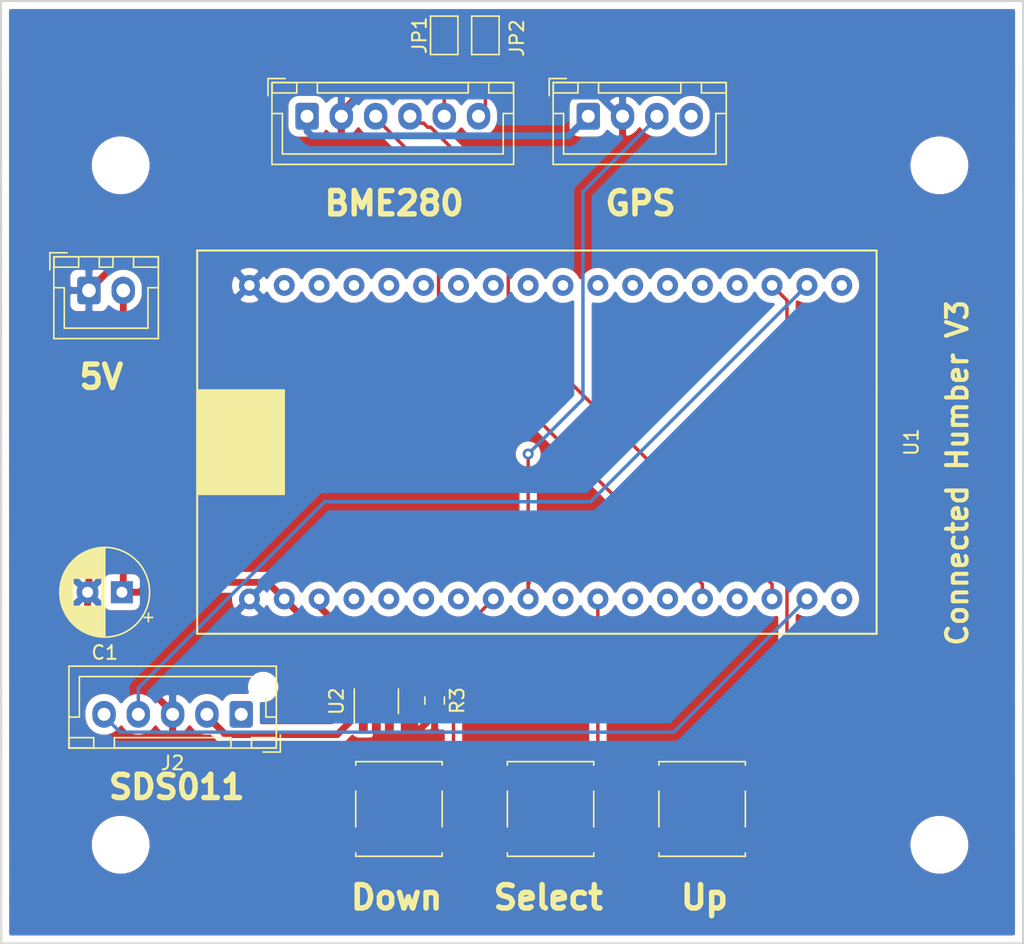
<source format=kicad_pcb>
(kicad_pcb (version 20171130) (host pcbnew "(5.1.0)-1")

  (general
    (thickness 1.6)
    (drawings 6)
    (tracks 123)
    (zones 0)
    (modules 17)
    (nets 43)
  )

  (page A4)
  (title_block
    (title "Heltec Lora 32 (V2) based Air Quality  - V2")
    (date 2019-09-12)
    (rev 1.0)
    (company "Connected Humber CIC")
  )

  (layers
    (0 F.Cu signal hide)
    (31 B.Cu signal hide)
    (32 B.Adhes user hide)
    (33 F.Adhes user hide)
    (34 B.Paste user hide)
    (35 F.Paste user hide)
    (36 B.SilkS user hide)
    (37 F.SilkS user)
    (38 B.Mask user hide)
    (39 F.Mask user hide)
    (40 Dwgs.User user hide)
    (41 Cmts.User user hide)
    (42 Eco1.User user hide)
    (43 Eco2.User user hide)
    (44 Edge.Cuts user)
    (45 Margin user hide)
    (46 B.CrtYd user hide)
    (47 F.CrtYd user)
    (48 B.Fab user)
    (49 F.Fab user)
  )

  (setup
    (last_trace_width 0.25)
    (trace_clearance 0.2)
    (zone_clearance 0.508)
    (zone_45_only no)
    (trace_min 0.2)
    (via_size 0.8)
    (via_drill 0.4)
    (via_min_size 0.4)
    (via_min_drill 0.3)
    (uvia_size 0.3)
    (uvia_drill 0.1)
    (uvias_allowed no)
    (uvia_min_size 0.2)
    (uvia_min_drill 0.1)
    (edge_width 0.15)
    (segment_width 0.2)
    (pcb_text_width 0.3)
    (pcb_text_size 1.5 1.5)
    (mod_edge_width 0.15)
    (mod_text_size 1 1)
    (mod_text_width 0.15)
    (pad_size 1.7 2)
    (pad_drill 1)
    (pad_to_mask_clearance 0.051)
    (solder_mask_min_width 0.25)
    (aux_axis_origin 0 0)
    (visible_elements 7FFFFFFF)
    (pcbplotparams
      (layerselection 0x010fc_ffffffff)
      (usegerberextensions false)
      (usegerberattributes false)
      (usegerberadvancedattributes false)
      (creategerberjobfile false)
      (excludeedgelayer true)
      (linewidth 0.100000)
      (plotframeref false)
      (viasonmask false)
      (mode 1)
      (useauxorigin false)
      (hpglpennumber 1)
      (hpglpenspeed 20)
      (hpglpendiameter 15.000000)
      (psnegative false)
      (psa4output false)
      (plotreference true)
      (plotvalue true)
      (plotinvisibletext false)
      (padsonsilk false)
      (subtractmaskfromsilk false)
      (outputformat 1)
      (mirror false)
      (drillshape 1)
      (scaleselection 1)
      (outputdirectory ""))
  )

  (net 0 "")
  (net 1 GND)
  (net 2 SCL)
  (net 3 SDA)
  (net 4 "Net-(J1-Pad5)")
  (net 5 "Net-(J1-Pad6)")
  (net 6 5V)
  (net 7 SDS_TX)
  (net 8 SDS_RX)
  (net 9 GPS_TX)
  (net 10 3V3_1)
  (net 11 RST)
  (net 12 Vext_1)
  (net 13 "Net-(J5-Pad4)")
  (net 14 DN_SW)
  (net 15 SEL_SW)
  (net 16 UP_SW)
  (net 17 "Net-(U1-Pad5)")
  (net 18 "Net-(U1-Pad6)")
  (net 19 "Net-(U1-Pad10)")
  (net 20 "Net-(U1-Pad12)")
  (net 21 "Net-(U1-Pad13)")
  (net 22 "Net-(U1-Pad15)")
  (net 23 "Net-(U1-Pad18)")
  (net 24 "Net-(U1-Pad19)")
  (net 25 "Net-(U1-Pad22)")
  (net 26 "Net-(U1-Pad23)")
  (net 27 "Net-(U1-Pad24)")
  (net 28 "Net-(U1-Pad25)")
  (net 29 "Net-(U1-Pad26)")
  (net 30 "Net-(U1-Pad27)")
  (net 31 "Net-(U1-Pad28)")
  (net 32 "Net-(U1-Pad29)")
  (net 33 "Net-(U1-Pad30)")
  (net 34 "Net-(U1-Pad31)")
  (net 35 "Net-(U1-Pad32)")
  (net 36 "Net-(U1-Pad33)")
  (net 37 "Net-(U1-Pad34)")
  (net 38 "Net-(J2-Pad1)")
  (net 39 VEXT_2)
  (net 40 SDS_5V)
  (net 41 Vext_2)
  (net 42 "Net-(U2-Pad3)")

  (net_class Default "This is the default net class."
    (clearance 0.2)
    (trace_width 0.25)
    (via_dia 0.8)
    (via_drill 0.4)
    (uvia_dia 0.3)
    (uvia_drill 0.1)
    (add_net DN_SW)
    (add_net GPS_TX)
    (add_net "Net-(J1-Pad5)")
    (add_net "Net-(J1-Pad6)")
    (add_net "Net-(J2-Pad1)")
    (add_net "Net-(J5-Pad4)")
    (add_net "Net-(U1-Pad10)")
    (add_net "Net-(U1-Pad12)")
    (add_net "Net-(U1-Pad13)")
    (add_net "Net-(U1-Pad15)")
    (add_net "Net-(U1-Pad18)")
    (add_net "Net-(U1-Pad19)")
    (add_net "Net-(U1-Pad22)")
    (add_net "Net-(U1-Pad23)")
    (add_net "Net-(U1-Pad24)")
    (add_net "Net-(U1-Pad25)")
    (add_net "Net-(U1-Pad26)")
    (add_net "Net-(U1-Pad27)")
    (add_net "Net-(U1-Pad28)")
    (add_net "Net-(U1-Pad29)")
    (add_net "Net-(U1-Pad30)")
    (add_net "Net-(U1-Pad31)")
    (add_net "Net-(U1-Pad32)")
    (add_net "Net-(U1-Pad33)")
    (add_net "Net-(U1-Pad34)")
    (add_net "Net-(U1-Pad5)")
    (add_net "Net-(U1-Pad6)")
    (add_net "Net-(U2-Pad3)")
    (add_net RST)
    (add_net SCL)
    (add_net SDA)
    (add_net SDS_RX)
    (add_net SDS_TX)
    (add_net SEL_SW)
    (add_net UP_SW)
  )

  (net_class 3V3 ""
    (clearance 0.2)
    (trace_width 0.5)
    (via_dia 0.8)
    (via_drill 0.4)
    (uvia_dia 0.3)
    (uvia_drill 0.1)
    (add_net 3V3_1)
    (add_net VEXT_2)
    (add_net Vext_1)
    (add_net Vext_2)
  )

  (net_class 5V ""
    (clearance 0.2)
    (trace_width 0.5)
    (via_dia 0.8)
    (via_drill 0.4)
    (uvia_dia 0.3)
    (uvia_drill 0.1)
    (add_net 5V)
  )

  (net_class GND ""
    (clearance 0.2)
    (trace_width 0.5)
    (via_dia 0.8)
    (via_drill 0.4)
    (uvia_dia 0.3)
    (uvia_drill 0.1)
    (add_net GND)
  )

  (net_class Power ""
    (clearance 0.5)
    (trace_width 0.8)
    (via_dia 0.8)
    (via_drill 0.4)
    (uvia_dia 0.3)
    (uvia_drill 0.1)
  )

  (net_class SDS_5V ""
    (clearance 0.2)
    (trace_width 0.5)
    (via_dia 0.8)
    (via_drill 0.4)
    (uvia_dia 0.3)
    (uvia_drill 0.1)
    (add_net SDS_5V)
  )

  (net_class SDS_GND ""
    (clearance 0.2)
    (trace_width 0.5)
    (via_dia 0.8)
    (via_drill 0.4)
    (uvia_dia 0.3)
    (uvia_drill 0.1)
  )

  (module Heltec_Models:Heltec_LoRa_32 (layer F.Cu) (tedit 5D7F4A32) (tstamp 5D7F0E95)
    (at 152.9 95.3 90)
    (path /5D7EDA6C)
    (fp_text reference U1 (at 2.54 35.56 90) (layer F.SilkS)
      (effects (font (size 1 1) (thickness 0.15)))
    )
    (fp_text value Heltect_Lora_32 (at 2.54 39.37 90) (layer F.Fab)
      (effects (font (size 1 1) (thickness 0.15)))
    )
    (fp_poly (pts (xy -1.27 -10.16) (xy -1.27 -16.51) (xy 6.35 -16.51) (xy 6.35 -10.16)) (layer F.SilkS) (width 0.1))
    (fp_line (start 6.35 33.02) (end 16.51 33.02) (layer F.SilkS) (width 0.15))
    (fp_line (start 6.35 -16.51) (end 16.51 -16.51) (layer F.SilkS) (width 0.15))
    (fp_line (start -11.43 33.02) (end -11.43 -16.51) (layer F.SilkS) (width 0.15))
    (fp_line (start 6.35 33.02) (end -11.43 33.02) (layer F.SilkS) (width 0.15))
    (fp_line (start 16.51 -16.51) (end 16.51 33.02) (layer F.SilkS) (width 0.15))
    (fp_line (start -11.43 -16.51) (end 6.35 -16.51) (layer F.SilkS) (width 0.15))
    (pad 36 thru_hole circle (at 13.97 -12.7 90) (size 1.524 1.524) (drill 0.762) (layers *.Cu *.Mask)
      (net 1 GND))
    (pad 35 thru_hole circle (at 13.97 -10.16 90) (size 1.524 1.524) (drill 0.762) (layers *.Cu *.Mask)
      (net 10 3V3_1))
    (pad 34 thru_hole circle (at 13.97 -7.62 90) (size 1.524 1.524) (drill 0.762) (layers *.Cu *.Mask)
      (net 37 "Net-(U1-Pad34)"))
    (pad 33 thru_hole circle (at 13.97 -5.08 90) (size 1.524 1.524) (drill 0.762) (layers *.Cu *.Mask)
      (net 36 "Net-(U1-Pad33)"))
    (pad 32 thru_hole circle (at 13.97 -2.54 90) (size 1.524 1.524) (drill 0.762) (layers *.Cu *.Mask)
      (net 35 "Net-(U1-Pad32)"))
    (pad 31 thru_hole circle (at 13.97 0 90) (size 1.524 1.524) (drill 0.762) (layers *.Cu *.Mask)
      (net 34 "Net-(U1-Pad31)"))
    (pad 30 thru_hole circle (at 13.97 2.54 90) (size 1.524 1.524) (drill 0.762) (layers *.Cu *.Mask)
      (net 33 "Net-(U1-Pad30)"))
    (pad 29 thru_hole circle (at 13.97 5.08 90) (size 1.524 1.524) (drill 0.762) (layers *.Cu *.Mask)
      (net 32 "Net-(U1-Pad29)"))
    (pad 28 thru_hole circle (at 13.97 7.62 90) (size 1.524 1.524) (drill 0.762) (layers *.Cu *.Mask)
      (net 31 "Net-(U1-Pad28)"))
    (pad 27 thru_hole circle (at 13.97 10.16 90) (size 1.524 1.524) (drill 0.762) (layers *.Cu *.Mask)
      (net 30 "Net-(U1-Pad27)"))
    (pad 26 thru_hole circle (at 13.97 12.7 90) (size 1.524 1.524) (drill 0.762) (layers *.Cu *.Mask)
      (net 29 "Net-(U1-Pad26)"))
    (pad 25 thru_hole circle (at 13.97 15.24 90) (size 1.524 1.524) (drill 0.762) (layers *.Cu *.Mask)
      (net 28 "Net-(U1-Pad25)"))
    (pad 24 thru_hole circle (at 13.97 17.78 90) (size 1.524 1.524) (drill 0.762) (layers *.Cu *.Mask)
      (net 27 "Net-(U1-Pad24)"))
    (pad 23 thru_hole circle (at 13.97 20.32 90) (size 1.524 1.524) (drill 0.762) (layers *.Cu *.Mask)
      (net 26 "Net-(U1-Pad23)"))
    (pad 22 thru_hole circle (at 13.97 22.86 90) (size 1.524 1.524) (drill 0.762) (layers *.Cu *.Mask)
      (net 25 "Net-(U1-Pad22)"))
    (pad 21 thru_hole circle (at 13.97 25.4 90) (size 1.524 1.524) (drill 0.762) (layers *.Cu *.Mask)
      (net 16 UP_SW))
    (pad 20 thru_hole circle (at 13.97 27.94 90) (size 1.524 1.524) (drill 0.762) (layers *.Cu *.Mask)
      (net 8 SDS_RX))
    (pad 19 thru_hole circle (at 13.97 30.48 90) (size 1.524 1.524) (drill 0.762) (layers *.Cu *.Mask)
      (net 24 "Net-(U1-Pad19)"))
    (pad 18 thru_hole circle (at -8.89 30.48 90) (size 1.524 1.524) (drill 0.762) (layers *.Cu *.Mask)
      (net 23 "Net-(U1-Pad18)"))
    (pad 17 thru_hole circle (at -8.89 27.94 90) (size 1.524 1.524) (drill 0.762) (layers *.Cu *.Mask)
      (net 7 SDS_TX))
    (pad 16 thru_hole circle (at -8.89 25.4 90) (size 1.524 1.524) (drill 0.762) (layers *.Cu *.Mask)
      (net 3 SDA))
    (pad 15 thru_hole circle (at -8.89 22.86 90) (size 1.524 1.524) (drill 0.762) (layers *.Cu *.Mask)
      (net 22 "Net-(U1-Pad15)"))
    (pad 14 thru_hole circle (at -8.89 20.32 90) (size 1.524 1.524) (drill 0.762) (layers *.Cu *.Mask)
      (net 2 SCL))
    (pad 13 thru_hole circle (at -8.89 17.78 90) (size 1.524 1.524) (drill 0.762) (layers *.Cu *.Mask)
      (net 21 "Net-(U1-Pad13)"))
    (pad 12 thru_hole circle (at -8.89 15.24 90) (size 1.524 1.524) (drill 0.762) (layers *.Cu *.Mask)
      (net 20 "Net-(U1-Pad12)"))
    (pad 11 thru_hole circle (at -8.89 12.7 90) (size 1.524 1.524) (drill 0.762) (layers *.Cu *.Mask)
      (net 15 SEL_SW))
    (pad 10 thru_hole circle (at -8.89 10.16 90) (size 1.524 1.524) (drill 0.762) (layers *.Cu *.Mask)
      (net 19 "Net-(U1-Pad10)"))
    (pad 9 thru_hole circle (at -8.89 7.62 90) (size 1.524 1.524) (drill 0.762) (layers *.Cu *.Mask)
      (net 9 GPS_TX))
    (pad 8 thru_hole circle (at -8.89 5.08 90) (size 1.524 1.524) (drill 0.762) (layers *.Cu *.Mask)
      (net 14 DN_SW))
    (pad 7 thru_hole circle (at -8.89 2.54 90) (size 1.524 1.524) (drill 0.762) (layers *.Cu *.Mask)
      (net 11 RST))
    (pad 6 thru_hole circle (at -8.89 0 90) (size 1.524 1.524) (drill 0.762) (layers *.Cu *.Mask)
      (net 18 "Net-(U1-Pad6)"))
    (pad 5 thru_hole circle (at -8.89 -2.54 90) (size 1.524 1.524) (drill 0.762) (layers *.Cu *.Mask)
      (net 17 "Net-(U1-Pad5)"))
    (pad 4 thru_hole circle (at -8.89 -5.08 90) (size 1.524 1.524) (drill 0.762) (layers *.Cu *.Mask)
      (net 41 Vext_2))
    (pad 3 thru_hole circle (at -8.89 -7.62 90) (size 1.524 1.524) (drill 0.762) (layers *.Cu *.Mask)
      (net 12 Vext_1))
    (pad 2 thru_hole circle (at -8.89 -10.16 90) (size 1.524 1.524) (drill 0.762) (layers *.Cu *.Mask)
      (net 6 5V))
    (pad 1 thru_hole circle (at -8.89 -12.7 90) (size 1.524 1.524) (drill 0.762) (layers *.Cu *.Mask)
      (net 1 GND))
    (model ${KISYS3DMOD}/Connector_PinSocket_2.54mm.3dshapes/PinSocket_1x18_P2.54mm_Vertical.step
      (offset (xyz -8.800000000000001 12.55 0))
      (scale (xyz 1 1 1))
      (rotate (xyz 0 0 0))
    )
    (model ${KISYS3DMOD}/Connector_PinSocket_2.54mm.3dshapes/PinSocket_1x18_P2.54mm_Vertical.step
      (offset (xyz 14 12.55 0))
      (scale (xyz 1 1 1))
      (rotate (xyz 0 0 0))
    )
    (model ${KIPRJMOD}/Heltec_Models/heltec_wifi_32_asm.step
      (offset (xyz 2.54 15.75 9.5))
      (scale (xyz 1 1 1))
      (rotate (xyz 90 180 0))
    )
  )

  (module Connector_JST:JST_XH_B05B-XH-AM_1x05_P2.50mm_Vertical (layer F.Cu) (tedit 5B7754C5) (tstamp 5D7ABAA5)
    (at 139.6 112.6 180)
    (descr "JST XH series connector, B05B-XH-AM, with boss (http://www.jst-mfg.com/product/pdf/eng/eXH.pdf), generated with kicad-footprint-generator")
    (tags "connector JST XH side entry boss")
    (path /5D7A8474)
    (fp_text reference J2 (at 5 -3.55 180) (layer F.SilkS)
      (effects (font (size 1 1) (thickness 0.15)))
    )
    (fp_text value SDS011 (at 5 4.6 180) (layer F.Fab)
      (effects (font (size 1 1) (thickness 0.15)))
    )
    (fp_line (start -2.45 -2.35) (end -2.45 3.4) (layer F.Fab) (width 0.1))
    (fp_line (start -2.45 3.4) (end 12.45 3.4) (layer F.Fab) (width 0.1))
    (fp_line (start 12.45 3.4) (end 12.45 -2.35) (layer F.Fab) (width 0.1))
    (fp_line (start 12.45 -2.35) (end -2.45 -2.35) (layer F.Fab) (width 0.1))
    (fp_line (start -2.56 -2.46) (end -2.56 3.51) (layer F.SilkS) (width 0.12))
    (fp_line (start -2.56 3.51) (end 12.56 3.51) (layer F.SilkS) (width 0.12))
    (fp_line (start 12.56 3.51) (end 12.56 -2.46) (layer F.SilkS) (width 0.12))
    (fp_line (start 12.56 -2.46) (end -2.56 -2.46) (layer F.SilkS) (width 0.12))
    (fp_line (start -2.95 -2.85) (end -2.95 3.9) (layer F.CrtYd) (width 0.05))
    (fp_line (start -2.95 3.9) (end 12.95 3.9) (layer F.CrtYd) (width 0.05))
    (fp_line (start 12.95 3.9) (end 12.95 -2.85) (layer F.CrtYd) (width 0.05))
    (fp_line (start 12.95 -2.85) (end -2.95 -2.85) (layer F.CrtYd) (width 0.05))
    (fp_line (start -0.625 -2.35) (end 0 -1.35) (layer F.Fab) (width 0.1))
    (fp_line (start 0 -1.35) (end 0.625 -2.35) (layer F.Fab) (width 0.1))
    (fp_line (start 0.75 -2.45) (end 0.75 -1.7) (layer F.SilkS) (width 0.12))
    (fp_line (start 0.75 -1.7) (end 9.25 -1.7) (layer F.SilkS) (width 0.12))
    (fp_line (start 9.25 -1.7) (end 9.25 -2.45) (layer F.SilkS) (width 0.12))
    (fp_line (start 9.25 -2.45) (end 0.75 -2.45) (layer F.SilkS) (width 0.12))
    (fp_line (start -2.55 -2.45) (end -2.55 -1.7) (layer F.SilkS) (width 0.12))
    (fp_line (start -2.55 -1.7) (end -0.75 -1.7) (layer F.SilkS) (width 0.12))
    (fp_line (start -0.75 -1.7) (end -0.75 -2.45) (layer F.SilkS) (width 0.12))
    (fp_line (start -0.75 -2.45) (end -2.55 -2.45) (layer F.SilkS) (width 0.12))
    (fp_line (start 10.75 -2.45) (end 10.75 -1.7) (layer F.SilkS) (width 0.12))
    (fp_line (start 10.75 -1.7) (end 12.55 -1.7) (layer F.SilkS) (width 0.12))
    (fp_line (start 12.55 -1.7) (end 12.55 -2.45) (layer F.SilkS) (width 0.12))
    (fp_line (start 12.55 -2.45) (end 10.75 -2.45) (layer F.SilkS) (width 0.12))
    (fp_line (start -2.55 -0.2) (end -1.8 -0.2) (layer F.SilkS) (width 0.12))
    (fp_line (start -1.8 -0.2) (end -1.8 1.14) (layer F.SilkS) (width 0.12))
    (fp_line (start 5 2.75) (end -0.74 2.75) (layer F.SilkS) (width 0.12))
    (fp_line (start 12.55 -0.2) (end 11.8 -0.2) (layer F.SilkS) (width 0.12))
    (fp_line (start 11.8 -0.2) (end 11.8 2.75) (layer F.SilkS) (width 0.12))
    (fp_line (start 11.8 2.75) (end 5 2.75) (layer F.SilkS) (width 0.12))
    (fp_line (start -1.6 -2.75) (end -2.85 -2.75) (layer F.SilkS) (width 0.12))
    (fp_line (start -2.85 -2.75) (end -2.85 -1.5) (layer F.SilkS) (width 0.12))
    (fp_text user %R (at 5 2.7 180) (layer F.Fab)
      (effects (font (size 1 1) (thickness 0.15)))
    )
    (pad 1 thru_hole roundrect (at 0 0 180) (size 1.7 1.95) (drill 0.95) (layers *.Cu *.Mask) (roundrect_rratio 0.147059)
      (net 38 "Net-(J2-Pad1)"))
    (pad 2 thru_hole oval (at 2.5 0 180) (size 1.7 1.95) (drill 0.95) (layers *.Cu *.Mask)
      (net 40 SDS_5V))
    (pad 3 thru_hole oval (at 5 0 180) (size 1.7 1.95) (drill 0.95) (layers *.Cu *.Mask)
      (net 1 GND))
    (pad 4 thru_hole oval (at 7.5 0 180) (size 1.7 1.95) (drill 0.95) (layers *.Cu *.Mask)
      (net 8 SDS_RX))
    (pad 5 thru_hole oval (at 10 0 180) (size 1.7 1.95) (drill 0.95) (layers *.Cu *.Mask)
      (net 7 SDS_TX))
    (pad "" np_thru_hole circle (at -1.6 2 180) (size 1.2 1.2) (drill 1.2) (layers *.Cu *.Mask))
    (model ${KISYS3DMOD}/Connector_JST.3dshapes/JST_XH_B05B-XH-AM_1x05_P2.50mm_Vertical.wrl
      (at (xyz 0 0 0))
      (scale (xyz 1 1 1))
      (rotate (xyz 0 0 0))
    )
    (model ${KISYS3DMOD}/Connector_JST.3dshapes/JST_EH_B05B-EH-A_1x05_P2.50mm_Vertical.wrl
      (at (xyz 0 0 0))
      (scale (xyz 1 1 1))
      (rotate (xyz 0 0 0))
    )
    (model ${KISYS3DMOD}/Connector_JST.3dshapes/JST_XH_B5B-XH-A_1x05_P2.50mm_Vertical.step
      (at (xyz 0 0 0))
      (scale (xyz 1 1 1))
      (rotate (xyz 0 0 0))
    )
  )

  (module Connector_JST:JST_XH_B04B-XH-A_1x04_P2.50mm_Vertical (layer F.Cu) (tedit 5CFD257A) (tstamp 5CFDC1C5)
    (at 164.9 69)
    (descr "JST XH series connector, B04B-XH-A (http://www.jst-mfg.com/product/pdf/eng/eXH.pdf), generated with kicad-footprint-generator")
    (tags "connector JST XH side entry")
    (path /5CFFF2ED)
    (fp_text reference J5 (at 3.75 -3.55) (layer F.SilkS) hide
      (effects (font (size 1 1) (thickness 0.15)))
    )
    (fp_text value GPS (at 3.81 6.35 -180) (layer F.SilkS)
      (effects (font (size 1.7 1.7) (thickness 0.4)))
    )
    (fp_line (start -2.85 -2.75) (end -2.85 -1.5) (layer F.SilkS) (width 0.12))
    (fp_line (start -1.6 -2.75) (end -2.85 -2.75) (layer F.SilkS) (width 0.12))
    (fp_line (start 9.3 2.75) (end 3.75 2.75) (layer F.SilkS) (width 0.12))
    (fp_line (start 9.3 -0.2) (end 9.3 2.75) (layer F.SilkS) (width 0.12))
    (fp_line (start 10.05 -0.2) (end 9.3 -0.2) (layer F.SilkS) (width 0.12))
    (fp_line (start -1.8 2.75) (end 3.75 2.75) (layer F.SilkS) (width 0.12))
    (fp_line (start -1.8 -0.2) (end -1.8 2.75) (layer F.SilkS) (width 0.12))
    (fp_line (start -2.55 -0.2) (end -1.8 -0.2) (layer F.SilkS) (width 0.12))
    (fp_line (start 10.05 -2.45) (end 8.25 -2.45) (layer F.SilkS) (width 0.12))
    (fp_line (start 10.05 -1.7) (end 10.05 -2.45) (layer F.SilkS) (width 0.12))
    (fp_line (start 8.25 -1.7) (end 10.05 -1.7) (layer F.SilkS) (width 0.12))
    (fp_line (start 8.25 -2.45) (end 8.25 -1.7) (layer F.SilkS) (width 0.12))
    (fp_line (start -0.75 -2.45) (end -2.55 -2.45) (layer F.SilkS) (width 0.12))
    (fp_line (start -0.75 -1.7) (end -0.75 -2.45) (layer F.SilkS) (width 0.12))
    (fp_line (start -2.55 -1.7) (end -0.75 -1.7) (layer F.SilkS) (width 0.12))
    (fp_line (start -2.55 -2.45) (end -2.55 -1.7) (layer F.SilkS) (width 0.12))
    (fp_line (start 6.75 -2.45) (end 0.75 -2.45) (layer F.SilkS) (width 0.12))
    (fp_line (start 6.75 -1.7) (end 6.75 -2.45) (layer F.SilkS) (width 0.12))
    (fp_line (start 0.75 -1.7) (end 6.75 -1.7) (layer F.SilkS) (width 0.12))
    (fp_line (start 0.75 -2.45) (end 0.75 -1.7) (layer F.SilkS) (width 0.12))
    (fp_line (start 0 -1.35) (end 0.625 -2.35) (layer F.Fab) (width 0.1))
    (fp_line (start -0.625 -2.35) (end 0 -1.35) (layer F.Fab) (width 0.1))
    (fp_line (start 10.45 -2.85) (end -2.95 -2.85) (layer F.CrtYd) (width 0.05))
    (fp_line (start 10.45 3.9) (end 10.45 -2.85) (layer F.CrtYd) (width 0.05))
    (fp_line (start -2.95 3.9) (end 10.45 3.9) (layer F.CrtYd) (width 0.05))
    (fp_line (start -2.95 -2.85) (end -2.95 3.9) (layer F.CrtYd) (width 0.05))
    (fp_line (start 10.06 -2.46) (end -2.56 -2.46) (layer F.SilkS) (width 0.12))
    (fp_line (start 10.06 3.51) (end 10.06 -2.46) (layer F.SilkS) (width 0.12))
    (fp_line (start -2.56 3.51) (end 10.06 3.51) (layer F.SilkS) (width 0.12))
    (fp_line (start -2.56 -2.46) (end -2.56 3.51) (layer F.SilkS) (width 0.12))
    (fp_line (start 9.95 -2.35) (end -2.45 -2.35) (layer F.Fab) (width 0.1))
    (fp_line (start 9.95 3.4) (end 9.95 -2.35) (layer F.Fab) (width 0.1))
    (fp_line (start -2.45 3.4) (end 9.95 3.4) (layer F.Fab) (width 0.1))
    (fp_line (start -2.45 -2.35) (end -2.45 3.4) (layer F.Fab) (width 0.1))
    (pad 4 thru_hole oval (at 7.5 0) (size 1.7 1.95) (drill 0.95) (layers *.Cu *.Mask)
      (net 13 "Net-(J5-Pad4)"))
    (pad 3 thru_hole oval (at 5 0) (size 1.7 1.95) (drill 0.95) (layers *.Cu *.Mask)
      (net 9 GPS_TX))
    (pad 2 thru_hole oval (at 2.5 0) (size 1.7 1.95) (drill 0.95) (layers *.Cu *.Mask)
      (net 1 GND))
    (pad 1 thru_hole roundrect (at 0 0) (size 1.7 1.95) (drill 0.95) (layers *.Cu *.Mask) (roundrect_rratio 0.147059)
      (net 39 VEXT_2))
    (model ${KISYS3DMOD}/Connector_JST.3dshapes/JST_XH_B04B-XH-A_1x04_P2.50mm_Vertical.wrl
      (at (xyz 0 0 0))
      (scale (xyz 1 1 1))
      (rotate (xyz 0 0 0))
    )
  )

  (module Button_Switch_SMD:SW_SPST_B3S-1000 (layer F.Cu) (tedit 5CFFCFA9) (tstamp 5CFDC232)
    (at 162.15 119.5 180)
    (descr "Surface Mount Tactile Switch for High-Density Packaging")
    (tags "Tactile Switch")
    (path /5D00F818)
    (attr smd)
    (fp_text reference SW2 (at -0.07 4.49 180) (layer F.SilkS) hide
      (effects (font (size 1 1) (thickness 0.15)))
    )
    (fp_text value Select (at 0.17 -6.45 180) (layer F.SilkS)
      (effects (font (size 1.7 1.7) (thickness 0.4)))
    )
    (fp_text user %R (at 0 -4.5 180) (layer F.Fab) hide
      (effects (font (size 1 1) (thickness 0.15)))
    )
    (fp_line (start -5 3.7) (end 5 3.7) (layer F.CrtYd) (width 0.05))
    (fp_line (start 5 3.7) (end 5 -3.7) (layer F.CrtYd) (width 0.05))
    (fp_line (start 5 -3.7) (end -5 -3.7) (layer F.CrtYd) (width 0.05))
    (fp_line (start -5 -3.7) (end -5 3.7) (layer F.CrtYd) (width 0.05))
    (fp_line (start -3.15 -3.2) (end -3.15 -3.45) (layer F.SilkS) (width 0.12))
    (fp_line (start -3.15 -3.45) (end 3.15 -3.45) (layer F.SilkS) (width 0.12))
    (fp_line (start 3.15 -3.45) (end 3.15 -3.2) (layer F.SilkS) (width 0.12))
    (fp_line (start -3.15 1.3) (end -3.15 -1.3) (layer F.SilkS) (width 0.12))
    (fp_line (start 3.15 3.2) (end 3.15 3.45) (layer F.SilkS) (width 0.12))
    (fp_line (start 3.15 3.45) (end -3.15 3.45) (layer F.SilkS) (width 0.12))
    (fp_line (start -3.15 3.45) (end -3.15 3.2) (layer F.SilkS) (width 0.12))
    (fp_line (start 3.15 -1.3) (end 3.15 1.3) (layer F.SilkS) (width 0.12))
    (fp_circle (center 0 0) (end 1.65 0) (layer F.Fab) (width 0.1))
    (fp_line (start -3 -3.3) (end 3 -3.3) (layer F.Fab) (width 0.1))
    (fp_line (start 3 -3.3) (end 3 3.3) (layer F.Fab) (width 0.1))
    (fp_line (start 3 3.3) (end -3 3.3) (layer F.Fab) (width 0.1))
    (fp_line (start -3 3.3) (end -3 -3.3) (layer F.Fab) (width 0.1))
    (pad 1 smd rect (at -3.975 -2.25 180) (size 1.55 1.3) (layers F.Cu F.Paste F.Mask)
      (net 1 GND))
    (pad 1 smd rect (at 3.975 -2.25 180) (size 1.55 1.3) (layers F.Cu F.Paste F.Mask)
      (net 1 GND))
    (pad 2 smd rect (at -3.975 2.25 180) (size 1.55 1.3) (layers F.Cu F.Paste F.Mask)
      (net 15 SEL_SW))
    (pad 2 smd rect (at 3.975 2.25 180) (size 1.55 1.3) (layers F.Cu F.Paste F.Mask)
      (net 15 SEL_SW))
    (model ${KISYS3DMOD}/Button_Switch_SMD.3dshapes/SW_SPST_B3S-1000.wrl
      (at (xyz 0 0 0))
      (scale (xyz 1 1 1))
      (rotate (xyz 0 0 0))
    )
    (model ${KISYS3DMOD}/Button_Switch_SMD.3dshapes/SW_SPST_TL3342.step
      (at (xyz 0 0 0))
      (scale (xyz 1.3 1.3 1.3))
      (rotate (xyz 0 0 0))
    )
  )

  (module Connector_JST:JST_XH_B06B-XH-A_1x06_P2.50mm_Vertical (layer F.Cu) (tedit 5CFE029D) (tstamp 5CFDB26F)
    (at 144.4 69)
    (descr "JST XH series connector, B06B-XH-A (http://www.jst-mfg.com/product/pdf/eng/eXH.pdf), generated with kicad-footprint-generator")
    (tags "connector JST XH side entry")
    (path /5CFFA93C)
    (fp_text reference J1 (at 6.25 -3.55) (layer F.SilkS) hide
      (effects (font (size 1 1) (thickness 0.15)))
    )
    (fp_text value BME280 (at 6.35 6.35) (layer F.SilkS)
      (effects (font (size 1.7 1.7) (thickness 0.4)))
    )
    (fp_line (start -2.45 -2.35) (end -2.45 3.4) (layer F.Fab) (width 0.1))
    (fp_line (start -2.45 3.4) (end 14.95 3.4) (layer F.Fab) (width 0.1))
    (fp_line (start 14.95 3.4) (end 14.95 -2.35) (layer F.Fab) (width 0.1))
    (fp_line (start 14.95 -2.35) (end -2.45 -2.35) (layer F.Fab) (width 0.1))
    (fp_line (start -2.56 -2.46) (end -2.56 3.51) (layer F.SilkS) (width 0.12))
    (fp_line (start -2.56 3.51) (end 15.06 3.51) (layer F.SilkS) (width 0.12))
    (fp_line (start 15.06 3.51) (end 15.06 -2.46) (layer F.SilkS) (width 0.12))
    (fp_line (start 15.06 -2.46) (end -2.56 -2.46) (layer F.SilkS) (width 0.12))
    (fp_line (start -2.95 -2.85) (end -2.95 3.9) (layer F.CrtYd) (width 0.05))
    (fp_line (start -2.95 3.9) (end 15.45 3.9) (layer F.CrtYd) (width 0.05))
    (fp_line (start 15.45 3.9) (end 15.45 -2.85) (layer F.CrtYd) (width 0.05))
    (fp_line (start 15.45 -2.85) (end -2.95 -2.85) (layer F.CrtYd) (width 0.05))
    (fp_line (start -0.625 -2.35) (end 0 -1.35) (layer F.Fab) (width 0.1))
    (fp_line (start 0 -1.35) (end 0.625 -2.35) (layer F.Fab) (width 0.1))
    (fp_line (start 0.75 -2.45) (end 0.75 -1.7) (layer F.SilkS) (width 0.12))
    (fp_line (start 0.75 -1.7) (end 11.75 -1.7) (layer F.SilkS) (width 0.12))
    (fp_line (start 11.75 -1.7) (end 11.75 -2.45) (layer F.SilkS) (width 0.12))
    (fp_line (start 11.75 -2.45) (end 0.75 -2.45) (layer F.SilkS) (width 0.12))
    (fp_line (start -2.55 -2.45) (end -2.55 -1.7) (layer F.SilkS) (width 0.12))
    (fp_line (start -2.55 -1.7) (end -0.75 -1.7) (layer F.SilkS) (width 0.12))
    (fp_line (start -0.75 -1.7) (end -0.75 -2.45) (layer F.SilkS) (width 0.12))
    (fp_line (start -0.75 -2.45) (end -2.55 -2.45) (layer F.SilkS) (width 0.12))
    (fp_line (start 13.25 -2.45) (end 13.25 -1.7) (layer F.SilkS) (width 0.12))
    (fp_line (start 13.25 -1.7) (end 15.05 -1.7) (layer F.SilkS) (width 0.12))
    (fp_line (start 15.05 -1.7) (end 15.05 -2.45) (layer F.SilkS) (width 0.12))
    (fp_line (start 15.05 -2.45) (end 13.25 -2.45) (layer F.SilkS) (width 0.12))
    (fp_line (start -2.55 -0.2) (end -1.8 -0.2) (layer F.SilkS) (width 0.12))
    (fp_line (start -1.8 -0.2) (end -1.8 2.75) (layer F.SilkS) (width 0.12))
    (fp_line (start -1.8 2.75) (end 6.25 2.75) (layer F.SilkS) (width 0.12))
    (fp_line (start 15.05 -0.2) (end 14.3 -0.2) (layer F.SilkS) (width 0.12))
    (fp_line (start 14.3 -0.2) (end 14.3 2.75) (layer F.SilkS) (width 0.12))
    (fp_line (start 14.3 2.75) (end 6.25 2.75) (layer F.SilkS) (width 0.12))
    (fp_line (start -1.6 -2.75) (end -2.85 -2.75) (layer F.SilkS) (width 0.12))
    (fp_line (start -2.85 -2.75) (end -2.85 -1.5) (layer F.SilkS) (width 0.12))
    (fp_text user %R (at 6.35 -3.81) (layer F.Fab) hide
      (effects (font (size 1 1) (thickness 0.15)))
    )
    (pad 1 thru_hole roundrect (at 0 0) (size 1.7 1.95) (drill 0.95) (layers *.Cu *.Mask) (roundrect_rratio 0.147059)
      (net 39 VEXT_2))
    (pad 2 thru_hole oval (at 2.5 0) (size 1.7 1.95) (drill 0.95) (layers *.Cu *.Mask)
      (net 1 GND))
    (pad 3 thru_hole oval (at 5 0) (size 1.7 1.95) (drill 0.95) (layers *.Cu *.Mask)
      (net 2 SCL))
    (pad 4 thru_hole oval (at 7.5 0) (size 1.7 1.95) (drill 0.95) (layers *.Cu *.Mask)
      (net 3 SDA))
    (pad 5 thru_hole oval (at 10 0) (size 1.7 1.95) (drill 0.95) (layers *.Cu *.Mask)
      (net 4 "Net-(J1-Pad5)"))
    (pad 6 thru_hole oval (at 12.5 0) (size 1.7 1.95) (drill 0.95) (layers *.Cu *.Mask)
      (net 5 "Net-(J1-Pad6)"))
    (model ${KISYS3DMOD}/Connector_JST.3dshapes/JST_XH_B06B-XH-A_1x06_P2.50mm_Vertical.step
      (at (xyz 0 0 0))
      (scale (xyz 1 1 1))
      (rotate (xyz 0 0 0))
    )
  )

  (module MountingHole:MountingHole_3.2mm_M3 (layer F.Cu) (tedit 5CFD2421) (tstamp 5CFDB22A)
    (at 190.5 122.11)
    (descr "Mounting Hole 3.2mm, no annular, M3")
    (tags "mounting hole 3.2mm no annular m3")
    (path /5D0012E2)
    (attr virtual)
    (fp_text reference H1 (at 0 -4.2) (layer F.SilkS) hide
      (effects (font (size 1 1) (thickness 0.15)))
    )
    (fp_text value MountingHole (at 0 4.2) (layer F.Fab)
      (effects (font (size 1 1) (thickness 0.15)))
    )
    (fp_text user %R (at 0.3 0) (layer F.Fab)
      (effects (font (size 1 1) (thickness 0.15)))
    )
    (fp_circle (center 0 0) (end 3.2 0) (layer Cmts.User) (width 0.15))
    (fp_circle (center 0 0) (end 3.45 0) (layer F.CrtYd) (width 0.05))
    (pad 1 np_thru_hole circle (at 0 0) (size 3.2 3.2) (drill 3.2) (layers *.Cu *.Mask))
  )

  (module MountingHole:MountingHole_3.2mm_M3 (layer F.Cu) (tedit 5CFD2406) (tstamp 5CFFCCC5)
    (at 130.81 72.58)
    (descr "Mounting Hole 3.2mm, no annular, M3")
    (tags "mounting hole 3.2mm no annular m3")
    (path /5D00135B)
    (attr virtual)
    (fp_text reference H2 (at 0 -4.2) (layer F.SilkS) hide
      (effects (font (size 1 1) (thickness 0.15)))
    )
    (fp_text value MountingHole (at 0 4.2) (layer F.Fab)
      (effects (font (size 1 1) (thickness 0.15)))
    )
    (fp_circle (center 0 0) (end 3.45 0) (layer F.CrtYd) (width 0.05))
    (fp_circle (center 0 0) (end 3.2 0) (layer Cmts.User) (width 0.15))
    (fp_text user %R (at 0.3 0) (layer F.Fab)
      (effects (font (size 1 1) (thickness 0.15)))
    )
    (pad 1 np_thru_hole circle (at 0 0) (size 3.2 3.2) (drill 3.2) (layers *.Cu *.Mask))
  )

  (module MountingHole:MountingHole_3.2mm_M3 (layer F.Cu) (tedit 5CFD240C) (tstamp 5CFDB23A)
    (at 130.81 122.11)
    (descr "Mounting Hole 3.2mm, no annular, M3")
    (tags "mounting hole 3.2mm no annular m3")
    (path /5D0013B6)
    (attr virtual)
    (fp_text reference H3 (at 0 -4.2) (layer F.SilkS) hide
      (effects (font (size 1 1) (thickness 0.15)))
    )
    (fp_text value MountingHole (at 0 4.2) (layer F.Fab)
      (effects (font (size 1 1) (thickness 0.15)))
    )
    (fp_text user %R (at 20.32 0) (layer F.Fab)
      (effects (font (size 1 1) (thickness 0.15)))
    )
    (fp_circle (center 0 0) (end 3.2 0) (layer Cmts.User) (width 0.15))
    (fp_circle (center 0 0) (end 3.45 0) (layer F.CrtYd) (width 0.05))
    (pad 1 np_thru_hole circle (at 0 0) (size 3.2 3.2) (drill 3.2) (layers *.Cu *.Mask))
  )

  (module MountingHole:MountingHole_3.2mm_M3 (layer F.Cu) (tedit 5CFD241B) (tstamp 5CFDB242)
    (at 190.5 72.58)
    (descr "Mounting Hole 3.2mm, no annular, M3")
    (tags "mounting hole 3.2mm no annular m3")
    (path /5D0014CA)
    (attr virtual)
    (fp_text reference H4 (at 0 -4.2) (layer F.SilkS) hide
      (effects (font (size 1 1) (thickness 0.15)))
    )
    (fp_text value MountingHole (at 0 4.2) (layer F.Fab)
      (effects (font (size 1 1) (thickness 0.15)))
    )
    (fp_circle (center 0 0) (end 3.45 0) (layer F.CrtYd) (width 0.05))
    (fp_circle (center 0 0) (end 3.2 0) (layer Cmts.User) (width 0.15))
    (fp_text user %R (at 0.3 0) (layer F.Fab)
      (effects (font (size 1 1) (thickness 0.15)))
    )
    (pad 1 np_thru_hole circle (at 0 0) (size 3.2 3.2) (drill 3.2) (layers *.Cu *.Mask))
  )

  (module Button_Switch_SMD:SW_SPST_B3S-1000 (layer F.Cu) (tedit 5CFD252E) (tstamp 5CFDC27D)
    (at 151.1 119.5)
    (descr "Surface Mount Tactile Switch for High-Density Packaging")
    (tags "Tactile Switch")
    (path /5D00F762)
    (attr smd)
    (fp_text reference SW1 (at 0 -4.5) (layer F.SilkS) hide
      (effects (font (size 1 1) (thickness 0.15)))
    )
    (fp_text value Down (at -0.17 6.45) (layer F.SilkS)
      (effects (font (size 1.7 1.7) (thickness 0.4)))
    )
    (fp_line (start -3 3.3) (end -3 -3.3) (layer F.Fab) (width 0.1))
    (fp_line (start 3 3.3) (end -3 3.3) (layer F.Fab) (width 0.1))
    (fp_line (start 3 -3.3) (end 3 3.3) (layer F.Fab) (width 0.1))
    (fp_line (start -3 -3.3) (end 3 -3.3) (layer F.Fab) (width 0.1))
    (fp_circle (center 0 0) (end 1.65 0) (layer F.Fab) (width 0.1))
    (fp_line (start 3.15 -1.3) (end 3.15 1.3) (layer F.SilkS) (width 0.12))
    (fp_line (start -3.15 3.45) (end -3.15 3.2) (layer F.SilkS) (width 0.12))
    (fp_line (start 3.15 3.45) (end -3.15 3.45) (layer F.SilkS) (width 0.12))
    (fp_line (start 3.15 3.2) (end 3.15 3.45) (layer F.SilkS) (width 0.12))
    (fp_line (start -3.15 1.3) (end -3.15 -1.3) (layer F.SilkS) (width 0.12))
    (fp_line (start 3.15 -3.45) (end 3.15 -3.2) (layer F.SilkS) (width 0.12))
    (fp_line (start -3.15 -3.45) (end 3.15 -3.45) (layer F.SilkS) (width 0.12))
    (fp_line (start -3.15 -3.2) (end -3.15 -3.45) (layer F.SilkS) (width 0.12))
    (fp_line (start -5 -3.7) (end -5 3.7) (layer F.CrtYd) (width 0.05))
    (fp_line (start 5 -3.7) (end -5 -3.7) (layer F.CrtYd) (width 0.05))
    (fp_line (start 5 3.7) (end 5 -3.7) (layer F.CrtYd) (width 0.05))
    (fp_line (start -5 3.7) (end 5 3.7) (layer F.CrtYd) (width 0.05))
    (fp_text user %R (at 0 -4.5) (layer F.Fab) hide
      (effects (font (size 1 1) (thickness 0.15)))
    )
    (pad 2 smd rect (at 3.975 2.25) (size 1.55 1.3) (layers F.Cu F.Paste F.Mask)
      (net 1 GND))
    (pad 2 smd rect (at -3.975 2.25) (size 1.55 1.3) (layers F.Cu F.Paste F.Mask)
      (net 1 GND))
    (pad 1 smd rect (at 3.975 -2.25) (size 1.55 1.3) (layers F.Cu F.Paste F.Mask)
      (net 14 DN_SW))
    (pad 1 smd rect (at -3.975 -2.25) (size 1.55 1.3) (layers F.Cu F.Paste F.Mask)
      (net 14 DN_SW))
    (model ${KISYS3DMOD}/Button_Switch_SMD.3dshapes/SW_SPST_B3S-1000.wrl
      (at (xyz 0 0 0))
      (scale (xyz 1 1 1))
      (rotate (xyz 0 0 0))
    )
    (model ${KISYS3DMOD}/Button_Switch_SMD.3dshapes/SW_SPST_TL3342.wrl
      (at (xyz 0 0 0))
      (scale (xyz 1.3 1.3 1.3))
      (rotate (xyz 0 0 0))
    )
  )

  (module Connector_JST:JST_XH_B02B-XH-A_1x02_P2.50mm_Vertical (layer F.Cu) (tedit 5CFFD38B) (tstamp 5CFE30FD)
    (at 128.5 81.7)
    (descr "JST XH series connector, B02B-XH-A (http://www.jst-mfg.com/product/pdf/eng/eXH.pdf), generated with kicad-footprint-generator")
    (tags "connector JST XH side entry")
    (path /5CFE8353)
    (fp_text reference J3 (at 1.25 -3.55) (layer F.SilkS) hide
      (effects (font (size 1 1) (thickness 0.15)))
    )
    (fp_text value 5V (at 0.9 6.3) (layer F.SilkS)
      (effects (font (size 1.7 1.7) (thickness 0.4)))
    )
    (fp_line (start -2.45 -2.35) (end -2.45 3.4) (layer F.Fab) (width 0.1))
    (fp_line (start -2.45 3.4) (end 4.95 3.4) (layer F.Fab) (width 0.1))
    (fp_line (start 4.95 3.4) (end 4.95 -2.35) (layer F.Fab) (width 0.1))
    (fp_line (start 4.95 -2.35) (end -2.45 -2.35) (layer F.Fab) (width 0.1))
    (fp_line (start -2.56 -2.46) (end -2.56 3.51) (layer F.SilkS) (width 0.12))
    (fp_line (start -2.56 3.51) (end 5.06 3.51) (layer F.SilkS) (width 0.12))
    (fp_line (start 5.06 3.51) (end 5.06 -2.46) (layer F.SilkS) (width 0.12))
    (fp_line (start 5.06 -2.46) (end -2.56 -2.46) (layer F.SilkS) (width 0.12))
    (fp_line (start -2.95 -2.85) (end -2.95 3.9) (layer F.CrtYd) (width 0.05))
    (fp_line (start -2.95 3.9) (end 5.45 3.9) (layer F.CrtYd) (width 0.05))
    (fp_line (start 5.45 3.9) (end 5.45 -2.85) (layer F.CrtYd) (width 0.05))
    (fp_line (start 5.45 -2.85) (end -2.95 -2.85) (layer F.CrtYd) (width 0.05))
    (fp_line (start -0.625 -2.35) (end 0 -1.35) (layer F.Fab) (width 0.1))
    (fp_line (start 0 -1.35) (end 0.625 -2.35) (layer F.Fab) (width 0.1))
    (fp_line (start 0.75 -2.45) (end 0.75 -1.7) (layer F.SilkS) (width 0.12))
    (fp_line (start 0.75 -1.7) (end 1.75 -1.7) (layer F.SilkS) (width 0.12))
    (fp_line (start 1.75 -1.7) (end 1.75 -2.45) (layer F.SilkS) (width 0.12))
    (fp_line (start 1.75 -2.45) (end 0.75 -2.45) (layer F.SilkS) (width 0.12))
    (fp_line (start -2.55 -2.45) (end -2.55 -1.7) (layer F.SilkS) (width 0.12))
    (fp_line (start -2.55 -1.7) (end -0.75 -1.7) (layer F.SilkS) (width 0.12))
    (fp_line (start -0.75 -1.7) (end -0.75 -2.45) (layer F.SilkS) (width 0.12))
    (fp_line (start -0.75 -2.45) (end -2.55 -2.45) (layer F.SilkS) (width 0.12))
    (fp_line (start 3.25 -2.45) (end 3.25 -1.7) (layer F.SilkS) (width 0.12))
    (fp_line (start 3.25 -1.7) (end 5.05 -1.7) (layer F.SilkS) (width 0.12))
    (fp_line (start 5.05 -1.7) (end 5.05 -2.45) (layer F.SilkS) (width 0.12))
    (fp_line (start 5.05 -2.45) (end 3.25 -2.45) (layer F.SilkS) (width 0.12))
    (fp_line (start -2.55 -0.2) (end -1.8 -0.2) (layer F.SilkS) (width 0.12))
    (fp_line (start -1.8 -0.2) (end -1.8 2.75) (layer F.SilkS) (width 0.12))
    (fp_line (start -1.8 2.75) (end 1.25 2.75) (layer F.SilkS) (width 0.12))
    (fp_line (start 5.05 -0.2) (end 4.3 -0.2) (layer F.SilkS) (width 0.12))
    (fp_line (start 4.3 -0.2) (end 4.3 2.75) (layer F.SilkS) (width 0.12))
    (fp_line (start 4.3 2.75) (end 1.25 2.75) (layer F.SilkS) (width 0.12))
    (fp_line (start -1.6 -2.75) (end -2.85 -2.75) (layer F.SilkS) (width 0.12))
    (fp_line (start -2.85 -2.75) (end -2.85 -1.5) (layer F.SilkS) (width 0.12))
    (pad 1 thru_hole roundrect (at 0 0) (size 1.7 2) (drill 1) (layers *.Cu *.Mask) (roundrect_rratio 0.147)
      (net 1 GND))
    (pad 2 thru_hole oval (at 2.5 0) (size 1.7 2) (drill 1) (layers *.Cu *.Mask)
      (net 6 5V))
    (model ${KISYS3DMOD}/Connector_JST.3dshapes/JST_XH_B02B-XH-A_1x02_P2.50mm_Vertical.wrl
      (at (xyz 0 0 0))
      (scale (xyz 1 1 1))
      (rotate (xyz 0 0 0))
    )
  )

  (module Button_Switch_SMD:SW_SPST_B3S-1000 (layer F.Cu) (tedit 5CFFD313) (tstamp 5CFFF273)
    (at 173.2 119.5 180)
    (descr "Surface Mount Tactile Switch for High-Density Packaging")
    (tags "Tactile Switch")
    (path /5D00EAD6)
    (attr smd)
    (fp_text reference SW3 (at 0 -4.5 180) (layer F.SilkS) hide
      (effects (font (size 1 1) (thickness 0.15)))
    )
    (fp_text value Up (at -0.17 -6.45 180) (layer F.SilkS)
      (effects (font (size 1.7 1.7) (thickness 0.4)))
    )
    (fp_text user %R (at 0 -4.5 180) (layer F.Fab)
      (effects (font (size 1 1) (thickness 0.15)))
    )
    (fp_line (start -5 3.7) (end 5 3.7) (layer F.CrtYd) (width 0.05))
    (fp_line (start 5 3.7) (end 5 -3.7) (layer F.CrtYd) (width 0.05))
    (fp_line (start 5 -3.7) (end -5 -3.7) (layer F.CrtYd) (width 0.05))
    (fp_line (start -5 -3.7) (end -5 3.7) (layer F.CrtYd) (width 0.05))
    (fp_line (start -3.15 -3.2) (end -3.15 -3.45) (layer F.SilkS) (width 0.12))
    (fp_line (start -3.15 -3.45) (end 3.15 -3.45) (layer F.SilkS) (width 0.12))
    (fp_line (start 3.15 -3.45) (end 3.15 -3.2) (layer F.SilkS) (width 0.12))
    (fp_line (start -3.15 1.3) (end -3.15 -1.3) (layer F.SilkS) (width 0.12))
    (fp_line (start 3.15 3.2) (end 3.15 3.45) (layer F.SilkS) (width 0.12))
    (fp_line (start 3.15 3.45) (end -3.15 3.45) (layer F.SilkS) (width 0.12))
    (fp_line (start -3.15 3.45) (end -3.15 3.2) (layer F.SilkS) (width 0.12))
    (fp_line (start 3.15 -1.3) (end 3.15 1.3) (layer F.SilkS) (width 0.12))
    (fp_circle (center 0 0) (end 1.65 0) (layer F.Fab) (width 0.1))
    (fp_line (start -3 -3.3) (end 3 -3.3) (layer F.Fab) (width 0.1))
    (fp_line (start 3 -3.3) (end 3 3.3) (layer F.Fab) (width 0.1))
    (fp_line (start 3 3.3) (end -3 3.3) (layer F.Fab) (width 0.1))
    (fp_line (start -3 3.3) (end -3 -3.3) (layer F.Fab) (width 0.1))
    (pad 1 smd rect (at -3.975 -2.25 180) (size 1.55 1.3) (layers F.Cu F.Paste F.Mask)
      (net 1 GND))
    (pad 1 smd rect (at 3.975 -2.25 180) (size 1.55 1.3) (layers F.Cu F.Paste F.Mask)
      (net 1 GND))
    (pad 2 smd rect (at -3.975 2.25 180) (size 1.55 1.3) (layers F.Cu F.Paste F.Mask)
      (net 16 UP_SW))
    (pad 2 smd rect (at 3.975 2.25 180) (size 1.55 1.3) (layers F.Cu F.Paste F.Mask)
      (net 16 UP_SW))
    (model ${KISYS3DMOD}/Button_Switch_SMD.3dshapes/SW_SPST_B3S-1000.wrl
      (at (xyz 0 0 0))
      (scale (xyz 1 1 1))
      (rotate (xyz 0 0 0))
    )
    (model ${KISYS3DMOD}/Button_Switch_SMD.3dshapes/SW_SPST_TL3342.step
      (at (xyz 0 0 0))
      (scale (xyz 1.3 1.3 1.3))
      (rotate (xyz 0 0 0))
    )
  )

  (module Capacitor_THT:CP_Radial_D6.3mm_P2.50mm (layer F.Cu) (tedit 5AE50EF0) (tstamp 5D59076B)
    (at 130.9 103.7 180)
    (descr "CP, Radial series, Radial, pin pitch=2.50mm, , diameter=6.3mm, Electrolytic Capacitor")
    (tags "CP Radial series Radial pin pitch 2.50mm  diameter 6.3mm Electrolytic Capacitor")
    (path /5D59E3A1)
    (fp_text reference C1 (at 1.25 -4.4 180) (layer F.SilkS)
      (effects (font (size 1 1) (thickness 0.15)))
    )
    (fp_text value 470uF (at 1.25 4.4 180) (layer F.Fab)
      (effects (font (size 1 1) (thickness 0.15)))
    )
    (fp_circle (center 1.25 0) (end 4.4 0) (layer F.Fab) (width 0.1))
    (fp_circle (center 1.25 0) (end 4.52 0) (layer F.SilkS) (width 0.12))
    (fp_circle (center 1.25 0) (end 4.65 0) (layer F.CrtYd) (width 0.05))
    (fp_line (start -1.443972 -1.3735) (end -0.813972 -1.3735) (layer F.Fab) (width 0.1))
    (fp_line (start -1.128972 -1.6885) (end -1.128972 -1.0585) (layer F.Fab) (width 0.1))
    (fp_line (start 1.25 -3.23) (end 1.25 3.23) (layer F.SilkS) (width 0.12))
    (fp_line (start 1.29 -3.23) (end 1.29 3.23) (layer F.SilkS) (width 0.12))
    (fp_line (start 1.33 -3.23) (end 1.33 3.23) (layer F.SilkS) (width 0.12))
    (fp_line (start 1.37 -3.228) (end 1.37 3.228) (layer F.SilkS) (width 0.12))
    (fp_line (start 1.41 -3.227) (end 1.41 3.227) (layer F.SilkS) (width 0.12))
    (fp_line (start 1.45 -3.224) (end 1.45 3.224) (layer F.SilkS) (width 0.12))
    (fp_line (start 1.49 -3.222) (end 1.49 -1.04) (layer F.SilkS) (width 0.12))
    (fp_line (start 1.49 1.04) (end 1.49 3.222) (layer F.SilkS) (width 0.12))
    (fp_line (start 1.53 -3.218) (end 1.53 -1.04) (layer F.SilkS) (width 0.12))
    (fp_line (start 1.53 1.04) (end 1.53 3.218) (layer F.SilkS) (width 0.12))
    (fp_line (start 1.57 -3.215) (end 1.57 -1.04) (layer F.SilkS) (width 0.12))
    (fp_line (start 1.57 1.04) (end 1.57 3.215) (layer F.SilkS) (width 0.12))
    (fp_line (start 1.61 -3.211) (end 1.61 -1.04) (layer F.SilkS) (width 0.12))
    (fp_line (start 1.61 1.04) (end 1.61 3.211) (layer F.SilkS) (width 0.12))
    (fp_line (start 1.65 -3.206) (end 1.65 -1.04) (layer F.SilkS) (width 0.12))
    (fp_line (start 1.65 1.04) (end 1.65 3.206) (layer F.SilkS) (width 0.12))
    (fp_line (start 1.69 -3.201) (end 1.69 -1.04) (layer F.SilkS) (width 0.12))
    (fp_line (start 1.69 1.04) (end 1.69 3.201) (layer F.SilkS) (width 0.12))
    (fp_line (start 1.73 -3.195) (end 1.73 -1.04) (layer F.SilkS) (width 0.12))
    (fp_line (start 1.73 1.04) (end 1.73 3.195) (layer F.SilkS) (width 0.12))
    (fp_line (start 1.77 -3.189) (end 1.77 -1.04) (layer F.SilkS) (width 0.12))
    (fp_line (start 1.77 1.04) (end 1.77 3.189) (layer F.SilkS) (width 0.12))
    (fp_line (start 1.81 -3.182) (end 1.81 -1.04) (layer F.SilkS) (width 0.12))
    (fp_line (start 1.81 1.04) (end 1.81 3.182) (layer F.SilkS) (width 0.12))
    (fp_line (start 1.85 -3.175) (end 1.85 -1.04) (layer F.SilkS) (width 0.12))
    (fp_line (start 1.85 1.04) (end 1.85 3.175) (layer F.SilkS) (width 0.12))
    (fp_line (start 1.89 -3.167) (end 1.89 -1.04) (layer F.SilkS) (width 0.12))
    (fp_line (start 1.89 1.04) (end 1.89 3.167) (layer F.SilkS) (width 0.12))
    (fp_line (start 1.93 -3.159) (end 1.93 -1.04) (layer F.SilkS) (width 0.12))
    (fp_line (start 1.93 1.04) (end 1.93 3.159) (layer F.SilkS) (width 0.12))
    (fp_line (start 1.971 -3.15) (end 1.971 -1.04) (layer F.SilkS) (width 0.12))
    (fp_line (start 1.971 1.04) (end 1.971 3.15) (layer F.SilkS) (width 0.12))
    (fp_line (start 2.011 -3.141) (end 2.011 -1.04) (layer F.SilkS) (width 0.12))
    (fp_line (start 2.011 1.04) (end 2.011 3.141) (layer F.SilkS) (width 0.12))
    (fp_line (start 2.051 -3.131) (end 2.051 -1.04) (layer F.SilkS) (width 0.12))
    (fp_line (start 2.051 1.04) (end 2.051 3.131) (layer F.SilkS) (width 0.12))
    (fp_line (start 2.091 -3.121) (end 2.091 -1.04) (layer F.SilkS) (width 0.12))
    (fp_line (start 2.091 1.04) (end 2.091 3.121) (layer F.SilkS) (width 0.12))
    (fp_line (start 2.131 -3.11) (end 2.131 -1.04) (layer F.SilkS) (width 0.12))
    (fp_line (start 2.131 1.04) (end 2.131 3.11) (layer F.SilkS) (width 0.12))
    (fp_line (start 2.171 -3.098) (end 2.171 -1.04) (layer F.SilkS) (width 0.12))
    (fp_line (start 2.171 1.04) (end 2.171 3.098) (layer F.SilkS) (width 0.12))
    (fp_line (start 2.211 -3.086) (end 2.211 -1.04) (layer F.SilkS) (width 0.12))
    (fp_line (start 2.211 1.04) (end 2.211 3.086) (layer F.SilkS) (width 0.12))
    (fp_line (start 2.251 -3.074) (end 2.251 -1.04) (layer F.SilkS) (width 0.12))
    (fp_line (start 2.251 1.04) (end 2.251 3.074) (layer F.SilkS) (width 0.12))
    (fp_line (start 2.291 -3.061) (end 2.291 -1.04) (layer F.SilkS) (width 0.12))
    (fp_line (start 2.291 1.04) (end 2.291 3.061) (layer F.SilkS) (width 0.12))
    (fp_line (start 2.331 -3.047) (end 2.331 -1.04) (layer F.SilkS) (width 0.12))
    (fp_line (start 2.331 1.04) (end 2.331 3.047) (layer F.SilkS) (width 0.12))
    (fp_line (start 2.371 -3.033) (end 2.371 -1.04) (layer F.SilkS) (width 0.12))
    (fp_line (start 2.371 1.04) (end 2.371 3.033) (layer F.SilkS) (width 0.12))
    (fp_line (start 2.411 -3.018) (end 2.411 -1.04) (layer F.SilkS) (width 0.12))
    (fp_line (start 2.411 1.04) (end 2.411 3.018) (layer F.SilkS) (width 0.12))
    (fp_line (start 2.451 -3.002) (end 2.451 -1.04) (layer F.SilkS) (width 0.12))
    (fp_line (start 2.451 1.04) (end 2.451 3.002) (layer F.SilkS) (width 0.12))
    (fp_line (start 2.491 -2.986) (end 2.491 -1.04) (layer F.SilkS) (width 0.12))
    (fp_line (start 2.491 1.04) (end 2.491 2.986) (layer F.SilkS) (width 0.12))
    (fp_line (start 2.531 -2.97) (end 2.531 -1.04) (layer F.SilkS) (width 0.12))
    (fp_line (start 2.531 1.04) (end 2.531 2.97) (layer F.SilkS) (width 0.12))
    (fp_line (start 2.571 -2.952) (end 2.571 -1.04) (layer F.SilkS) (width 0.12))
    (fp_line (start 2.571 1.04) (end 2.571 2.952) (layer F.SilkS) (width 0.12))
    (fp_line (start 2.611 -2.934) (end 2.611 -1.04) (layer F.SilkS) (width 0.12))
    (fp_line (start 2.611 1.04) (end 2.611 2.934) (layer F.SilkS) (width 0.12))
    (fp_line (start 2.651 -2.916) (end 2.651 -1.04) (layer F.SilkS) (width 0.12))
    (fp_line (start 2.651 1.04) (end 2.651 2.916) (layer F.SilkS) (width 0.12))
    (fp_line (start 2.691 -2.896) (end 2.691 -1.04) (layer F.SilkS) (width 0.12))
    (fp_line (start 2.691 1.04) (end 2.691 2.896) (layer F.SilkS) (width 0.12))
    (fp_line (start 2.731 -2.876) (end 2.731 -1.04) (layer F.SilkS) (width 0.12))
    (fp_line (start 2.731 1.04) (end 2.731 2.876) (layer F.SilkS) (width 0.12))
    (fp_line (start 2.771 -2.856) (end 2.771 -1.04) (layer F.SilkS) (width 0.12))
    (fp_line (start 2.771 1.04) (end 2.771 2.856) (layer F.SilkS) (width 0.12))
    (fp_line (start 2.811 -2.834) (end 2.811 -1.04) (layer F.SilkS) (width 0.12))
    (fp_line (start 2.811 1.04) (end 2.811 2.834) (layer F.SilkS) (width 0.12))
    (fp_line (start 2.851 -2.812) (end 2.851 -1.04) (layer F.SilkS) (width 0.12))
    (fp_line (start 2.851 1.04) (end 2.851 2.812) (layer F.SilkS) (width 0.12))
    (fp_line (start 2.891 -2.79) (end 2.891 -1.04) (layer F.SilkS) (width 0.12))
    (fp_line (start 2.891 1.04) (end 2.891 2.79) (layer F.SilkS) (width 0.12))
    (fp_line (start 2.931 -2.766) (end 2.931 -1.04) (layer F.SilkS) (width 0.12))
    (fp_line (start 2.931 1.04) (end 2.931 2.766) (layer F.SilkS) (width 0.12))
    (fp_line (start 2.971 -2.742) (end 2.971 -1.04) (layer F.SilkS) (width 0.12))
    (fp_line (start 2.971 1.04) (end 2.971 2.742) (layer F.SilkS) (width 0.12))
    (fp_line (start 3.011 -2.716) (end 3.011 -1.04) (layer F.SilkS) (width 0.12))
    (fp_line (start 3.011 1.04) (end 3.011 2.716) (layer F.SilkS) (width 0.12))
    (fp_line (start 3.051 -2.69) (end 3.051 -1.04) (layer F.SilkS) (width 0.12))
    (fp_line (start 3.051 1.04) (end 3.051 2.69) (layer F.SilkS) (width 0.12))
    (fp_line (start 3.091 -2.664) (end 3.091 -1.04) (layer F.SilkS) (width 0.12))
    (fp_line (start 3.091 1.04) (end 3.091 2.664) (layer F.SilkS) (width 0.12))
    (fp_line (start 3.131 -2.636) (end 3.131 -1.04) (layer F.SilkS) (width 0.12))
    (fp_line (start 3.131 1.04) (end 3.131 2.636) (layer F.SilkS) (width 0.12))
    (fp_line (start 3.171 -2.607) (end 3.171 -1.04) (layer F.SilkS) (width 0.12))
    (fp_line (start 3.171 1.04) (end 3.171 2.607) (layer F.SilkS) (width 0.12))
    (fp_line (start 3.211 -2.578) (end 3.211 -1.04) (layer F.SilkS) (width 0.12))
    (fp_line (start 3.211 1.04) (end 3.211 2.578) (layer F.SilkS) (width 0.12))
    (fp_line (start 3.251 -2.548) (end 3.251 -1.04) (layer F.SilkS) (width 0.12))
    (fp_line (start 3.251 1.04) (end 3.251 2.548) (layer F.SilkS) (width 0.12))
    (fp_line (start 3.291 -2.516) (end 3.291 -1.04) (layer F.SilkS) (width 0.12))
    (fp_line (start 3.291 1.04) (end 3.291 2.516) (layer F.SilkS) (width 0.12))
    (fp_line (start 3.331 -2.484) (end 3.331 -1.04) (layer F.SilkS) (width 0.12))
    (fp_line (start 3.331 1.04) (end 3.331 2.484) (layer F.SilkS) (width 0.12))
    (fp_line (start 3.371 -2.45) (end 3.371 -1.04) (layer F.SilkS) (width 0.12))
    (fp_line (start 3.371 1.04) (end 3.371 2.45) (layer F.SilkS) (width 0.12))
    (fp_line (start 3.411 -2.416) (end 3.411 -1.04) (layer F.SilkS) (width 0.12))
    (fp_line (start 3.411 1.04) (end 3.411 2.416) (layer F.SilkS) (width 0.12))
    (fp_line (start 3.451 -2.38) (end 3.451 -1.04) (layer F.SilkS) (width 0.12))
    (fp_line (start 3.451 1.04) (end 3.451 2.38) (layer F.SilkS) (width 0.12))
    (fp_line (start 3.491 -2.343) (end 3.491 -1.04) (layer F.SilkS) (width 0.12))
    (fp_line (start 3.491 1.04) (end 3.491 2.343) (layer F.SilkS) (width 0.12))
    (fp_line (start 3.531 -2.305) (end 3.531 -1.04) (layer F.SilkS) (width 0.12))
    (fp_line (start 3.531 1.04) (end 3.531 2.305) (layer F.SilkS) (width 0.12))
    (fp_line (start 3.571 -2.265) (end 3.571 2.265) (layer F.SilkS) (width 0.12))
    (fp_line (start 3.611 -2.224) (end 3.611 2.224) (layer F.SilkS) (width 0.12))
    (fp_line (start 3.651 -2.182) (end 3.651 2.182) (layer F.SilkS) (width 0.12))
    (fp_line (start 3.691 -2.137) (end 3.691 2.137) (layer F.SilkS) (width 0.12))
    (fp_line (start 3.731 -2.092) (end 3.731 2.092) (layer F.SilkS) (width 0.12))
    (fp_line (start 3.771 -2.044) (end 3.771 2.044) (layer F.SilkS) (width 0.12))
    (fp_line (start 3.811 -1.995) (end 3.811 1.995) (layer F.SilkS) (width 0.12))
    (fp_line (start 3.851 -1.944) (end 3.851 1.944) (layer F.SilkS) (width 0.12))
    (fp_line (start 3.891 -1.89) (end 3.891 1.89) (layer F.SilkS) (width 0.12))
    (fp_line (start 3.931 -1.834) (end 3.931 1.834) (layer F.SilkS) (width 0.12))
    (fp_line (start 3.971 -1.776) (end 3.971 1.776) (layer F.SilkS) (width 0.12))
    (fp_line (start 4.011 -1.714) (end 4.011 1.714) (layer F.SilkS) (width 0.12))
    (fp_line (start 4.051 -1.65) (end 4.051 1.65) (layer F.SilkS) (width 0.12))
    (fp_line (start 4.091 -1.581) (end 4.091 1.581) (layer F.SilkS) (width 0.12))
    (fp_line (start 4.131 -1.509) (end 4.131 1.509) (layer F.SilkS) (width 0.12))
    (fp_line (start 4.171 -1.432) (end 4.171 1.432) (layer F.SilkS) (width 0.12))
    (fp_line (start 4.211 -1.35) (end 4.211 1.35) (layer F.SilkS) (width 0.12))
    (fp_line (start 4.251 -1.262) (end 4.251 1.262) (layer F.SilkS) (width 0.12))
    (fp_line (start 4.291 -1.165) (end 4.291 1.165) (layer F.SilkS) (width 0.12))
    (fp_line (start 4.331 -1.059) (end 4.331 1.059) (layer F.SilkS) (width 0.12))
    (fp_line (start 4.371 -0.94) (end 4.371 0.94) (layer F.SilkS) (width 0.12))
    (fp_line (start 4.411 -0.802) (end 4.411 0.802) (layer F.SilkS) (width 0.12))
    (fp_line (start 4.451 -0.633) (end 4.451 0.633) (layer F.SilkS) (width 0.12))
    (fp_line (start 4.491 -0.402) (end 4.491 0.402) (layer F.SilkS) (width 0.12))
    (fp_line (start -2.250241 -1.839) (end -1.620241 -1.839) (layer F.SilkS) (width 0.12))
    (fp_line (start -1.935241 -2.154) (end -1.935241 -1.524) (layer F.SilkS) (width 0.12))
    (fp_text user %R (at 1.25 0 180) (layer F.Fab)
      (effects (font (size 1 1) (thickness 0.15)))
    )
    (pad 1 thru_hole rect (at 0 0 180) (size 1.6 1.6) (drill 0.8) (layers *.Cu *.Mask)
      (net 6 5V))
    (pad 2 thru_hole circle (at 2.5 0 180) (size 1.6 1.6) (drill 0.8) (layers *.Cu *.Mask)
      (net 1 GND))
    (model ${KISYS3DMOD}/Capacitor_THT.3dshapes/CP_Radial_D6.3mm_P2.50mm.wrl
      (at (xyz 0 0 0))
      (scale (xyz 1 1 1))
      (rotate (xyz 0 0 0))
    )
  )

  (module Package_TO_SOT_SMD:SOT-23-5_HandSoldering (layer F.Cu) (tedit 5A0AB76C) (tstamp 5D7F0EAA)
    (at 149.45 111.65 90)
    (descr "5-pin SOT23 package")
    (tags "SOT-23-5 hand-soldering")
    (path /5D7F52C7)
    (attr smd)
    (fp_text reference U2 (at 0 -2.9 90) (layer F.SilkS)
      (effects (font (size 1 1) (thickness 0.15)))
    )
    (fp_text value STMPS2171MTR (at 0 2.9 90) (layer F.Fab)
      (effects (font (size 1 1) (thickness 0.15)))
    )
    (fp_text user %R (at 0 0 180) (layer F.Fab)
      (effects (font (size 0.5 0.5) (thickness 0.075)))
    )
    (fp_line (start -0.9 1.61) (end 0.9 1.61) (layer F.SilkS) (width 0.12))
    (fp_line (start 0.9 -1.61) (end -1.55 -1.61) (layer F.SilkS) (width 0.12))
    (fp_line (start -0.9 -0.9) (end -0.25 -1.55) (layer F.Fab) (width 0.1))
    (fp_line (start 0.9 -1.55) (end -0.25 -1.55) (layer F.Fab) (width 0.1))
    (fp_line (start -0.9 -0.9) (end -0.9 1.55) (layer F.Fab) (width 0.1))
    (fp_line (start 0.9 1.55) (end -0.9 1.55) (layer F.Fab) (width 0.1))
    (fp_line (start 0.9 -1.55) (end 0.9 1.55) (layer F.Fab) (width 0.1))
    (fp_line (start -2.38 -1.8) (end 2.38 -1.8) (layer F.CrtYd) (width 0.05))
    (fp_line (start -2.38 -1.8) (end -2.38 1.8) (layer F.CrtYd) (width 0.05))
    (fp_line (start 2.38 1.8) (end 2.38 -1.8) (layer F.CrtYd) (width 0.05))
    (fp_line (start 2.38 1.8) (end -2.38 1.8) (layer F.CrtYd) (width 0.05))
    (pad 1 smd rect (at -1.35 -0.95 90) (size 1.56 0.65) (layers F.Cu F.Paste F.Mask)
      (net 40 SDS_5V))
    (pad 2 smd rect (at -1.35 0 90) (size 1.56 0.65) (layers F.Cu F.Paste F.Mask)
      (net 1 GND))
    (pad 3 smd rect (at -1.35 0.95 90) (size 1.56 0.65) (layers F.Cu F.Paste F.Mask)
      (net 42 "Net-(U2-Pad3)"))
    (pad 4 smd rect (at 1.35 0.95 90) (size 1.56 0.65) (layers F.Cu F.Paste F.Mask)
      (net 12 Vext_1))
    (pad 5 smd rect (at 1.35 -0.95 90) (size 1.56 0.65) (layers F.Cu F.Paste F.Mask)
      (net 6 5V))
    (model ${KISYS3DMOD}/Package_TO_SOT_SMD.3dshapes/SOT-23-5.wrl
      (at (xyz 0 0 0))
      (scale (xyz 1 1 1))
      (rotate (xyz 0 0 0))
    )
  )

  (module Jumper:SolderJumper-2_P1.3mm_Open_Pad1.0x1.5mm (layer F.Cu) (tedit 5A3EABFC) (tstamp 5D7FA522)
    (at 154.4 63.1 90)
    (descr "SMD Solder Jumper, 1x1.5mm Pads, 0.3mm gap, open")
    (tags "solder jumper open")
    (path /5D5A3B4B)
    (attr virtual)
    (fp_text reference JP1 (at 0 -1.8 90) (layer F.SilkS)
      (effects (font (size 1 1) (thickness 0.15)))
    )
    (fp_text value BME680_0x76 (at 0 1.9 90) (layer F.Fab)
      (effects (font (size 1 1) (thickness 0.15)))
    )
    (fp_line (start 1.65 1.25) (end -1.65 1.25) (layer F.CrtYd) (width 0.05))
    (fp_line (start 1.65 1.25) (end 1.65 -1.25) (layer F.CrtYd) (width 0.05))
    (fp_line (start -1.65 -1.25) (end -1.65 1.25) (layer F.CrtYd) (width 0.05))
    (fp_line (start -1.65 -1.25) (end 1.65 -1.25) (layer F.CrtYd) (width 0.05))
    (fp_line (start -1.4 -1) (end 1.4 -1) (layer F.SilkS) (width 0.12))
    (fp_line (start 1.4 -1) (end 1.4 1) (layer F.SilkS) (width 0.12))
    (fp_line (start 1.4 1) (end -1.4 1) (layer F.SilkS) (width 0.12))
    (fp_line (start -1.4 1) (end -1.4 -1) (layer F.SilkS) (width 0.12))
    (pad 1 smd rect (at -0.65 0 90) (size 1 1.5) (layers F.Cu F.Mask)
      (net 4 "Net-(J1-Pad5)"))
    (pad 2 smd rect (at 0.65 0 90) (size 1 1.5) (layers F.Cu F.Mask)
      (net 1 GND))
  )

  (module Jumper:SolderJumper-2_P1.3mm_Open_Pad1.0x1.5mm (layer F.Cu) (tedit 5A3EABFC) (tstamp 5D7FA530)
    (at 157.4 63.1 90)
    (descr "SMD Solder Jumper, 1x1.5mm Pads, 0.3mm gap, open")
    (tags "solder jumper open")
    (path /5D5A5047)
    (attr virtual)
    (fp_text reference JP2 (at -0.2 2.3 90) (layer F.SilkS)
      (effects (font (size 1 1) (thickness 0.15)))
    )
    (fp_text value BME280_0x76 (at 0 1.9 90) (layer F.Fab)
      (effects (font (size 1 1) (thickness 0.15)))
    )
    (fp_line (start -1.4 1) (end -1.4 -1) (layer F.SilkS) (width 0.12))
    (fp_line (start 1.4 1) (end -1.4 1) (layer F.SilkS) (width 0.12))
    (fp_line (start 1.4 -1) (end 1.4 1) (layer F.SilkS) (width 0.12))
    (fp_line (start -1.4 -1) (end 1.4 -1) (layer F.SilkS) (width 0.12))
    (fp_line (start -1.65 -1.25) (end 1.65 -1.25) (layer F.CrtYd) (width 0.05))
    (fp_line (start -1.65 -1.25) (end -1.65 1.25) (layer F.CrtYd) (width 0.05))
    (fp_line (start 1.65 1.25) (end 1.65 -1.25) (layer F.CrtYd) (width 0.05))
    (fp_line (start 1.65 1.25) (end -1.65 1.25) (layer F.CrtYd) (width 0.05))
    (pad 2 smd rect (at 0.65 0 90) (size 1 1.5) (layers F.Cu F.Mask)
      (net 1 GND))
    (pad 1 smd rect (at -0.65 0 90) (size 1 1.5) (layers F.Cu F.Mask)
      (net 5 "Net-(J1-Pad6)"))
  )

  (module Resistor_SMD:R_0805_2012Metric_Pad1.15x1.40mm_HandSolder (layer F.Cu) (tedit 5B36C52B) (tstamp 5D7FA541)
    (at 153.7 111.6 270)
    (descr "Resistor SMD 0805 (2012 Metric), square (rectangular) end terminal, IPC_7351 nominal with elongated pad for handsoldering. (Body size source: https://docs.google.com/spreadsheets/d/1BsfQQcO9C6DZCsRaXUlFlo91Tg2WpOkGARC1WS5S8t0/edit?usp=sharing), generated with kicad-footprint-generator")
    (tags "resistor handsolder")
    (path /5D593057)
    (attr smd)
    (fp_text reference R3 (at 0 -1.65 270) (layer F.SilkS)
      (effects (font (size 1 1) (thickness 0.15)))
    )
    (fp_text value 10k (at 0 1.65 270) (layer F.Fab)
      (effects (font (size 1 1) (thickness 0.15)))
    )
    (fp_line (start -1 0.6) (end -1 -0.6) (layer F.Fab) (width 0.1))
    (fp_line (start -1 -0.6) (end 1 -0.6) (layer F.Fab) (width 0.1))
    (fp_line (start 1 -0.6) (end 1 0.6) (layer F.Fab) (width 0.1))
    (fp_line (start 1 0.6) (end -1 0.6) (layer F.Fab) (width 0.1))
    (fp_line (start -0.261252 -0.71) (end 0.261252 -0.71) (layer F.SilkS) (width 0.12))
    (fp_line (start -0.261252 0.71) (end 0.261252 0.71) (layer F.SilkS) (width 0.12))
    (fp_line (start -1.85 0.95) (end -1.85 -0.95) (layer F.CrtYd) (width 0.05))
    (fp_line (start -1.85 -0.95) (end 1.85 -0.95) (layer F.CrtYd) (width 0.05))
    (fp_line (start 1.85 -0.95) (end 1.85 0.95) (layer F.CrtYd) (width 0.05))
    (fp_line (start 1.85 0.95) (end -1.85 0.95) (layer F.CrtYd) (width 0.05))
    (fp_text user %R (at 0 0 270) (layer F.Fab)
      (effects (font (size 0.5 0.5) (thickness 0.08)))
    )
    (pad 1 smd roundrect (at -1.025 0 270) (size 1.15 1.4) (layers F.Cu F.Paste F.Mask) (roundrect_rratio 0.217391)
      (net 12 Vext_1))
    (pad 2 smd roundrect (at 1.025 0 270) (size 1.15 1.4) (layers F.Cu F.Paste F.Mask) (roundrect_rratio 0.217391)
      (net 1 GND))
    (model ${KISYS3DMOD}/Resistor_SMD.3dshapes/R_0805_2012Metric.wrl
      (at (xyz 0 0 0))
      (scale (xyz 1 1 1))
      (rotate (xyz 0 0 0))
    )
  )

  (gr_text SDS011 (at 134.9 117.9) (layer F.SilkS)
    (effects (font (size 1.7 1.7) (thickness 0.4)))
  )
  (gr_poly (pts (xy 122.09 60.6) (xy 196.6 60.6) (xy 196.59 129.3) (xy 122.11 129.3)) (layer Edge.Cuts) (width 0.15) (tstamp 5D62519B))
  (dimension 59.69 (width 0.3) (layer Dwgs.User)
    (gr_text "59.690 mm" (at 81.72 92.075 270) (layer Dwgs.User)
      (effects (font (size 1.5 1.5) (thickness 0.3)))
    )
    (feature1 (pts (xy 193.04 121.92) (xy 83.233579 121.92)))
    (feature2 (pts (xy 193.04 62.23) (xy 83.233579 62.23)))
    (crossbar (pts (xy 83.82 62.23) (xy 83.82 121.92)))
    (arrow1a (pts (xy 83.82 121.92) (xy 83.233579 120.793496)))
    (arrow1b (pts (xy 83.82 121.92) (xy 84.406421 120.793496)))
    (arrow2a (pts (xy 83.82 62.23) (xy 83.233579 63.356504)))
    (arrow2b (pts (xy 83.82 62.23) (xy 84.406421 63.356504)))
  )
  (gr_text "Connected Humber V3" (at 191.8 95 90) (layer F.SilkS)
    (effects (font (size 1.5 1.5) (thickness 0.3)))
  )
  (dimension 6.35 (width 0.3) (layer Dwgs.User)
    (gr_text "6.350 mm" (at 215.928999 84.317999 53.13010235) (layer Dwgs.User)
      (effects (font (size 1.5 1.5) (thickness 0.3)))
    )
    (feature1 (pts (xy 187.96 67.31) (xy 212.813136 85.949852)))
    (feature2 (pts (xy 191.77 62.23) (xy 216.623136 80.869852)))
    (crossbar (pts (xy 216.153999 80.517999) (xy 212.343999 85.597999)))
    (arrow1a (pts (xy 212.343999 85.597999) (xy 212.550765 84.344944)))
    (arrow1b (pts (xy 212.343999 85.597999) (xy 213.489038 85.048648)))
    (arrow2a (pts (xy 216.153999 80.517999) (xy 215.00896 81.06735)))
    (arrow2b (pts (xy 216.153999 80.517999) (xy 215.947233 81.771054)))
  )
  (dimension 95.25 (width 0.3) (layer Dwgs.User)
    (gr_text "95.250 mm" (at 145.415 58.86) (layer Dwgs.User)
      (effects (font (size 1.5 1.5) (thickness 0.3)))
    )
    (feature1 (pts (xy 97.79 60.96) (xy 97.79 60.373579)))
    (feature2 (pts (xy 193.04 60.96) (xy 193.04 60.373579)))
    (crossbar (pts (xy 193.04 60.96) (xy 97.79 60.96)))
    (arrow1a (pts (xy 97.79 60.96) (xy 98.916504 60.373579)))
    (arrow1b (pts (xy 97.79 60.96) (xy 98.916504 61.546421)))
    (arrow2a (pts (xy 193.04 60.96) (xy 191.913496 60.373579)))
    (arrow2b (pts (xy 193.04 60.96) (xy 191.913496 61.546421)))
  )

  (segment (start 146.9 74.63) (end 140.2 81.33) (width 0.5) (layer F.Cu) (net 1))
  (segment (start 146.9 69) (end 146.9 74.63) (width 0.5) (layer F.Cu) (net 1))
  (segment (start 146.9 68.875) (end 146.9 69) (width 0.5) (layer B.Cu) (net 1))
  (segment (start 148.25 67.525) (end 146.9 68.875) (width 0.5) (layer B.Cu) (net 1))
  (segment (start 165.739966 67.525) (end 148.25 67.525) (width 0.5) (layer B.Cu) (net 1))
  (segment (start 167.214966 69) (end 165.739966 67.525) (width 0.5) (layer B.Cu) (net 1))
  (segment (start 167.4 69) (end 167.214966 69) (width 0.5) (layer B.Cu) (net 1))
  (segment (start 147 121.75) (end 147.125 121.75) (width 0.5) (layer F.Cu) (net 1))
  (segment (start 147.125 121.75) (end 155.075 121.75) (width 0.5) (layer F.Cu) (net 1))
  (segment (start 155.075 121.75) (end 158.175 121.75) (width 0.5) (layer F.Cu) (net 1))
  (segment (start 159.45 121.75) (end 166.125 121.75) (width 0.5) (layer F.Cu) (net 1))
  (segment (start 158.175 121.75) (end 159.45 121.75) (width 0.5) (layer F.Cu) (net 1))
  (segment (start 147.125 120.6) (end 147.125 121.75) (width 0.5) (layer F.Cu) (net 1))
  (segment (start 139.99 104.19) (end 140.2 104.19) (width 0.5) (layer F.Cu) (net 1))
  (segment (start 157.4 62.45) (end 154.4 62.45) (width 0.5) (layer F.Cu) (net 1))
  (segment (start 146.9 68.7) (end 146.9 69) (width 0.5) (layer F.Cu) (net 1))
  (segment (start 153.15 62.45) (end 146.9 68.7) (width 0.5) (layer F.Cu) (net 1))
  (segment (start 154.4 62.45) (end 153.15 62.45) (width 0.5) (layer F.Cu) (net 1))
  (segment (start 134.6 109.79) (end 140.2 104.19) (width 0.5) (layer F.Cu) (net 1))
  (segment (start 134.6 112.6) (end 134.6 109.79) (width 0.5) (layer F.Cu) (net 1))
  (segment (start 147.580001 116.149999) (end 149.45 114.28) (width 0.5) (layer F.Cu) (net 1))
  (segment (start 145.989999 116.149999) (end 147.580001 116.149999) (width 0.5) (layer F.Cu) (net 1))
  (segment (start 145.899999 116.239999) (end 145.989999 116.149999) (width 0.5) (layer F.Cu) (net 1))
  (segment (start 145.899999 118.260001) (end 145.899999 116.239999) (width 0.5) (layer F.Cu) (net 1))
  (segment (start 145.989999 118.350001) (end 145.899999 118.260001) (width 0.5) (layer F.Cu) (net 1))
  (segment (start 149.45 114.28) (end 149.45 113) (width 0.5) (layer F.Cu) (net 1))
  (segment (start 138.875001 118.350001) (end 145.989999 118.350001) (width 0.5) (layer F.Cu) (net 1))
  (segment (start 134.6 114.075) (end 138.875001 118.350001) (width 0.5) (layer F.Cu) (net 1))
  (segment (start 134.6 112.6) (end 134.6 114.075) (width 0.5) (layer F.Cu) (net 1))
  (segment (start 153.076628 113.248372) (end 153.7 112.625) (width 0.5) (layer F.Cu) (net 1))
  (segment (start 152.094999 114.230001) (end 153.076628 113.248372) (width 0.5) (layer F.Cu) (net 1))
  (segment (start 149.714999 114.230001) (end 152.094999 114.230001) (width 0.5) (layer F.Cu) (net 1))
  (segment (start 149.45 113.965002) (end 149.714999 114.230001) (width 0.5) (layer F.Cu) (net 1))
  (segment (start 149.45 113) (end 149.45 113.965002) (width 0.5) (layer F.Cu) (net 1))
  (segment (start 147.125 119.485002) (end 147.125 121.75) (width 0.5) (layer F.Cu) (net 1))
  (segment (start 145.989999 118.350001) (end 147.125 119.485002) (width 0.5) (layer F.Cu) (net 1))
  (segment (start 139.438001 80.568001) (end 140.2 81.33) (width 0.5) (layer F.Cu) (net 1))
  (segment (start 138.27 79.4) (end 139.438001 80.568001) (width 0.5) (layer F.Cu) (net 1))
  (segment (start 130.8 79.4) (end 138.27 79.4) (width 0.5) (layer F.Cu) (net 1))
  (segment (start 128.5 81.7) (end 130.8 79.4) (width 0.5) (layer F.Cu) (net 1))
  (segment (start 128.5 103.6) (end 128.4 103.7) (width 0.5) (layer F.Cu) (net 1))
  (segment (start 128.5 81.7) (end 128.5 103.6) (width 0.5) (layer F.Cu) (net 1))
  (segment (start 134.6 112.475) (end 134.6 112.6) (width 0.5) (layer F.Cu) (net 1))
  (segment (start 133.25 111.125) (end 134.6 112.475) (width 0.5) (layer F.Cu) (net 1))
  (segment (start 133.125 111.125) (end 133.25 111.125) (width 0.5) (layer F.Cu) (net 1))
  (segment (start 128.4 106.4) (end 133.125 111.125) (width 0.5) (layer F.Cu) (net 1))
  (segment (start 128.4 103.7) (end 128.4 106.4) (width 0.5) (layer F.Cu) (net 1))
  (segment (start 166.125 121.75) (end 169.225 121.75) (width 0.5) (layer F.Cu) (net 1))
  (segment (start 169.225 121.75) (end 177.175 121.75) (width 0.5) (layer F.Cu) (net 1))
  (segment (start 149.4 69.125) (end 149.4 69) (width 0.25) (layer F.Cu) (net 2))
  (segment (start 153.987001 73.712001) (end 149.4 69.125) (width 0.25) (layer F.Cu) (net 2))
  (segment (start 153.987001 83.879371) (end 153.987001 73.712001) (width 0.25) (layer F.Cu) (net 2))
  (segment (start 173.22 103.11237) (end 153.987001 83.879371) (width 0.25) (layer F.Cu) (net 2))
  (segment (start 173.22 104.19) (end 173.22 103.11237) (width 0.25) (layer F.Cu) (net 2))
  (segment (start 152.9 69.5) (end 152.4 69.5) (width 0.25) (layer F.Cu) (net 3))
  (segment (start 178.3 103.11237) (end 159.067001 83.879371) (width 0.25) (layer F.Cu) (net 3))
  (segment (start 152.4 69.5) (end 151.9 69) (width 0.25) (layer F.Cu) (net 3))
  (segment (start 178.3 104.19) (end 178.3 103.11237) (width 0.25) (layer F.Cu) (net 3))
  (segment (start 159.067001 83.879371) (end 159.067001 75.453716) (width 0.25) (layer F.Cu) (net 3))
  (segment (start 159.067001 75.453716) (end 153.413285 69.8) (width 0.25) (layer F.Cu) (net 3))
  (segment (start 153.413285 69.8) (end 153.2 69.8) (width 0.25) (layer F.Cu) (net 3))
  (segment (start 153.2 69.8) (end 152.9 69.5) (width 0.25) (layer F.Cu) (net 3))
  (segment (start 154.4 63.75) (end 154.4 69) (width 0.25) (layer F.Cu) (net 4))
  (segment (start 157.4 68.5) (end 156.9 69) (width 0.25) (layer F.Cu) (net 5))
  (segment (start 157.4 63.75) (end 157.4 68.5) (width 0.25) (layer F.Cu) (net 5))
  (segment (start 148.5 109.95) (end 148.5 110.3) (width 0.5) (layer F.Cu) (net 6))
  (segment (start 142.74 104.19) (end 148.5 109.95) (width 0.5) (layer F.Cu) (net 6))
  (segment (start 131 103.6) (end 130.9 103.7) (width 0.5) (layer F.Cu) (net 6))
  (segment (start 131 81.7) (end 131 103.6) (width 0.5) (layer F.Cu) (net 6))
  (segment (start 141.978001 103.428001) (end 142.74 104.19) (width 0.5) (layer F.Cu) (net 6))
  (segment (start 141.527999 102.977999) (end 141.978001 103.428001) (width 0.5) (layer F.Cu) (net 6))
  (segment (start 132.922001 102.977999) (end 141.527999 102.977999) (width 0.5) (layer F.Cu) (net 6))
  (segment (start 132.2 103.7) (end 132.922001 102.977999) (width 0.5) (layer F.Cu) (net 6))
  (segment (start 130.9 103.7) (end 132.2 103.7) (width 0.5) (layer F.Cu) (net 6))
  (segment (start 180.078001 104.951999) (end 180.84 104.19) (width 0.25) (layer B.Cu) (net 7))
  (segment (start 171.12999 113.90001) (end 180.078001 104.951999) (width 0.25) (layer B.Cu) (net 7))
  (segment (start 130.77501 113.90001) (end 171.12999 113.90001) (width 0.25) (layer B.Cu) (net 7))
  (segment (start 129.6 112.725) (end 130.77501 113.90001) (width 0.25) (layer B.Cu) (net 7))
  (segment (start 129.6 112.6) (end 129.6 112.725) (width 0.25) (layer B.Cu) (net 7))
  (segment (start 132.1 111.375) (end 132.1 112.6) (width 0.25) (layer B.Cu) (net 8))
  (segment (start 132.1 110.681238) (end 132.1 111.375) (width 0.25) (layer B.Cu) (net 8))
  (segment (start 145.681238 97.1) (end 132.1 110.681238) (width 0.25) (layer B.Cu) (net 8))
  (segment (start 165.07 97.1) (end 145.681238 97.1) (width 0.25) (layer B.Cu) (net 8))
  (segment (start 180.84 81.33) (end 165.07 97.1) (width 0.25) (layer B.Cu) (net 8))
  (segment (start 160.52 103.11237) (end 160.5 103.09237) (width 0.25) (layer F.Cu) (net 9))
  (segment (start 160.52 104.19) (end 160.52 103.11237) (width 0.25) (layer F.Cu) (net 9))
  (segment (start 160.52 103.11237) (end 160.6 103.03237) (width 0.25) (layer F.Cu) (net 9))
  (segment (start 160.52 104.19) (end 160.52 93.62) (width 0.25) (layer F.Cu) (net 9))
  (segment (start 160.52 93.62) (end 160.52 93.62) (width 0.25) (layer F.Cu) (net 9) (tstamp 5D7F8A95))
  (via (at 160.52 93.62) (size 0.8) (drill 0.4) (layers F.Cu B.Cu) (net 9))
  (segment (start 169.9 69.125) (end 169.9 69) (width 0.25) (layer B.Cu) (net 9))
  (segment (start 164.512999 74.512001) (end 169.9 69.125) (width 0.25) (layer B.Cu) (net 9))
  (segment (start 164.512999 89.627001) (end 164.512999 74.512001) (width 0.25) (layer B.Cu) (net 9))
  (segment (start 160.52 93.62) (end 164.512999 89.627001) (width 0.25) (layer B.Cu) (net 9))
  (segment (start 153.425 110.3) (end 153.7 110.575) (width 0.5) (layer F.Cu) (net 12))
  (segment (start 150.4 110.3) (end 153.425 110.3) (width 0.5) (layer F.Cu) (net 12))
  (segment (start 145.28 104.725) (end 145.28 104.19) (width 0.5) (layer F.Cu) (net 12))
  (segment (start 150.4 109.845) (end 145.28 104.725) (width 0.5) (layer F.Cu) (net 12))
  (segment (start 150.4 110.3) (end 150.4 109.845) (width 0.5) (layer F.Cu) (net 12))
  (segment (start 154.05 117.25) (end 147.125 117.25) (width 0.25) (layer F.Cu) (net 14))
  (segment (start 155.075 117.25) (end 154.05 117.25) (width 0.25) (layer F.Cu) (net 14))
  (segment (start 155.075 107.095) (end 155.075 117.25) (width 0.25) (layer F.Cu) (net 14))
  (segment (start 157.98 104.19) (end 155.075 107.095) (width 0.25) (layer F.Cu) (net 14))
  (segment (start 165.925 104.515) (end 165.6 104.19) (width 0.25) (layer F.Cu) (net 15))
  (segment (start 166.125 117.25) (end 158.175 117.25) (width 0.25) (layer F.Cu) (net 15))
  (segment (start 165.6 116.725) (end 166.125 117.25) (width 0.25) (layer F.Cu) (net 15))
  (segment (start 165.6 104.19) (end 165.6 116.725) (width 0.25) (layer F.Cu) (net 15))
  (segment (start 177.175 117.25) (end 169.225 117.25) (width 0.25) (layer F.Cu) (net 16))
  (segment (start 179.061999 82.091999) (end 178.3 81.33) (width 0.25) (layer F.Cu) (net 16))
  (segment (start 179.387001 82.417001) (end 179.061999 82.091999) (width 0.25) (layer F.Cu) (net 16))
  (segment (start 179.387001 114.137999) (end 179.387001 82.417001) (width 0.25) (layer F.Cu) (net 16))
  (segment (start 177.175 116.35) (end 179.387001 114.137999) (width 0.25) (layer F.Cu) (net 16))
  (segment (start 177.175 117.25) (end 177.175 116.35) (width 0.25) (layer F.Cu) (net 16))
  (segment (start 164.001628 69.898372) (end 164.9 69) (width 0.5) (layer B.Cu) (net 39))
  (segment (start 163.47499 70.42501) (end 164.001628 69.898372) (width 0.5) (layer B.Cu) (net 39))
  (segment (start 144.75001 70.42501) (end 163.47499 70.42501) (width 0.5) (layer B.Cu) (net 39))
  (segment (start 144.4 70.075) (end 144.75001 70.42501) (width 0.5) (layer B.Cu) (net 39))
  (segment (start 144.4 69) (end 144.4 70.075) (width 0.5) (layer B.Cu) (net 39))
  (segment (start 137.1 112.725) (end 137.1 112.6) (width 0.5) (layer F.Cu) (net 40))
  (segment (start 138.45 114.075) (end 137.1 112.725) (width 0.5) (layer F.Cu) (net 40))
  (segment (start 146.6 114.075) (end 138.45 114.075) (width 0.5) (layer F.Cu) (net 40))
  (segment (start 147.675 113) (end 146.6 114.075) (width 0.5) (layer F.Cu) (net 40))
  (segment (start 148.5 113) (end 147.675 113) (width 0.5) (layer F.Cu) (net 40))

  (zone (net 1) (net_name GND) (layer F.Cu) (tstamp 0) (hatch edge 0.508)
    (connect_pads (clearance 0.508))
    (min_thickness 0.254)
    (fill yes (arc_segments 32) (thermal_gap 0.508) (thermal_bridge_width 0.508))
    (polygon
      (pts
        (xy 122.2 60.8) (xy 196.2 60.8) (xy 196.5 129.2) (xy 122.2 129.2)
      )
    )
    (filled_polygon
      (pts
        (xy 153.327038 61.402609) (xy 153.295506 61.419463) (xy 153.198815 61.498815) (xy 153.119463 61.595506) (xy 153.060498 61.70582)
        (xy 153.024188 61.825518) (xy 153.011928 61.95) (xy 153.015 62.16425) (xy 153.17375 62.323) (xy 154.273 62.323)
        (xy 154.273 62.303) (xy 154.527 62.303) (xy 154.527 62.323) (xy 155.62625 62.323) (xy 155.785 62.16425)
        (xy 155.788072 61.95) (xy 155.775812 61.825518) (xy 155.739502 61.70582) (xy 155.680537 61.595506) (xy 155.601185 61.498815)
        (xy 155.504494 61.419463) (xy 155.474584 61.403476) (xy 156.324774 61.403819) (xy 156.295506 61.419463) (xy 156.198815 61.498815)
        (xy 156.119463 61.595506) (xy 156.060498 61.70582) (xy 156.024188 61.825518) (xy 156.011928 61.95) (xy 156.015 62.16425)
        (xy 156.17375 62.323) (xy 157.273 62.323) (xy 157.273 62.303) (xy 157.527 62.303) (xy 157.527 62.323)
        (xy 158.62625 62.323) (xy 158.785 62.16425) (xy 158.788072 61.95) (xy 158.775812 61.825518) (xy 158.739502 61.70582)
        (xy 158.680537 61.595506) (xy 158.601185 61.498815) (xy 158.504494 61.419463) (xy 158.476851 61.404688) (xy 195.70186 61.419714)
        (xy 195.878134 128.59) (xy 122.819793 128.59) (xy 122.817841 121.889872) (xy 128.575 121.889872) (xy 128.575 122.330128)
        (xy 128.66089 122.761925) (xy 128.829369 123.168669) (xy 129.073962 123.534729) (xy 129.385271 123.846038) (xy 129.751331 124.090631)
        (xy 130.158075 124.25911) (xy 130.589872 124.345) (xy 131.030128 124.345) (xy 131.461925 124.25911) (xy 131.868669 124.090631)
        (xy 132.234729 123.846038) (xy 132.546038 123.534729) (xy 132.790631 123.168669) (xy 132.95911 122.761925) (xy 133.031101 122.4)
        (xy 145.711928 122.4) (xy 145.724188 122.524482) (xy 145.760498 122.64418) (xy 145.819463 122.754494) (xy 145.898815 122.851185)
        (xy 145.995506 122.930537) (xy 146.10582 122.989502) (xy 146.225518 123.025812) (xy 146.35 123.038072) (xy 146.83925 123.035)
        (xy 146.998 122.87625) (xy 146.998 121.877) (xy 147.252 121.877) (xy 147.252 122.87625) (xy 147.41075 123.035)
        (xy 147.9 123.038072) (xy 148.024482 123.025812) (xy 148.14418 122.989502) (xy 148.254494 122.930537) (xy 148.351185 122.851185)
        (xy 148.430537 122.754494) (xy 148.489502 122.64418) (xy 148.525812 122.524482) (xy 148.538072 122.4) (xy 153.661928 122.4)
        (xy 153.674188 122.524482) (xy 153.710498 122.64418) (xy 153.769463 122.754494) (xy 153.848815 122.851185) (xy 153.945506 122.930537)
        (xy 154.05582 122.989502) (xy 154.175518 123.025812) (xy 154.3 123.038072) (xy 154.78925 123.035) (xy 154.948 122.87625)
        (xy 154.948 121.877) (xy 155.202 121.877) (xy 155.202 122.87625) (xy 155.36075 123.035) (xy 155.85 123.038072)
        (xy 155.974482 123.025812) (xy 156.09418 122.989502) (xy 156.204494 122.930537) (xy 156.301185 122.851185) (xy 156.380537 122.754494)
        (xy 156.439502 122.64418) (xy 156.475812 122.524482) (xy 156.488072 122.4) (xy 156.761928 122.4) (xy 156.774188 122.524482)
        (xy 156.810498 122.64418) (xy 156.869463 122.754494) (xy 156.948815 122.851185) (xy 157.045506 122.930537) (xy 157.15582 122.989502)
        (xy 157.275518 123.025812) (xy 157.4 123.038072) (xy 157.88925 123.035) (xy 158.048 122.87625) (xy 158.048 121.877)
        (xy 158.302 121.877) (xy 158.302 122.87625) (xy 158.46075 123.035) (xy 158.95 123.038072) (xy 159.074482 123.025812)
        (xy 159.19418 122.989502) (xy 159.304494 122.930537) (xy 159.401185 122.851185) (xy 159.480537 122.754494) (xy 159.539502 122.64418)
        (xy 159.575812 122.524482) (xy 159.588072 122.4) (xy 164.711928 122.4) (xy 164.724188 122.524482) (xy 164.760498 122.64418)
        (xy 164.819463 122.754494) (xy 164.898815 122.851185) (xy 164.995506 122.930537) (xy 165.10582 122.989502) (xy 165.225518 123.025812)
        (xy 165.35 123.038072) (xy 165.83925 123.035) (xy 165.998 122.87625) (xy 165.998 121.877) (xy 166.252 121.877)
        (xy 166.252 122.87625) (xy 166.41075 123.035) (xy 166.9 123.038072) (xy 167.024482 123.025812) (xy 167.14418 122.989502)
        (xy 167.254494 122.930537) (xy 167.351185 122.851185) (xy 167.430537 122.754494) (xy 167.489502 122.64418) (xy 167.525812 122.524482)
        (xy 167.538072 122.4) (xy 167.811928 122.4) (xy 167.824188 122.524482) (xy 167.860498 122.64418) (xy 167.919463 122.754494)
        (xy 167.998815 122.851185) (xy 168.095506 122.930537) (xy 168.20582 122.989502) (xy 168.325518 123.025812) (xy 168.45 123.038072)
        (xy 168.93925 123.035) (xy 169.098 122.87625) (xy 169.098 121.877) (xy 169.352 121.877) (xy 169.352 122.87625)
        (xy 169.51075 123.035) (xy 170 123.038072) (xy 170.124482 123.025812) (xy 170.24418 122.989502) (xy 170.354494 122.930537)
        (xy 170.451185 122.851185) (xy 170.530537 122.754494) (xy 170.589502 122.64418) (xy 170.625812 122.524482) (xy 170.638072 122.4)
        (xy 175.761928 122.4) (xy 175.774188 122.524482) (xy 175.810498 122.64418) (xy 175.869463 122.754494) (xy 175.948815 122.851185)
        (xy 176.045506 122.930537) (xy 176.15582 122.989502) (xy 176.275518 123.025812) (xy 176.4 123.038072) (xy 176.88925 123.035)
        (xy 177.048 122.87625) (xy 177.048 121.877) (xy 177.302 121.877) (xy 177.302 122.87625) (xy 177.46075 123.035)
        (xy 177.95 123.038072) (xy 178.074482 123.025812) (xy 178.19418 122.989502) (xy 178.304494 122.930537) (xy 178.401185 122.851185)
        (xy 178.480537 122.754494) (xy 178.539502 122.64418) (xy 178.575812 122.524482) (xy 178.588072 122.4) (xy 178.585 122.03575)
        (xy 178.439122 121.889872) (xy 188.265 121.889872) (xy 188.265 122.330128) (xy 188.35089 122.761925) (xy 188.519369 123.168669)
        (xy 188.763962 123.534729) (xy 189.075271 123.846038) (xy 189.441331 124.090631) (xy 189.848075 124.25911) (xy 190.279872 124.345)
        (xy 190.720128 124.345) (xy 191.151925 124.25911) (xy 191.558669 124.090631) (xy 191.924729 123.846038) (xy 192.236038 123.534729)
        (xy 192.480631 123.168669) (xy 192.64911 122.761925) (xy 192.735 122.330128) (xy 192.735 121.889872) (xy 192.64911 121.458075)
        (xy 192.480631 121.051331) (xy 192.236038 120.685271) (xy 191.924729 120.373962) (xy 191.558669 120.129369) (xy 191.151925 119.96089)
        (xy 190.720128 119.875) (xy 190.279872 119.875) (xy 189.848075 119.96089) (xy 189.441331 120.129369) (xy 189.075271 120.373962)
        (xy 188.763962 120.685271) (xy 188.519369 121.051331) (xy 188.35089 121.458075) (xy 188.265 121.889872) (xy 178.439122 121.889872)
        (xy 178.42625 121.877) (xy 177.302 121.877) (xy 177.048 121.877) (xy 175.92375 121.877) (xy 175.765 122.03575)
        (xy 175.761928 122.4) (xy 170.638072 122.4) (xy 170.635 122.03575) (xy 170.47625 121.877) (xy 169.352 121.877)
        (xy 169.098 121.877) (xy 167.97375 121.877) (xy 167.815 122.03575) (xy 167.811928 122.4) (xy 167.538072 122.4)
        (xy 167.535 122.03575) (xy 167.37625 121.877) (xy 166.252 121.877) (xy 165.998 121.877) (xy 164.87375 121.877)
        (xy 164.715 122.03575) (xy 164.711928 122.4) (xy 159.588072 122.4) (xy 159.585 122.03575) (xy 159.42625 121.877)
        (xy 158.302 121.877) (xy 158.048 121.877) (xy 156.92375 121.877) (xy 156.765 122.03575) (xy 156.761928 122.4)
        (xy 156.488072 122.4) (xy 156.485 122.03575) (xy 156.32625 121.877) (xy 155.202 121.877) (xy 154.948 121.877)
        (xy 153.82375 121.877) (xy 153.665 122.03575) (xy 153.661928 122.4) (xy 148.538072 122.4) (xy 148.535 122.03575)
        (xy 148.37625 121.877) (xy 147.252 121.877) (xy 146.998 121.877) (xy 145.87375 121.877) (xy 145.715 122.03575)
        (xy 145.711928 122.4) (xy 133.031101 122.4) (xy 133.045 122.330128) (xy 133.045 121.889872) (xy 132.95911 121.458075)
        (xy 132.810791 121.1) (xy 145.711928 121.1) (xy 145.715 121.46425) (xy 145.87375 121.623) (xy 146.998 121.623)
        (xy 146.998 120.62375) (xy 147.252 120.62375) (xy 147.252 121.623) (xy 148.37625 121.623) (xy 148.535 121.46425)
        (xy 148.538072 121.1) (xy 153.661928 121.1) (xy 153.665 121.46425) (xy 153.82375 121.623) (xy 154.948 121.623)
        (xy 154.948 120.62375) (xy 155.202 120.62375) (xy 155.202 121.623) (xy 156.32625 121.623) (xy 156.485 121.46425)
        (xy 156.488072 121.1) (xy 156.761928 121.1) (xy 156.765 121.46425) (xy 156.92375 121.623) (xy 158.048 121.623)
        (xy 158.048 120.62375) (xy 158.302 120.62375) (xy 158.302 121.623) (xy 159.42625 121.623) (xy 159.585 121.46425)
        (xy 159.588072 121.1) (xy 164.711928 121.1) (xy 164.715 121.46425) (xy 164.87375 121.623) (xy 165.998 121.623)
        (xy 165.998 120.62375) (xy 166.252 120.62375) (xy 166.252 121.623) (xy 167.37625 121.623) (xy 167.535 121.46425)
        (xy 167.538072 121.1) (xy 167.811928 121.1) (xy 167.815 121.46425) (xy 167.97375 121.623) (xy 169.098 121.623)
        (xy 169.098 120.62375) (xy 169.352 120.62375) (xy 169.352 121.623) (xy 170.47625 121.623) (xy 170.635 121.46425)
        (xy 170.638072 121.1) (xy 175.761928 121.1) (xy 175.765 121.46425) (xy 175.92375 121.623) (xy 177.048 121.623)
        (xy 177.048 120.62375) (xy 177.302 120.62375) (xy 177.302 121.623) (xy 178.42625 121.623) (xy 178.585 121.46425)
        (xy 178.588072 121.1) (xy 178.575812 120.975518) (xy 178.539502 120.85582) (xy 178.480537 120.745506) (xy 178.401185 120.648815)
        (xy 178.304494 120.569463) (xy 178.19418 120.510498) (xy 178.074482 120.474188) (xy 177.95 120.461928) (xy 177.46075 120.465)
        (xy 177.302 120.62375) (xy 177.048 120.62375) (xy 176.88925 120.465) (xy 176.4 120.461928) (xy 176.275518 120.474188)
        (xy 176.15582 120.510498) (xy 176.045506 120.569463) (xy 175.948815 120.648815) (xy 175.869463 120.745506) (xy 175.810498 120.85582)
        (xy 175.774188 120.975518) (xy 175.761928 121.1) (xy 170.638072 121.1) (xy 170.625812 120.975518) (xy 170.589502 120.85582)
        (xy 170.530537 120.745506) (xy 170.451185 120.648815) (xy 170.354494 120.569463) (xy 170.24418 120.510498) (xy 170.124482 120.474188)
        (xy 170 120.461928) (xy 169.51075 120.465) (xy 169.352 120.62375) (xy 169.098 120.62375) (xy 168.93925 120.465)
        (xy 168.45 120.461928) (xy 168.325518 120.474188) (xy 168.20582 120.510498) (xy 168.095506 120.569463) (xy 167.998815 120.648815)
        (xy 167.919463 120.745506) (xy 167.860498 120.85582) (xy 167.824188 120.975518) (xy 167.811928 121.1) (xy 167.538072 121.1)
        (xy 167.525812 120.975518) (xy 167.489502 120.85582) (xy 167.430537 120.745506) (xy 167.351185 120.648815) (xy 167.254494 120.569463)
        (xy 167.14418 120.510498) (xy 167.024482 120.474188) (xy 166.9 120.461928) (xy 166.41075 120.465) (xy 166.252 120.62375)
        (xy 165.998 120.62375) (xy 165.83925 120.465) (xy 165.35 120.461928) (xy 165.225518 120.474188) (xy 165.10582 120.510498)
        (xy 164.995506 120.569463) (xy 164.898815 120.648815) (xy 164.819463 120.745506) (xy 164.760498 120.85582) (xy 164.724188 120.975518)
        (xy 164.711928 121.1) (xy 159.588072 121.1) (xy 159.575812 120.975518) (xy 159.539502 120.85582) (xy 159.480537 120.745506)
        (xy 159.401185 120.648815) (xy 159.304494 120.569463) (xy 159.19418 120.510498) (xy 159.074482 120.474188) (xy 158.95 120.461928)
        (xy 158.46075 120.465) (xy 158.302 120.62375) (xy 158.048 120.62375) (xy 157.88925 120.465) (xy 157.4 120.461928)
        (xy 157.275518 120.474188) (xy 157.15582 120.510498) (xy 157.045506 120.569463) (xy 156.948815 120.648815) (xy 156.869463 120.745506)
        (xy 156.810498 120.85582) (xy 156.774188 120.975518) (xy 156.761928 121.1) (xy 156.488072 121.1) (xy 156.475812 120.975518)
        (xy 156.439502 120.85582) (xy 156.380537 120.745506) (xy 156.301185 120.648815) (xy 156.204494 120.569463) (xy 156.09418 120.510498)
        (xy 155.974482 120.474188) (xy 155.85 120.461928) (xy 155.36075 120.465) (xy 155.202 120.62375) (xy 154.948 120.62375)
        (xy 154.78925 120.465) (xy 154.3 120.461928) (xy 154.175518 120.474188) (xy 154.05582 120.510498) (xy 153.945506 120.569463)
        (xy 153.848815 120.648815) (xy 153.769463 120.745506) (xy 153.710498 120.85582) (xy 153.674188 120.975518) (xy 153.661928 121.1)
        (xy 148.538072 121.1) (xy 148.525812 120.975518) (xy 148.489502 120.85582) (xy 148.430537 120.745506) (xy 148.351185 120.648815)
        (xy 148.254494 120.569463) (xy 148.14418 120.510498) (xy 148.024482 120.474188) (xy 147.9 120.461928) (xy 147.41075 120.465)
        (xy 147.252 120.62375) (xy 146.998 120.62375) (xy 146.83925 120.465) (xy 146.35 120.461928) (xy 146.225518 120.474188)
        (xy 146.10582 120.510498) (xy 145.995506 120.569463) (xy 145.898815 120.648815) (xy 145.819463 120.745506) (xy 145.760498 120.85582)
        (xy 145.724188 120.975518) (xy 145.711928 121.1) (xy 132.810791 121.1) (xy 132.790631 121.051331) (xy 132.546038 120.685271)
        (xy 132.234729 120.373962) (xy 131.868669 120.129369) (xy 131.461925 119.96089) (xy 131.030128 119.875) (xy 130.589872 119.875)
        (xy 130.158075 119.96089) (xy 129.751331 120.129369) (xy 129.385271 120.373962) (xy 129.073962 120.685271) (xy 128.829369 121.051331)
        (xy 128.66089 121.458075) (xy 128.575 121.889872) (xy 122.817841 121.889872) (xy 122.815075 112.40205) (xy 128.115 112.40205)
        (xy 128.115 112.797949) (xy 128.136487 113.01611) (xy 128.221401 113.296033) (xy 128.359294 113.554013) (xy 128.544866 113.780134)
        (xy 128.770986 113.965706) (xy 129.028966 114.103599) (xy 129.308889 114.188513) (xy 129.6 114.217185) (xy 129.89111 114.188513)
        (xy 130.171033 114.103599) (xy 130.429013 113.965706) (xy 130.655134 113.780134) (xy 130.840706 113.554014) (xy 130.85 113.536626)
        (xy 130.859294 113.554013) (xy 131.044866 113.780134) (xy 131.270986 113.965706) (xy 131.528966 114.103599) (xy 131.808889 114.188513)
        (xy 132.1 114.217185) (xy 132.39111 114.188513) (xy 132.671033 114.103599) (xy 132.929013 113.965706) (xy 133.155134 113.780134)
        (xy 133.340706 113.554014) (xy 133.354462 113.528278) (xy 133.510951 113.734429) (xy 133.728807 113.927496) (xy 133.980142 114.074352)
        (xy 134.24311 114.166476) (xy 134.473 114.045155) (xy 134.473 112.727) (xy 134.453 112.727) (xy 134.453 112.473)
        (xy 134.473 112.473) (xy 134.473 111.154845) (xy 134.24311 111.033524) (xy 133.980142 111.125648) (xy 133.728807 111.272504)
        (xy 133.510951 111.465571) (xy 133.354462 111.671722) (xy 133.340706 111.645986) (xy 133.155134 111.419866) (xy 132.929014 111.234294)
        (xy 132.671034 111.096401) (xy 132.391111 111.011487) (xy 132.1 110.982815) (xy 131.80889 111.011487) (xy 131.528967 111.096401)
        (xy 131.270987 111.234294) (xy 131.044866 111.419866) (xy 130.859294 111.645986) (xy 130.85 111.663374) (xy 130.840706 111.645986)
        (xy 130.655134 111.419866) (xy 130.429014 111.234294) (xy 130.171034 111.096401) (xy 129.891111 111.011487) (xy 129.6 110.982815)
        (xy 129.30889 111.011487) (xy 129.028967 111.096401) (xy 128.770987 111.234294) (xy 128.544866 111.419866) (xy 128.359294 111.645986)
        (xy 128.221401 111.903966) (xy 128.136487 112.183889) (xy 128.115 112.40205) (xy 122.815075 112.40205) (xy 122.812963 105.155565)
        (xy 139.41404 105.155565) (xy 139.48102 105.395656) (xy 139.730048 105.512756) (xy 139.997135 105.579023) (xy 140.272017 105.59191)
        (xy 140.544133 105.550922) (xy 140.803023 105.457636) (xy 140.91898 105.395656) (xy 140.98596 105.155565) (xy 140.2 104.369605)
        (xy 139.41404 105.155565) (xy 122.812963 105.155565) (xy 122.812828 104.692702) (xy 127.586903 104.692702) (xy 127.658486 104.936671)
        (xy 127.913996 105.057571) (xy 128.188184 105.1263) (xy 128.470512 105.140217) (xy 128.75013 105.098787) (xy 129.016292 105.003603)
        (xy 129.141514 104.936671) (xy 129.213097 104.692702) (xy 128.4 103.879605) (xy 127.586903 104.692702) (xy 122.812828 104.692702)
        (xy 122.812559 103.770512) (xy 126.959783 103.770512) (xy 127.001213 104.05013) (xy 127.096397 104.316292) (xy 127.163329 104.441514)
        (xy 127.407298 104.513097) (xy 128.220395 103.7) (xy 128.579605 103.7) (xy 129.392702 104.513097) (xy 129.461928 104.492785)
        (xy 129.461928 104.5) (xy 129.474188 104.624482) (xy 129.510498 104.74418) (xy 129.569463 104.854494) (xy 129.648815 104.951185)
        (xy 129.745506 105.030537) (xy 129.85582 105.089502) (xy 129.975518 105.125812) (xy 130.1 105.138072) (xy 131.7 105.138072)
        (xy 131.824482 105.125812) (xy 131.94418 105.089502) (xy 132.054494 105.030537) (xy 132.151185 104.951185) (xy 132.230537 104.854494)
        (xy 132.289502 104.74418) (xy 132.325812 104.624482) (xy 132.330545 104.576425) (xy 132.37349 104.572195) (xy 132.540313 104.521589)
        (xy 132.694059 104.439411) (xy 132.828817 104.328817) (xy 132.856534 104.295044) (xy 133.28858 103.862999) (xy 138.841776 103.862999)
        (xy 138.810977 103.987135) (xy 138.79809 104.262017) (xy 138.839078 104.534133) (xy 138.932364 104.793023) (xy 138.994344 104.90898)
        (xy 139.234435 104.97596) (xy 140.020395 104.19) (xy 140.006253 104.175858) (xy 140.185858 103.996253) (xy 140.2 104.010395)
        (xy 140.214143 103.996253) (xy 140.393748 104.175858) (xy 140.379605 104.19) (xy 141.165565 104.97596) (xy 141.405656 104.90898)
        (xy 141.469485 104.77324) (xy 141.501995 104.851727) (xy 141.65488 105.080535) (xy 141.849465 105.27512) (xy 142.078273 105.428005)
        (xy 142.33251 105.533314) (xy 142.602408 105.587) (xy 142.877592 105.587) (xy 142.884123 105.585701) (xy 147.536928 110.238507)
        (xy 147.536928 111.08) (xy 147.549188 111.204482) (xy 147.585498 111.32418) (xy 147.644463 111.434494) (xy 147.723815 111.531185)
        (xy 147.820506 111.610537) (xy 147.894335 111.65) (xy 147.820506 111.689463) (xy 147.723815 111.768815) (xy 147.644463 111.865506)
        (xy 147.585498 111.97582) (xy 147.549188 112.095518) (xy 147.546444 112.123379) (xy 147.50151 112.127805) (xy 147.334686 112.178411)
        (xy 147.180941 112.260589) (xy 147.079953 112.343468) (xy 147.079951 112.34347) (xy 147.046183 112.371183) (xy 147.01847 112.404951)
        (xy 146.233422 113.19) (xy 141.088072 113.19) (xy 141.088072 111.875) (xy 141.084132 111.835) (xy 141.321637 111.835)
        (xy 141.560236 111.78754) (xy 141.784992 111.694443) (xy 141.987267 111.559287) (xy 142.159287 111.387267) (xy 142.294443 111.184992)
        (xy 142.38754 110.960236) (xy 142.435 110.721637) (xy 142.435 110.478363) (xy 142.38754 110.239764) (xy 142.294443 110.015008)
        (xy 142.159287 109.812733) (xy 141.987267 109.640713) (xy 141.784992 109.505557) (xy 141.560236 109.41246) (xy 141.321637 109.365)
        (xy 141.078363 109.365) (xy 140.839764 109.41246) (xy 140.615008 109.505557) (xy 140.412733 109.640713) (xy 140.240713 109.812733)
        (xy 140.105557 110.015008) (xy 140.01246 110.239764) (xy 139.965 110.478363) (xy 139.965 110.721637) (xy 140.01246 110.960236)
        (xy 140.023516 110.986928) (xy 139 110.986928) (xy 138.826746 111.003992) (xy 138.66015 111.054528) (xy 138.506614 111.136595)
        (xy 138.372038 111.247038) (xy 138.261595 111.381614) (xy 138.207223 111.483337) (xy 138.155134 111.419866) (xy 137.929014 111.234294)
        (xy 137.671034 111.096401) (xy 137.391111 111.011487) (xy 137.1 110.982815) (xy 136.80889 111.011487) (xy 136.528967 111.096401)
        (xy 136.270987 111.234294) (xy 136.044866 111.419866) (xy 135.859294 111.645986) (xy 135.845538 111.671722) (xy 135.689049 111.465571)
        (xy 135.471193 111.272504) (xy 135.219858 111.125648) (xy 134.95689 111.033524) (xy 134.727 111.154845) (xy 134.727 112.473)
        (xy 134.747 112.473) (xy 134.747 112.727) (xy 134.727 112.727) (xy 134.727 114.045155) (xy 134.95689 114.166476)
        (xy 135.219858 114.074352) (xy 135.471193 113.927496) (xy 135.689049 113.734429) (xy 135.845538 113.528278) (xy 135.859294 113.554013)
        (xy 136.044866 113.780134) (xy 136.270986 113.965706) (xy 136.528966 114.103599) (xy 136.808889 114.188513) (xy 137.1 114.217185)
        (xy 137.319033 114.195612) (xy 137.79347 114.670049) (xy 137.821183 114.703817) (xy 137.854951 114.73153) (xy 137.854953 114.731532)
        (xy 137.905449 114.772973) (xy 137.955941 114.814411) (xy 138.109687 114.896589) (xy 138.27651 114.947195) (xy 138.406523 114.96)
        (xy 138.406533 114.96) (xy 138.449999 114.964281) (xy 138.493465 114.96) (xy 146.556531 114.96) (xy 146.6 114.964281)
        (xy 146.643469 114.96) (xy 146.643477 114.96) (xy 146.77349 114.947195) (xy 146.940313 114.896589) (xy 147.094059 114.814411)
        (xy 147.228817 114.703817) (xy 147.256534 114.670044) (xy 147.711004 114.215575) (xy 147.723815 114.231185) (xy 147.820506 114.310537)
        (xy 147.93082 114.369502) (xy 148.050518 114.405812) (xy 148.175 114.418072) (xy 148.825 114.418072) (xy 148.949482 114.405812)
        (xy 148.975 114.398071) (xy 149.000518 114.405812) (xy 149.125 114.418072) (xy 149.16425 114.415) (xy 149.323 114.25625)
        (xy 149.323 114.174141) (xy 149.355537 114.134494) (xy 149.414502 114.02418) (xy 149.45 113.907159) (xy 149.485498 114.02418)
        (xy 149.544463 114.134494) (xy 149.577 114.174141) (xy 149.577 114.25625) (xy 149.73575 114.415) (xy 149.775 114.418072)
        (xy 149.899482 114.405812) (xy 149.925 114.398071) (xy 149.950518 114.405812) (xy 150.075 114.418072) (xy 150.725 114.418072)
        (xy 150.849482 114.405812) (xy 150.96918 114.369502) (xy 151.079494 114.310537) (xy 151.176185 114.231185) (xy 151.255537 114.134494)
        (xy 151.314502 114.02418) (xy 151.350812 113.904482) (xy 151.363072 113.78) (xy 151.363072 113.2) (xy 152.361928 113.2)
        (xy 152.374188 113.324482) (xy 152.410498 113.44418) (xy 152.469463 113.554494) (xy 152.548815 113.651185) (xy 152.645506 113.730537)
        (xy 152.75582 113.789502) (xy 152.875518 113.825812) (xy 153 113.838072) (xy 153.41425 113.835) (xy 153.573 113.67625)
        (xy 153.573 112.752) (xy 152.52375 112.752) (xy 152.365 112.91075) (xy 152.361928 113.2) (xy 151.363072 113.2)
        (xy 151.363072 112.22) (xy 151.350812 112.095518) (xy 151.314502 111.97582) (xy 151.255537 111.865506) (xy 151.176185 111.768815)
        (xy 151.079494 111.689463) (xy 151.005665 111.65) (xy 151.079494 111.610537) (xy 151.176185 111.531185) (xy 151.255537 111.434494)
        (xy 151.314502 111.32418) (xy 151.350812 111.204482) (xy 151.352731 111.185) (xy 152.412889 111.185) (xy 152.429528 111.239851)
        (xy 152.511595 111.393387) (xy 152.622038 111.527962) (xy 152.628594 111.533342) (xy 152.548815 111.598815) (xy 152.469463 111.695506)
        (xy 152.410498 111.80582) (xy 152.374188 111.925518) (xy 152.361928 112.05) (xy 152.365 112.33925) (xy 152.52375 112.498)
        (xy 153.573 112.498) (xy 153.573 112.478) (xy 153.827 112.478) (xy 153.827 112.498) (xy 153.847 112.498)
        (xy 153.847 112.752) (xy 153.827 112.752) (xy 153.827 113.67625) (xy 153.98575 113.835) (xy 154.315001 113.837442)
        (xy 154.315001 115.961928) (xy 154.3 115.961928) (xy 154.175518 115.974188) (xy 154.05582 116.010498) (xy 153.945506 116.069463)
        (xy 153.848815 116.148815) (xy 153.769463 116.245506) (xy 153.710498 116.35582) (xy 153.674188 116.475518) (xy 153.672762 116.49)
        (xy 148.527238 116.49) (xy 148.525812 116.475518) (xy 148.489502 116.35582) (xy 148.430537 116.245506) (xy 148.351185 116.148815)
        (xy 148.254494 116.069463) (xy 148.14418 116.010498) (xy 148.024482 115.974188) (xy 147.9 115.961928) (xy 146.35 115.961928)
        (xy 146.225518 115.974188) (xy 146.10582 116.010498) (xy 145.995506 116.069463) (xy 145.898815 116.148815) (xy 145.819463 116.245506)
        (xy 145.760498 116.35582) (xy 145.724188 116.475518) (xy 145.711928 116.6) (xy 145.711928 117.9) (xy 145.724188 118.024482)
        (xy 145.760498 118.14418) (xy 145.819463 118.254494) (xy 145.898815 118.351185) (xy 145.995506 118.430537) (xy 146.10582 118.489502)
        (xy 146.225518 118.525812) (xy 146.35 118.538072) (xy 147.9 118.538072) (xy 148.024482 118.525812) (xy 148.14418 118.489502)
        (xy 148.254494 118.430537) (xy 148.351185 118.351185) (xy 148.430537 118.254494) (xy 148.489502 118.14418) (xy 148.525812 118.024482)
        (xy 148.527238 118.01) (xy 153.672762 118.01) (xy 153.674188 118.024482) (xy 153.710498 118.14418) (xy 153.769463 118.254494)
        (xy 153.848815 118.351185) (xy 153.945506 118.430537) (xy 154.05582 118.489502) (xy 154.175518 118.525812) (xy 154.3 118.538072)
        (xy 155.85 118.538072) (xy 155.974482 118.525812) (xy 156.09418 118.489502) (xy 156.204494 118.430537) (xy 156.301185 118.351185)
        (xy 156.380537 118.254494) (xy 156.439502 118.14418) (xy 156.475812 118.024482) (xy 156.488072 117.9) (xy 156.488072 116.6)
        (xy 156.475812 116.475518) (xy 156.439502 116.35582) (xy 156.380537 116.245506) (xy 156.301185 116.148815) (xy 156.204494 116.069463)
        (xy 156.09418 116.010498) (xy 155.974482 115.974188) (xy 155.85 115.961928) (xy 155.835 115.961928) (xy 155.835 107.409801)
        (xy 157.68843 105.556372) (xy 157.842408 105.587) (xy 158.117592 105.587) (xy 158.38749 105.533314) (xy 158.641727 105.428005)
        (xy 158.870535 105.27512) (xy 159.06512 105.080535) (xy 159.218005 104.851727) (xy 159.25 104.774485) (xy 159.281995 104.851727)
        (xy 159.43488 105.080535) (xy 159.629465 105.27512) (xy 159.858273 105.428005) (xy 160.11251 105.533314) (xy 160.382408 105.587)
        (xy 160.657592 105.587) (xy 160.92749 105.533314) (xy 161.181727 105.428005) (xy 161.410535 105.27512) (xy 161.60512 105.080535)
        (xy 161.758005 104.851727) (xy 161.79 104.774485) (xy 161.821995 104.851727) (xy 161.97488 105.080535) (xy 162.169465 105.27512)
        (xy 162.398273 105.428005) (xy 162.65251 105.533314) (xy 162.922408 105.587) (xy 163.197592 105.587) (xy 163.46749 105.533314)
        (xy 163.721727 105.428005) (xy 163.950535 105.27512) (xy 164.14512 105.080535) (xy 164.298005 104.851727) (xy 164.33 104.774485)
        (xy 164.361995 104.851727) (xy 164.51488 105.080535) (xy 164.709465 105.27512) (xy 164.84 105.362341) (xy 164.840001 116.22048)
        (xy 164.819463 116.245506) (xy 164.760498 116.35582) (xy 164.724188 116.475518) (xy 164.722762 116.49) (xy 159.577238 116.49)
        (xy 159.575812 116.475518) (xy 159.539502 116.35582) (xy 159.480537 116.245506) (xy 159.401185 116.148815) (xy 159.304494 116.069463)
        (xy 159.19418 116.010498) (xy 159.074482 115.974188) (xy 158.95 115.961928) (xy 157.4 115.961928) (xy 157.275518 115.974188)
        (xy 157.15582 116.010498) (xy 157.045506 116.069463) (xy 156.948815 116.148815) (xy 156.869463 116.245506) (xy 156.810498 116.35582)
        (xy 156.774188 116.475518) (xy 156.761928 116.6) (xy 156.761928 117.9) (xy 156.774188 118.024482) (xy 156.810498 118.14418)
        (xy 156.869463 118.254494) (xy 156.948815 118.351185) (xy 157.045506 118.430537) (xy 157.15582 118.489502) (xy 157.275518 118.525812)
        (xy 157.4 118.538072) (xy 158.95 118.538072) (xy 159.074482 118.525812) (xy 159.19418 118.489502) (xy 159.304494 118.430537)
        (xy 159.401185 118.351185) (xy 159.480537 118.254494) (xy 159.539502 118.14418) (xy 159.575812 118.024482) (xy 159.577238 118.01)
        (xy 164.722762 118.01) (xy 164.724188 118.024482) (xy 164.760498 118.14418) (xy 164.819463 118.254494) (xy 164.898815 118.351185)
        (xy 164.995506 118.430537) (xy 165.10582 118.489502) (xy 165.225518 118.525812) (xy 165.35 118.538072) (xy 166.9 118.538072)
        (xy 167.024482 118.525812) (xy 167.14418 118.489502) (xy 167.254494 118.430537) (xy 167.351185 118.351185) (xy 167.430537 118.254494)
        (xy 167.489502 118.14418) (xy 167.525812 118.024482) (xy 167.538072 117.9) (xy 167.538072 116.6) (xy 167.525812 116.475518)
        (xy 167.489502 116.35582) (xy 167.430537 116.245506) (xy 167.351185 116.148815) (xy 167.254494 116.069463) (xy 167.14418 116.010498)
        (xy 167.024482 115.974188) (xy 166.9 115.961928) (xy 166.36 115.961928) (xy 166.36 105.362341) (xy 166.490535 105.27512)
        (xy 166.68512 105.080535) (xy 166.838005 104.851727) (xy 166.87 104.774485) (xy 166.901995 104.851727) (xy 167.05488 105.080535)
        (xy 167.249465 105.27512) (xy 167.478273 105.428005) (xy 167.73251 105.533314) (xy 168.002408 105.587) (xy 168.277592 105.587)
        (xy 168.54749 105.533314) (xy 168.801727 105.428005) (xy 169.030535 105.27512) (xy 169.22512 105.080535) (xy 169.378005 104.851727)
        (xy 169.41 104.774485) (xy 169.441995 104.851727) (xy 169.59488 105.080535) (xy 169.789465 105.27512) (xy 170.018273 105.428005)
        (xy 170.27251 105.533314) (xy 170.542408 105.587) (xy 170.817592 105.587) (xy 171.08749 105.533314) (xy 171.341727 105.428005)
        (xy 171.570535 105.27512) (xy 171.76512 105.080535) (xy 171.918005 104.851727) (xy 171.95 104.774485) (xy 171.981995 104.851727)
        (xy 172.13488 105.080535) (xy 172.329465 105.27512) (xy 172.558273 105.428005) (xy 172.81251 105.533314) (xy 173.082408 105.587)
        (xy 173.357592 105.587) (xy 173.62749 105.533314) (xy 173.881727 105.428005) (xy 174.110535 105.27512) (xy 174.30512 105.080535)
        (xy 174.458005 104.851727) (xy 174.49 104.774485) (xy 174.521995 104.851727) (xy 174.67488 105.080535) (xy 174.869465 105.27512)
        (xy 175.098273 105.428005) (xy 175.35251 105.533314) (xy 175.622408 105.587) (xy 175.897592 105.587) (xy 176.16749 105.533314)
        (xy 176.421727 105.428005) (xy 176.650535 105.27512) (xy 176.84512 105.080535) (xy 176.998005 104.851727) (xy 177.03 104.774485)
        (xy 177.061995 104.851727) (xy 177.21488 105.080535) (xy 177.409465 105.27512) (xy 177.638273 105.428005) (xy 177.89251 105.533314)
        (xy 178.162408 105.587) (xy 178.437592 105.587) (xy 178.627001 105.549324) (xy 178.627001 113.823197) (xy 176.663998 115.786201)
        (xy 176.635 115.809999) (xy 176.611202 115.838997) (xy 176.611201 115.838998) (xy 176.540026 115.925724) (xy 176.520674 115.961928)
        (xy 176.4 115.961928) (xy 176.275518 115.974188) (xy 176.15582 116.010498) (xy 176.045506 116.069463) (xy 175.948815 116.148815)
        (xy 175.869463 116.245506) (xy 175.810498 116.35582) (xy 175.774188 116.475518) (xy 175.772762 116.49) (xy 170.627238 116.49)
        (xy 170.625812 116.475518) (xy 170.589502 116.35582) (xy 170.530537 116.245506) (xy 170.451185 116.148815) (xy 170.354494 116.069463)
        (xy 170.24418 116.010498) (xy 170.124482 115.974188) (xy 170 115.961928) (xy 168.45 115.961928) (xy 168.325518 115.974188)
        (xy 168.20582 116.010498) (xy 168.095506 116.069463) (xy 167.998815 116.148815) (xy 167.919463 116.245506) (xy 167.860498 116.35582)
        (xy 167.824188 116.475518) (xy 167.811928 116.6) (xy 167.811928 117.9) (xy 167.824188 118.024482) (xy 167.860498 118.14418)
        (xy 167.919463 118.254494) (xy 167.998815 118.351185) (xy 168.095506 118.430537) (xy 168.20582 118.489502) (xy 168.325518 118.525812)
        (xy 168.45 118.538072) (xy 170 118.538072) (xy 170.124482 118.525812) (xy 170.24418 118.489502) (xy 170.354494 118.430537)
        (xy 170.451185 118.351185) (xy 170.530537 118.254494) (xy 170.589502 118.14418) (xy 170.625812 118.024482) (xy 170.627238 118.01)
        (xy 175.772762 118.01) (xy 175.774188 118.024482) (xy 175.810498 118.14418) (xy 175.869463 118.254494) (xy 175.948815 118.351185)
        (xy 176.045506 118.430537) (xy 176.15582 118.489502) (xy 176.275518 118.525812) (xy 176.4 118.538072) (xy 177.95 118.538072)
        (xy 178.074482 118.525812) (xy 178.19418 118.489502) (xy 178.304494 118.430537) (xy 178.401185 118.351185) (xy 178.480537 118.254494)
        (xy 178.539502 118.14418) (xy 178.575812 118.024482) (xy 178.588072 117.9) (xy 178.588072 116.6) (xy 178.575812 116.475518)
        (xy 178.539502 116.35582) (xy 178.480537 116.245506) (xy 178.423633 116.176168) (xy 179.898005 114.701797) (xy 179.927002 114.678)
        (xy 180.021975 114.562275) (xy 180.092547 114.430246) (xy 180.136004 114.286985) (xy 180.147001 114.175332) (xy 180.147001 114.175322)
        (xy 180.150677 114.137999) (xy 180.147001 114.100676) (xy 180.147001 105.40711) (xy 180.178273 105.428005) (xy 180.43251 105.533314)
        (xy 180.702408 105.587) (xy 180.977592 105.587) (xy 181.24749 105.533314) (xy 181.501727 105.428005) (xy 181.730535 105.27512)
        (xy 181.92512 105.080535) (xy 182.078005 104.851727) (xy 182.11 104.774485) (xy 182.141995 104.851727) (xy 182.29488 105.080535)
        (xy 182.489465 105.27512) (xy 182.718273 105.428005) (xy 182.97251 105.533314) (xy 183.242408 105.587) (xy 183.517592 105.587)
        (xy 183.78749 105.533314) (xy 184.041727 105.428005) (xy 184.270535 105.27512) (xy 184.46512 105.080535) (xy 184.618005 104.851727)
        (xy 184.723314 104.59749) (xy 184.777 104.327592) (xy 184.777 104.052408) (xy 184.723314 103.78251) (xy 184.618005 103.528273)
        (xy 184.46512 103.299465) (xy 184.270535 103.10488) (xy 184.041727 102.951995) (xy 183.78749 102.846686) (xy 183.517592 102.793)
        (xy 183.242408 102.793) (xy 182.97251 102.846686) (xy 182.718273 102.951995) (xy 182.489465 103.10488) (xy 182.29488 103.299465)
        (xy 182.141995 103.528273) (xy 182.11 103.605515) (xy 182.078005 103.528273) (xy 181.92512 103.299465) (xy 181.730535 103.10488)
        (xy 181.501727 102.951995) (xy 181.24749 102.846686) (xy 180.977592 102.793) (xy 180.702408 102.793) (xy 180.43251 102.846686)
        (xy 180.178273 102.951995) (xy 180.147001 102.97289) (xy 180.147001 82.54711) (xy 180.178273 82.568005) (xy 180.43251 82.673314)
        (xy 180.702408 82.727) (xy 180.977592 82.727) (xy 181.24749 82.673314) (xy 181.501727 82.568005) (xy 181.730535 82.41512)
        (xy 181.92512 82.220535) (xy 182.078005 81.991727) (xy 182.11 81.914485) (xy 182.141995 81.991727) (xy 182.29488 82.220535)
        (xy 182.489465 82.41512) (xy 182.718273 82.568005) (xy 182.97251 82.673314) (xy 183.242408 82.727) (xy 183.517592 82.727)
        (xy 183.78749 82.673314) (xy 184.041727 82.568005) (xy 184.270535 82.41512) (xy 184.46512 82.220535) (xy 184.618005 81.991727)
        (xy 184.723314 81.73749) (xy 184.777 81.467592) (xy 184.777 81.192408) (xy 184.723314 80.92251) (xy 184.618005 80.668273)
        (xy 184.46512 80.439465) (xy 184.270535 80.24488) (xy 184.041727 80.091995) (xy 183.78749 79.986686) (xy 183.517592 79.933)
        (xy 183.242408 79.933) (xy 182.97251 79.986686) (xy 182.718273 80.091995) (xy 182.489465 80.24488) (xy 182.29488 80.439465)
        (xy 182.141995 80.668273) (xy 182.11 80.745515) (xy 182.078005 80.668273) (xy 181.92512 80.439465) (xy 181.730535 80.24488)
        (xy 181.501727 80.091995) (xy 181.24749 79.986686) (xy 180.977592 79.933) (xy 180.702408 79.933) (xy 180.43251 79.986686)
        (xy 180.178273 80.091995) (xy 179.949465 80.24488) (xy 179.75488 80.439465) (xy 179.601995 80.668273) (xy 179.57 80.745515)
        (xy 179.538005 80.668273) (xy 179.38512 80.439465) (xy 179.190535 80.24488) (xy 178.961727 80.091995) (xy 178.70749 79.986686)
        (xy 178.437592 79.933) (xy 178.162408 79.933) (xy 177.89251 79.986686) (xy 177.638273 80.091995) (xy 177.409465 80.24488)
        (xy 177.21488 80.439465) (xy 177.061995 80.668273) (xy 177.03 80.745515) (xy 176.998005 80.668273) (xy 176.84512 80.439465)
        (xy 176.650535 80.24488) (xy 176.421727 80.091995) (xy 176.16749 79.986686) (xy 175.897592 79.933) (xy 175.622408 79.933)
        (xy 175.35251 79.986686) (xy 175.098273 80.091995) (xy 174.869465 80.24488) (xy 174.67488 80.439465) (xy 174.521995 80.668273)
        (xy 174.49 80.745515) (xy 174.458005 80.668273) (xy 174.30512 80.439465) (xy 174.110535 80.24488) (xy 173.881727 80.091995)
        (xy 173.62749 79.986686) (xy 173.357592 79.933) (xy 173.082408 79.933) (xy 172.81251 79.986686) (xy 172.558273 80.091995)
        (xy 172.329465 80.24488) (xy 172.13488 80.439465) (xy 171.981995 80.668273) (xy 171.95 80.745515) (xy 171.918005 80.668273)
        (xy 171.76512 80.439465) (xy 171.570535 80.24488) (xy 171.341727 80.091995) (xy 171.08749 79.986686) (xy 170.817592 79.933)
        (xy 170.542408 79.933) (xy 170.27251 79.986686) (xy 170.018273 80.091995) (xy 169.789465 80.24488) (xy 169.59488 80.439465)
        (xy 169.441995 80.668273) (xy 169.41 80.745515) (xy 169.378005 80.668273) (xy 169.22512 80.439465) (xy 169.030535 80.24488)
        (xy 168.801727 80.091995) (xy 168.54749 79.986686) (xy 168.277592 79.933) (xy 168.002408 79.933) (xy 167.73251 79.986686)
        (xy 167.478273 80.091995) (xy 167.249465 80.24488) (xy 167.05488 80.439465) (xy 166.901995 80.668273) (xy 166.87 80.745515)
        (xy 166.838005 80.668273) (xy 166.68512 80.439465) (xy 166.490535 80.24488) (xy 166.261727 80.091995) (xy 166.00749 79.986686)
        (xy 165.737592 79.933) (xy 165.462408 79.933) (xy 165.19251 79.986686) (xy 164.938273 80.091995) (xy 164.709465 80.24488)
        (xy 164.51488 80.439465) (xy 164.361995 80.668273) (xy 164.33 80.745515) (xy 164.298005 80.668273) (xy 164.14512 80.439465)
        (xy 163.950535 80.24488) (xy 163.721727 80.091995) (xy 163.46749 79.986686) (xy 163.197592 79.933) (xy 162.922408 79.933)
        (xy 162.65251 79.986686) (xy 162.398273 80.091995) (xy 162.169465 80.24488) (xy 161.97488 80.439465) (xy 161.821995 80.668273)
        (xy 161.79 80.745515) (xy 161.758005 80.668273) (xy 161.60512 80.439465) (xy 161.410535 80.24488) (xy 161.181727 80.091995)
        (xy 160.92749 79.986686) (xy 160.657592 79.933) (xy 160.382408 79.933) (xy 160.11251 79.986686) (xy 159.858273 80.091995)
        (xy 159.827001 80.11289) (xy 159.827001 75.491039) (xy 159.830677 75.453716) (xy 159.827001 75.416393) (xy 159.827001 75.416383)
        (xy 159.816004 75.30473) (xy 159.772547 75.161469) (xy 159.701975 75.02944) (xy 159.607002 74.913715) (xy 159.578004 74.889917)
        (xy 157.047959 72.359872) (xy 188.265 72.359872) (xy 188.265 72.800128) (xy 188.35089 73.231925) (xy 188.519369 73.638669)
        (xy 188.763962 74.004729) (xy 189.075271 74.316038) (xy 189.441331 74.560631) (xy 189.848075 74.72911) (xy 190.279872 74.815)
        (xy 190.720128 74.815) (xy 191.151925 74.72911) (xy 191.558669 74.560631) (xy 191.924729 74.316038) (xy 192.236038 74.004729)
        (xy 192.480631 73.638669) (xy 192.64911 73.231925) (xy 192.735 72.800128) (xy 192.735 72.359872) (xy 192.64911 71.928075)
        (xy 192.480631 71.521331) (xy 192.236038 71.155271) (xy 191.924729 70.843962) (xy 191.558669 70.599369) (xy 191.151925 70.43089)
        (xy 190.720128 70.345) (xy 190.279872 70.345) (xy 189.848075 70.43089) (xy 189.441331 70.599369) (xy 189.075271 70.843962)
        (xy 188.763962 71.155271) (xy 188.519369 71.521331) (xy 188.35089 71.928075) (xy 188.265 72.359872) (xy 157.047959 72.359872)
        (xy 155.114827 70.42674) (xy 155.229014 70.365706) (xy 155.455134 70.180134) (xy 155.640706 69.954014) (xy 155.65 69.936626)
        (xy 155.659294 69.954014) (xy 155.844866 70.180134) (xy 156.070987 70.365706) (xy 156.328967 70.503599) (xy 156.60889 70.588513)
        (xy 156.9 70.617185) (xy 157.191111 70.588513) (xy 157.471034 70.503599) (xy 157.729014 70.365706) (xy 157.955134 70.180134)
        (xy 158.140706 69.954014) (xy 158.278599 69.696033) (xy 158.363513 69.41611) (xy 158.385 69.197949) (xy 158.385 68.80205)
        (xy 158.363513 68.583889) (xy 158.278599 68.303966) (xy 158.263117 68.275) (xy 163.411928 68.275) (xy 163.411928 69.725)
        (xy 163.428992 69.898254) (xy 163.479528 70.06485) (xy 163.561595 70.218386) (xy 163.672038 70.352962) (xy 163.806614 70.463405)
        (xy 163.96015 70.545472) (xy 164.126746 70.596008) (xy 164.3 70.613072) (xy 165.5 70.613072) (xy 165.673254 70.596008)
        (xy 165.83985 70.545472) (xy 165.993386 70.463405) (xy 166.127962 70.352962) (xy 166.238405 70.218386) (xy 166.294714 70.113039)
        (xy 166.310951 70.134429) (xy 166.528807 70.327496) (xy 166.780142 70.474352) (xy 167.04311 70.566476) (xy 167.273 70.445155)
        (xy 167.273 69.127) (xy 167.253 69.127) (xy 167.253 68.873) (xy 167.273 68.873) (xy 167.273 67.554845)
        (xy 167.527 67.554845) (xy 167.527 68.873) (xy 167.547 68.873) (xy 167.547 69.127) (xy 167.527 69.127)
        (xy 167.527 70.445155) (xy 167.75689 70.566476) (xy 168.019858 70.474352) (xy 168.271193 70.327496) (xy 168.489049 70.134429)
        (xy 168.645538 69.928278) (xy 168.659294 69.954014) (xy 168.844866 70.180134) (xy 169.070987 70.365706) (xy 169.328967 70.503599)
        (xy 169.60889 70.588513) (xy 169.9 70.617185) (xy 170.191111 70.588513) (xy 170.471034 70.503599) (xy 170.729014 70.365706)
        (xy 170.955134 70.180134) (xy 171.140706 69.954014) (xy 171.15 69.936626) (xy 171.159294 69.954014) (xy 171.344866 70.180134)
        (xy 171.570987 70.365706) (xy 171.828967 70.503599) (xy 172.10889 70.588513) (xy 172.4 70.617185) (xy 172.691111 70.588513)
        (xy 172.971034 70.503599) (xy 173.229014 70.365706) (xy 173.455134 70.180134) (xy 173.640706 69.954014) (xy 173.778599 69.696033)
        (xy 173.863513 69.41611) (xy 173.885 69.197949) (xy 173.885 68.80205) (xy 173.863513 68.583889) (xy 173.778599 68.303966)
        (xy 173.640706 68.045986) (xy 173.455134 67.819866) (xy 173.229013 67.634294) (xy 172.971033 67.496401) (xy 172.69111 67.411487)
        (xy 172.4 67.382815) (xy 172.108889 67.411487) (xy 171.828966 67.496401) (xy 171.570986 67.634294) (xy 171.344866 67.819866)
        (xy 171.159294 68.045987) (xy 171.15 68.063374) (xy 171.140706 68.045986) (xy 170.955134 67.819866) (xy 170.729013 67.634294)
        (xy 170.471033 67.496401) (xy 170.19111 67.411487) (xy 169.9 67.382815) (xy 169.608889 67.411487) (xy 169.328966 67.496401)
        (xy 169.070986 67.634294) (xy 168.844866 67.819866) (xy 168.659294 68.045987) (xy 168.645538 68.071722) (xy 168.489049 67.865571)
        (xy 168.271193 67.672504) (xy 168.019858 67.525648) (xy 167.75689 67.433524) (xy 167.527 67.554845) (xy 167.273 67.554845)
        (xy 167.04311 67.433524) (xy 166.780142 67.525648) (xy 166.528807 67.672504) (xy 166.310951 67.865571) (xy 166.294714 67.886961)
        (xy 166.238405 67.781614) (xy 166.127962 67.647038) (xy 165.993386 67.536595) (xy 165.83985 67.454528) (xy 165.673254 67.403992)
        (xy 165.5 67.386928) (xy 164.3 67.386928) (xy 164.126746 67.403992) (xy 163.96015 67.454528) (xy 163.806614 67.536595)
        (xy 163.672038 67.647038) (xy 163.561595 67.781614) (xy 163.479528 67.93515) (xy 163.428992 68.101746) (xy 163.411928 68.275)
        (xy 158.263117 68.275) (xy 158.16 68.082083) (xy 158.16 64.887087) (xy 158.274482 64.875812) (xy 158.39418 64.839502)
        (xy 158.504494 64.780537) (xy 158.601185 64.701185) (xy 158.680537 64.604494) (xy 158.739502 64.49418) (xy 158.775812 64.374482)
        (xy 158.788072 64.25) (xy 158.788072 63.25) (xy 158.775812 63.125518) (xy 158.768071 63.1) (xy 158.775812 63.074482)
        (xy 158.788072 62.95) (xy 158.785 62.73575) (xy 158.62625 62.577) (xy 157.527 62.577) (xy 157.527 62.597)
        (xy 157.273 62.597) (xy 157.273 62.577) (xy 156.17375 62.577) (xy 156.015 62.73575) (xy 156.011928 62.95)
        (xy 156.024188 63.074482) (xy 156.031929 63.1) (xy 156.024188 63.125518) (xy 156.011928 63.25) (xy 156.011928 64.25)
        (xy 156.024188 64.374482) (xy 156.060498 64.49418) (xy 156.119463 64.604494) (xy 156.198815 64.701185) (xy 156.295506 64.780537)
        (xy 156.40582 64.839502) (xy 156.525518 64.875812) (xy 156.64 64.887087) (xy 156.640001 67.408423) (xy 156.608889 67.411487)
        (xy 156.328966 67.496401) (xy 156.070986 67.634294) (xy 155.844866 67.819866) (xy 155.659294 68.045987) (xy 155.65 68.063374)
        (xy 155.640706 68.045986) (xy 155.455134 67.819866) (xy 155.229013 67.634294) (xy 155.16 67.597406) (xy 155.16 64.887087)
        (xy 155.274482 64.875812) (xy 155.39418 64.839502) (xy 155.504494 64.780537) (xy 155.601185 64.701185) (xy 155.680537 64.604494)
        (xy 155.739502 64.49418) (xy 155.775812 64.374482) (xy 155.788072 64.25) (xy 155.788072 63.25) (xy 155.775812 63.125518)
        (xy 155.768071 63.1) (xy 155.775812 63.074482) (xy 155.788072 62.95) (xy 155.785 62.73575) (xy 155.62625 62.577)
        (xy 154.527 62.577) (xy 154.527 62.597) (xy 154.273 62.597) (xy 154.273 62.577) (xy 153.17375 62.577)
        (xy 153.015 62.73575) (xy 153.011928 62.95) (xy 153.024188 63.074482) (xy 153.031929 63.1) (xy 153.024188 63.125518)
        (xy 153.011928 63.25) (xy 153.011928 64.25) (xy 153.024188 64.374482) (xy 153.060498 64.49418) (xy 153.119463 64.604494)
        (xy 153.198815 64.701185) (xy 153.295506 64.780537) (xy 153.40582 64.839502) (xy 153.525518 64.875812) (xy 153.64 64.887087)
        (xy 153.640001 67.597405) (xy 153.570986 67.634294) (xy 153.344866 67.819866) (xy 153.159294 68.045987) (xy 153.15 68.063374)
        (xy 153.140706 68.045986) (xy 152.955134 67.819866) (xy 152.729013 67.634294) (xy 152.471033 67.496401) (xy 152.19111 67.411487)
        (xy 151.9 67.382815) (xy 151.608889 67.411487) (xy 151.328966 67.496401) (xy 151.070986 67.634294) (xy 150.844866 67.819866)
        (xy 150.659294 68.045987) (xy 150.65 68.063374) (xy 150.640706 68.045986) (xy 150.455134 67.819866) (xy 150.229013 67.634294)
        (xy 149.971033 67.496401) (xy 149.69111 67.411487) (xy 149.4 67.382815) (xy 149.108889 67.411487) (xy 148.828966 67.496401)
        (xy 148.570986 67.634294) (xy 148.344866 67.819866) (xy 148.159294 68.045987) (xy 148.145538 68.071722) (xy 147.989049 67.865571)
        (xy 147.771193 67.672504) (xy 147.519858 67.525648) (xy 147.25689 67.433524) (xy 147.027 67.554845) (xy 147.027 68.873)
        (xy 147.047 68.873) (xy 147.047 69.127) (xy 147.027 69.127) (xy 147.027 70.445155) (xy 147.25689 70.566476)
        (xy 147.519858 70.474352) (xy 147.771193 70.327496) (xy 147.989049 70.134429) (xy 148.145538 69.928278) (xy 148.159294 69.954014)
        (xy 148.344866 70.180134) (xy 148.570987 70.365706) (xy 148.828967 70.503599) (xy 149.10889 70.588513) (xy 149.4 70.617185)
        (xy 149.691111 70.588513) (xy 149.765996 70.565797) (xy 153.227002 74.026804) (xy 153.227001 79.970676) (xy 153.037592 79.933)
        (xy 152.762408 79.933) (xy 152.49251 79.986686) (xy 152.238273 80.091995) (xy 152.009465 80.24488) (xy 151.81488 80.439465)
        (xy 151.661995 80.668273) (xy 151.63 80.745515) (xy 151.598005 80.668273) (xy 151.44512 80.439465) (xy 151.250535 80.24488)
        (xy 151.021727 80.091995) (xy 150.76749 79.986686) (xy 150.497592 79.933) (xy 150.222408 79.933) (xy 149.95251 79.986686)
        (xy 149.698273 80.091995) (xy 149.469465 80.24488) (xy 149.27488 80.439465) (xy 149.121995 80.668273) (xy 149.09 80.745515)
        (xy 149.058005 80.668273) (xy 148.90512 80.439465) (xy 148.710535 80.24488) (xy 148.481727 80.091995) (xy 148.22749 79.986686)
        (xy 147.957592 79.933) (xy 147.682408 79.933) (xy 147.41251 79.986686) (xy 147.158273 80.091995) (xy 146.929465 80.24488)
        (xy 146.73488 80.439465) (xy 146.581995 80.668273) (xy 146.55 80.745515) (xy 146.518005 80.668273) (xy 146.36512 80.439465)
        (xy 146.170535 80.24488) (xy 145.941727 80.091995) (xy 145.68749 79.986686) (xy 145.417592 79.933) (xy 145.142408 79.933)
        (xy 144.87251 79.986686) (xy 144.618273 80.091995) (xy 144.389465 80.24488) (xy 144.19488 80.439465) (xy 144.041995 80.668273)
        (xy 144.01 80.745515) (xy 143.978005 80.668273) (xy 143.82512 80.439465) (xy 143.630535 80.24488) (xy 143.401727 80.091995)
        (xy 143.14749 79.986686) (xy 142.877592 79.933) (xy 142.602408 79.933) (xy 142.33251 79.986686) (xy 142.078273 80.091995)
        (xy 141.849465 80.24488) (xy 141.65488 80.439465) (xy 141.501995 80.668273) (xy 141.472308 80.739943) (xy 141.467636 80.726977)
        (xy 141.405656 80.61102) (xy 141.165565 80.54404) (xy 140.379605 81.33) (xy 141.165565 82.11596) (xy 141.405656 82.04898)
        (xy 141.469485 81.91324) (xy 141.501995 81.991727) (xy 141.65488 82.220535) (xy 141.849465 82.41512) (xy 142.078273 82.568005)
        (xy 142.33251 82.673314) (xy 142.602408 82.727) (xy 142.877592 82.727) (xy 143.14749 82.673314) (xy 143.401727 82.568005)
        (xy 143.630535 82.41512) (xy 143.82512 82.220535) (xy 143.978005 81.991727) (xy 144.01 81.914485) (xy 144.041995 81.991727)
        (xy 144.19488 82.220535) (xy 144.389465 82.41512) (xy 144.618273 82.568005) (xy 144.87251 82.673314) (xy 145.142408 82.727)
        (xy 145.417592 82.727) (xy 145.68749 82.673314) (xy 145.941727 82.568005) (xy 146.170535 82.41512) (xy 146.36512 82.220535)
        (xy 146.518005 81.991727) (xy 146.55 81.914485) (xy 146.581995 81.991727) (xy 146.73488 82.220535) (xy 146.929465 82.41512)
        (xy 147.158273 82.568005) (xy 147.41251 82.673314) (xy 147.682408 82.727) (xy 147.957592 82.727) (xy 148.22749 82.673314)
        (xy 148.481727 82.568005) (xy 148.710535 82.41512) (xy 148.90512 82.220535) (xy 149.058005 81.991727) (xy 149.09 81.914485)
        (xy 149.121995 81.991727) (xy 149.27488 82.220535) (xy 149.469465 82.41512) (xy 149.698273 82.568005) (xy 149.95251 82.673314)
        (xy 150.222408 82.727) (xy 150.497592 82.727) (xy 150.76749 82.673314) (xy 151.021727 82.568005) (xy 151.250535 82.41512)
        (xy 151.44512 82.220535) (xy 151.598005 81.991727) (xy 151.63 81.914485) (xy 151.661995 81.991727) (xy 151.81488 82.220535)
        (xy 152.009465 82.41512) (xy 152.238273 82.568005) (xy 152.49251 82.673314) (xy 152.762408 82.727) (xy 153.037592 82.727)
        (xy 153.227001 82.689324) (xy 153.227001 83.842049) (xy 153.223325 83.879371) (xy 153.227001 83.916693) (xy 153.227001 83.916703)
        (xy 153.237998 84.028356) (xy 153.281455 84.171617) (xy 153.352027 84.303647) (xy 153.391872 84.352197) (xy 153.447 84.419372)
        (xy 153.476004 84.443175) (xy 172.233587 103.200758) (xy 172.13488 103.299465) (xy 171.981995 103.528273) (xy 171.95 103.605515)
        (xy 171.918005 103.528273) (xy 171.76512 103.299465) (xy 171.570535 103.10488) (xy 171.341727 102.951995) (xy 171.08749 102.846686)
        (xy 170.817592 102.793) (xy 170.542408 102.793) (xy 170.27251 102.846686) (xy 170.018273 102.951995) (xy 169.789465 103.10488)
        (xy 169.59488 103.299465) (xy 169.441995 103.528273) (xy 169.41 103.605515) (xy 169.378005 103.528273) (xy 169.22512 103.299465)
        (xy 169.030535 103.10488) (xy 168.801727 102.951995) (xy 168.54749 102.846686) (xy 168.277592 102.793) (xy 168.002408 102.793)
        (xy 167.73251 102.846686) (xy 167.478273 102.951995) (xy 167.249465 103.10488) (xy 167.05488 103.299465) (xy 166.901995 103.528273)
        (xy 166.87 103.605515) (xy 166.838005 103.528273) (xy 166.68512 103.299465) (xy 166.490535 103.10488) (xy 166.261727 102.951995)
        (xy 166.00749 102.846686) (xy 165.737592 102.793) (xy 165.462408 102.793) (xy 165.19251 102.846686) (xy 164.938273 102.951995)
        (xy 164.709465 103.10488) (xy 164.51488 103.299465) (xy 164.361995 103.528273) (xy 164.33 103.605515) (xy 164.298005 103.528273)
        (xy 164.14512 103.299465) (xy 163.950535 103.10488) (xy 163.721727 102.951995) (xy 163.46749 102.846686) (xy 163.197592 102.793)
        (xy 162.922408 102.793) (xy 162.65251 102.846686) (xy 162.398273 102.951995) (xy 162.169465 103.10488) (xy 161.97488 103.299465)
        (xy 161.821995 103.528273) (xy 161.79 103.605515) (xy 161.758005 103.528273) (xy 161.60512 103.299465) (xy 161.410535 103.10488)
        (xy 161.359869 103.071026) (xy 161.363676 103.032371) (xy 161.349002 102.883385) (xy 161.305546 102.740124) (xy 161.28 102.692331)
        (xy 161.28 94.323711) (xy 161.323937 94.279774) (xy 161.437205 94.110256) (xy 161.515226 93.921898) (xy 161.555 93.721939)
        (xy 161.555 93.518061) (xy 161.515226 93.318102) (xy 161.437205 93.129744) (xy 161.323937 92.960226) (xy 161.179774 92.816063)
        (xy 161.010256 92.702795) (xy 160.821898 92.624774) (xy 160.621939 92.585) (xy 160.418061 92.585) (xy 160.218102 92.624774)
        (xy 160.029744 92.702795) (xy 159.860226 92.816063) (xy 159.716063 92.960226) (xy 159.602795 93.129744) (xy 159.524774 93.318102)
        (xy 159.485 93.518061) (xy 159.485 93.721939) (xy 159.524774 93.921898) (xy 159.602795 94.110256) (xy 159.716063 94.279774)
        (xy 159.760001 94.323712) (xy 159.76 102.913708) (xy 159.750998 102.943385) (xy 159.742533 103.02933) (xy 159.629465 103.10488)
        (xy 159.43488 103.299465) (xy 159.281995 103.528273) (xy 159.25 103.605515) (xy 159.218005 103.528273) (xy 159.06512 103.299465)
        (xy 158.870535 103.10488) (xy 158.641727 102.951995) (xy 158.38749 102.846686) (xy 158.117592 102.793) (xy 157.842408 102.793)
        (xy 157.57251 102.846686) (xy 157.318273 102.951995) (xy 157.089465 103.10488) (xy 156.89488 103.299465) (xy 156.741995 103.528273)
        (xy 156.71 103.605515) (xy 156.678005 103.528273) (xy 156.52512 103.299465) (xy 156.330535 103.10488) (xy 156.101727 102.951995)
        (xy 155.84749 102.846686) (xy 155.577592 102.793) (xy 155.302408 102.793) (xy 155.03251 102.846686) (xy 154.778273 102.951995)
        (xy 154.549465 103.10488) (xy 154.35488 103.299465) (xy 154.201995 103.528273) (xy 154.17 103.605515) (xy 154.138005 103.528273)
        (xy 153.98512 103.299465) (xy 153.790535 103.10488) (xy 153.561727 102.951995) (xy 153.30749 102.846686) (xy 153.037592 102.793)
        (xy 152.762408 102.793) (xy 152.49251 102.846686) (xy 152.238273 102.951995) (xy 152.009465 103.10488) (xy 151.81488 103.299465)
        (xy 151.661995 103.528273) (xy 151.63 103.605515) (xy 151.598005 103.528273) (xy 151.44512 103.299465) (xy 151.250535 103.10488)
        (xy 151.021727 102.951995) (xy 150.76749 102.846686) (xy 150.497592 102.793) (xy 150.222408 102.793) (xy 149.95251 102.846686)
        (xy 149.698273 102.951995) (xy 149.469465 103.10488) (xy 149.27488 103.299465) (xy 149.121995 103.528273) (xy 149.09 103.605515)
        (xy 149.058005 103.528273) (xy 148.90512 103.299465) (xy 148.710535 103.10488) (xy 148.481727 102.951995) (xy 148.22749 102.846686)
        (xy 147.957592 102.793) (xy 147.682408 102.793) (xy 147.41251 102.846686) (xy 147.158273 102.951995) (xy 146.929465 103.10488)
        (xy 146.73488 103.299465) (xy 146.581995 103.528273) (xy 146.55 103.605515) (xy 146.518005 103.528273) (xy 146.36512 103.299465)
        (xy 146.170535 103.10488) (xy 145.941727 102.951995) (xy 145.68749 102.846686) (xy 145.417592 102.793) (xy 145.142408 102.793)
        (xy 144.87251 102.846686) (xy 144.618273 102.951995) (xy 144.389465 103.10488) (xy 144.19488 103.299465) (xy 144.041995 103.528273)
        (xy 144.01 103.605515) (xy 143.978005 103.528273) (xy 143.82512 103.299465) (xy 143.630535 103.10488) (xy 143.401727 102.951995)
        (xy 143.14749 102.846686) (xy 142.877592 102.793) (xy 142.602408 102.793) (xy 142.595877 102.794299) (xy 142.184533 102.382955)
        (xy 142.156816 102.349182) (xy 142.022058 102.238588) (xy 141.868312 102.15641) (xy 141.701489 102.105804) (xy 141.571476 102.092999)
        (xy 141.571468 102.092999) (xy 141.527999 102.088718) (xy 141.48453 102.092999) (xy 132.96547 102.092999) (xy 132.922001 102.088718)
        (xy 132.878532 102.092999) (xy 132.878524 102.092999) (xy 132.748511 102.105804) (xy 132.581687 102.15641) (xy 132.427942 102.238588)
        (xy 132.326954 102.321467) (xy 132.326952 102.321469) (xy 132.293184 102.349182) (xy 132.265471 102.38295) (xy 132.173011 102.47541)
        (xy 132.151185 102.448815) (xy 132.054494 102.369463) (xy 131.94418 102.310498) (xy 131.885 102.292546) (xy 131.885 83.044759)
        (xy 132.055134 82.905134) (xy 132.240706 82.679014) (xy 132.378599 82.421033) (xy 132.416659 82.295565) (xy 139.41404 82.295565)
        (xy 139.48102 82.535656) (xy 139.730048 82.652756) (xy 139.997135 82.719023) (xy 140.272017 82.73191) (xy 140.544133 82.690922)
        (xy 140.803023 82.597636) (xy 140.91898 82.535656) (xy 140.98596 82.295565) (xy 140.2 81.509605) (xy 139.41404 82.295565)
        (xy 132.416659 82.295565) (xy 132.463513 82.14111) (xy 132.485 81.922949) (xy 132.485 81.47705) (xy 132.47761 81.402017)
        (xy 138.79809 81.402017) (xy 138.839078 81.674133) (xy 138.932364 81.933023) (xy 138.994344 82.04898) (xy 139.234435 82.11596)
        (xy 140.020395 81.33) (xy 139.234435 80.54404) (xy 138.994344 80.61102) (xy 138.877244 80.860048) (xy 138.810977 81.127135)
        (xy 138.79809 81.402017) (xy 132.47761 81.402017) (xy 132.463513 81.258889) (xy 132.378599 80.978966) (xy 132.240706 80.720986)
        (xy 132.055134 80.494866) (xy 131.896203 80.364435) (xy 139.41404 80.364435) (xy 140.2 81.150395) (xy 140.98596 80.364435)
        (xy 140.91898 80.124344) (xy 140.669952 80.007244) (xy 140.402865 79.940977) (xy 140.127983 79.92809) (xy 139.855867 79.969078)
        (xy 139.596977 80.062364) (xy 139.48102 80.124344) (xy 139.41404 80.364435) (xy 131.896203 80.364435) (xy 131.829013 80.309294)
        (xy 131.571033 80.171401) (xy 131.29111 80.086487) (xy 131 80.057815) (xy 130.708889 80.086487) (xy 130.428966 80.171401)
        (xy 130.170986 80.309294) (xy 129.950055 80.490608) (xy 129.939502 80.45582) (xy 129.880537 80.345506) (xy 129.801185 80.248815)
        (xy 129.704494 80.169463) (xy 129.59418 80.110498) (xy 129.474482 80.074188) (xy 129.35 80.061928) (xy 128.78575 80.065)
        (xy 128.627 80.22375) (xy 128.627 81.573) (xy 128.647 81.573) (xy 128.647 81.827) (xy 128.627 81.827)
        (xy 128.627 83.17625) (xy 128.78575 83.335) (xy 129.35 83.338072) (xy 129.474482 83.325812) (xy 129.59418 83.289502)
        (xy 129.704494 83.230537) (xy 129.801185 83.151185) (xy 129.880537 83.054494) (xy 129.939502 82.94418) (xy 129.950055 82.909392)
        (xy 130.115 83.044759) (xy 130.115001 102.261928) (xy 130.1 102.261928) (xy 129.975518 102.274188) (xy 129.85582 102.310498)
        (xy 129.745506 102.369463) (xy 129.648815 102.448815) (xy 129.569463 102.545506) (xy 129.510498 102.65582) (xy 129.474188 102.775518)
        (xy 129.461928 102.9) (xy 129.461928 102.907215) (xy 129.392702 102.886903) (xy 128.579605 103.7) (xy 128.220395 103.7)
        (xy 127.407298 102.886903) (xy 127.163329 102.958486) (xy 127.042429 103.213996) (xy 126.9737 103.488184) (xy 126.959783 103.770512)
        (xy 122.812559 103.770512) (xy 122.81225 102.707298) (xy 127.586903 102.707298) (xy 128.4 103.520395) (xy 129.213097 102.707298)
        (xy 129.141514 102.463329) (xy 128.886004 102.342429) (xy 128.611816 102.2737) (xy 128.329488 102.259783) (xy 128.04987 102.301213)
        (xy 127.783708 102.396397) (xy 127.658486 102.463329) (xy 127.586903 102.707298) (xy 122.81225 102.707298) (xy 122.806418 82.7)
        (xy 127.011928 82.7) (xy 127.024188 82.824482) (xy 127.060498 82.94418) (xy 127.119463 83.054494) (xy 127.198815 83.151185)
        (xy 127.295506 83.230537) (xy 127.40582 83.289502) (xy 127.525518 83.325812) (xy 127.65 83.338072) (xy 128.21425 83.335)
        (xy 128.373 83.17625) (xy 128.373 81.827) (xy 127.17375 81.827) (xy 127.015 81.98575) (xy 127.011928 82.7)
        (xy 122.806418 82.7) (xy 122.805835 80.7) (xy 127.011928 80.7) (xy 127.015 81.41425) (xy 127.17375 81.573)
        (xy 128.373 81.573) (xy 128.373 80.22375) (xy 128.21425 80.065) (xy 127.65 80.061928) (xy 127.525518 80.074188)
        (xy 127.40582 80.110498) (xy 127.295506 80.169463) (xy 127.198815 80.248815) (xy 127.119463 80.345506) (xy 127.060498 80.45582)
        (xy 127.024188 80.575518) (xy 127.011928 80.7) (xy 122.805835 80.7) (xy 122.803404 72.359872) (xy 128.575 72.359872)
        (xy 128.575 72.800128) (xy 128.66089 73.231925) (xy 128.829369 73.638669) (xy 129.073962 74.004729) (xy 129.385271 74.316038)
        (xy 129.751331 74.560631) (xy 130.158075 74.72911) (xy 130.589872 74.815) (xy 131.030128 74.815) (xy 131.461925 74.72911)
        (xy 131.868669 74.560631) (xy 132.234729 74.316038) (xy 132.546038 74.004729) (xy 132.790631 73.638669) (xy 132.95911 73.231925)
        (xy 133.045 72.800128) (xy 133.045 72.359872) (xy 132.95911 71.928075) (xy 132.790631 71.521331) (xy 132.546038 71.155271)
        (xy 132.234729 70.843962) (xy 131.868669 70.599369) (xy 131.461925 70.43089) (xy 131.030128 70.345) (xy 130.589872 70.345)
        (xy 130.158075 70.43089) (xy 129.751331 70.599369) (xy 129.385271 70.843962) (xy 129.073962 71.155271) (xy 128.829369 71.521331)
        (xy 128.66089 71.928075) (xy 128.575 72.359872) (xy 122.803404 72.359872) (xy 122.802214 68.275) (xy 142.911928 68.275)
        (xy 142.911928 69.725) (xy 142.928992 69.898254) (xy 142.979528 70.06485) (xy 143.061595 70.218386) (xy 143.172038 70.352962)
        (xy 143.306614 70.463405) (xy 143.46015 70.545472) (xy 143.626746 70.596008) (xy 143.8 70.613072) (xy 145 70.613072)
        (xy 145.173254 70.596008) (xy 145.33985 70.545472) (xy 145.493386 70.463405) (xy 145.627962 70.352962) (xy 145.738405 70.218386)
        (xy 145.794714 70.113039) (xy 145.810951 70.134429) (xy 146.028807 70.327496) (xy 146.280142 70.474352) (xy 146.54311 70.566476)
        (xy 146.773 70.445155) (xy 146.773 69.127) (xy 146.753 69.127) (xy 146.753 68.873) (xy 146.773 68.873)
        (xy 146.773 67.554845) (xy 146.54311 67.433524) (xy 146.280142 67.525648) (xy 146.028807 67.672504) (xy 145.810951 67.865571)
        (xy 145.794714 67.886961) (xy 145.738405 67.781614) (xy 145.627962 67.647038) (xy 145.493386 67.536595) (xy 145.33985 67.454528)
        (xy 145.173254 67.403992) (xy 145 67.386928) (xy 143.8 67.386928) (xy 143.626746 67.403992) (xy 143.46015 67.454528)
        (xy 143.306614 67.536595) (xy 143.172038 67.647038) (xy 143.061595 67.781614) (xy 142.979528 67.93515) (xy 142.928992 68.101746)
        (xy 142.911928 68.275) (xy 122.802214 68.275) (xy 122.800206 61.390286)
      )
    )
  )
  (zone (net 1) (net_name GND) (layer B.Cu) (tstamp 0) (hatch edge 0.508)
    (connect_pads (clearance 0.508))
    (min_thickness 0.254)
    (fill yes (arc_segments 32) (thermal_gap 0.508) (thermal_bridge_width 0.508))
    (polygon
      (pts
        (xy 122.1 60.6) (xy 196.2 60.8) (xy 196.5 129.2) (xy 122.2 129.2)
      )
    )
    (filled_polygon
      (pts
        (xy 195.880103 128.59) (xy 122.819793 128.59) (xy 122.817844 121.889872) (xy 128.575 121.889872) (xy 128.575 122.330128)
        (xy 128.66089 122.761925) (xy 128.829369 123.168669) (xy 129.073962 123.534729) (xy 129.385271 123.846038) (xy 129.751331 124.090631)
        (xy 130.158075 124.25911) (xy 130.589872 124.345) (xy 131.030128 124.345) (xy 131.461925 124.25911) (xy 131.868669 124.090631)
        (xy 132.234729 123.846038) (xy 132.546038 123.534729) (xy 132.790631 123.168669) (xy 132.95911 122.761925) (xy 133.045 122.330128)
        (xy 133.045 121.889872) (xy 188.265 121.889872) (xy 188.265 122.330128) (xy 188.35089 122.761925) (xy 188.519369 123.168669)
        (xy 188.763962 123.534729) (xy 189.075271 123.846038) (xy 189.441331 124.090631) (xy 189.848075 124.25911) (xy 190.279872 124.345)
        (xy 190.720128 124.345) (xy 191.151925 124.25911) (xy 191.558669 124.090631) (xy 191.924729 123.846038) (xy 192.236038 123.534729)
        (xy 192.480631 123.168669) (xy 192.64911 122.761925) (xy 192.735 122.330128) (xy 192.735 121.889872) (xy 192.64911 121.458075)
        (xy 192.480631 121.051331) (xy 192.236038 120.685271) (xy 191.924729 120.373962) (xy 191.558669 120.129369) (xy 191.151925 119.96089)
        (xy 190.720128 119.875) (xy 190.279872 119.875) (xy 189.848075 119.96089) (xy 189.441331 120.129369) (xy 189.075271 120.373962)
        (xy 188.763962 120.685271) (xy 188.519369 121.051331) (xy 188.35089 121.458075) (xy 188.265 121.889872) (xy 133.045 121.889872)
        (xy 132.95911 121.458075) (xy 132.790631 121.051331) (xy 132.546038 120.685271) (xy 132.234729 120.373962) (xy 131.868669 120.129369)
        (xy 131.461925 119.96089) (xy 131.030128 119.875) (xy 130.589872 119.875) (xy 130.158075 119.96089) (xy 129.751331 120.129369)
        (xy 129.385271 120.373962) (xy 129.073962 120.685271) (xy 128.829369 121.051331) (xy 128.66089 121.458075) (xy 128.575 121.889872)
        (xy 122.817844 121.889872) (xy 122.815082 112.40205) (xy 128.115 112.40205) (xy 128.115 112.797949) (xy 128.136487 113.01611)
        (xy 128.221401 113.296033) (xy 128.359294 113.554013) (xy 128.544866 113.780134) (xy 128.770986 113.965706) (xy 129.028966 114.103599)
        (xy 129.308889 114.188513) (xy 129.6 114.217185) (xy 129.89111 114.188513) (xy 129.965995 114.165797) (xy 130.211211 114.411013)
        (xy 130.235009 114.440011) (xy 130.264007 114.463809) (xy 130.350733 114.534984) (xy 130.482763 114.605556) (xy 130.626024 114.649013)
        (xy 130.737677 114.66001) (xy 130.737686 114.66001) (xy 130.775009 114.663686) (xy 130.812332 114.66001) (xy 171.092668 114.66001)
        (xy 171.12999 114.663686) (xy 171.167312 114.66001) (xy 171.167323 114.66001) (xy 171.278976 114.649013) (xy 171.422237 114.605556)
        (xy 171.554266 114.534984) (xy 171.669991 114.440011) (xy 171.693794 114.411007) (xy 180.54843 105.556372) (xy 180.702408 105.587)
        (xy 180.977592 105.587) (xy 181.24749 105.533314) (xy 181.501727 105.428005) (xy 181.730535 105.27512) (xy 181.92512 105.080535)
        (xy 182.078005 104.851727) (xy 182.11 104.774485) (xy 182.141995 104.851727) (xy 182.29488 105.080535) (xy 182.489465 105.27512)
        (xy 182.718273 105.428005) (xy 182.97251 105.533314) (xy 183.242408 105.587) (xy 183.517592 105.587) (xy 183.78749 105.533314)
        (xy 184.041727 105.428005) (xy 184.270535 105.27512) (xy 184.46512 105.080535) (xy 184.618005 104.851727) (xy 184.723314 104.59749)
        (xy 184.777 104.327592) (xy 184.777 104.052408) (xy 184.723314 103.78251) (xy 184.618005 103.528273) (xy 184.46512 103.299465)
        (xy 184.270535 103.10488) (xy 184.041727 102.951995) (xy 183.78749 102.846686) (xy 183.517592 102.793) (xy 183.242408 102.793)
        (xy 182.97251 102.846686) (xy 182.718273 102.951995) (xy 182.489465 103.10488) (xy 182.29488 103.299465) (xy 182.141995 103.528273)
        (xy 182.11 103.605515) (xy 182.078005 103.528273) (xy 181.92512 103.299465) (xy 181.730535 103.10488) (xy 181.501727 102.951995)
        (xy 181.24749 102.846686) (xy 180.977592 102.793) (xy 180.702408 102.793) (xy 180.43251 102.846686) (xy 180.178273 102.951995)
        (xy 179.949465 103.10488) (xy 179.75488 103.299465) (xy 179.601995 103.528273) (xy 179.57 103.605515) (xy 179.538005 103.528273)
        (xy 179.38512 103.299465) (xy 179.190535 103.10488) (xy 178.961727 102.951995) (xy 178.70749 102.846686) (xy 178.437592 102.793)
        (xy 178.162408 102.793) (xy 177.89251 102.846686) (xy 177.638273 102.951995) (xy 177.409465 103.10488) (xy 177.21488 103.299465)
        (xy 177.061995 103.528273) (xy 177.03 103.605515) (xy 176.998005 103.528273) (xy 176.84512 103.299465) (xy 176.650535 103.10488)
        (xy 176.421727 102.951995) (xy 176.16749 102.846686) (xy 175.897592 102.793) (xy 175.622408 102.793) (xy 175.35251 102.846686)
        (xy 175.098273 102.951995) (xy 174.869465 103.10488) (xy 174.67488 103.299465) (xy 174.521995 103.528273) (xy 174.49 103.605515)
        (xy 174.458005 103.528273) (xy 174.30512 103.299465) (xy 174.110535 103.10488) (xy 173.881727 102.951995) (xy 173.62749 102.846686)
        (xy 173.357592 102.793) (xy 173.082408 102.793) (xy 172.81251 102.846686) (xy 172.558273 102.951995) (xy 172.329465 103.10488)
        (xy 172.13488 103.299465) (xy 171.981995 103.528273) (xy 171.95 103.605515) (xy 171.918005 103.528273) (xy 171.76512 103.299465)
        (xy 171.570535 103.10488) (xy 171.341727 102.951995) (xy 171.08749 102.846686) (xy 170.817592 102.793) (xy 170.542408 102.793)
        (xy 170.27251 102.846686) (xy 170.018273 102.951995) (xy 169.789465 103.10488) (xy 169.59488 103.299465) (xy 169.441995 103.528273)
        (xy 169.41 103.605515) (xy 169.378005 103.528273) (xy 169.22512 103.299465) (xy 169.030535 103.10488) (xy 168.801727 102.951995)
        (xy 168.54749 102.846686) (xy 168.277592 102.793) (xy 168.002408 102.793) (xy 167.73251 102.846686) (xy 167.478273 102.951995)
        (xy 167.249465 103.10488) (xy 167.05488 103.299465) (xy 166.901995 103.528273) (xy 166.87 103.605515) (xy 166.838005 103.528273)
        (xy 166.68512 103.299465) (xy 166.490535 103.10488) (xy 166.261727 102.951995) (xy 166.00749 102.846686) (xy 165.737592 102.793)
        (xy 165.462408 102.793) (xy 165.19251 102.846686) (xy 164.938273 102.951995) (xy 164.709465 103.10488) (xy 164.51488 103.299465)
        (xy 164.361995 103.528273) (xy 164.33 103.605515) (xy 164.298005 103.528273) (xy 164.14512 103.299465) (xy 163.950535 103.10488)
        (xy 163.721727 102.951995) (xy 163.46749 102.846686) (xy 163.197592 102.793) (xy 162.922408 102.793) (xy 162.65251 102.846686)
        (xy 162.398273 102.951995) (xy 162.169465 103.10488) (xy 161.97488 103.299465) (xy 161.821995 103.528273) (xy 161.79 103.605515)
        (xy 161.758005 103.528273) (xy 161.60512 103.299465) (xy 161.410535 103.10488) (xy 161.181727 102.951995) (xy 160.92749 102.846686)
        (xy 160.657592 102.793) (xy 160.382408 102.793) (xy 160.11251 102.846686) (xy 159.858273 102.951995) (xy 159.629465 103.10488)
        (xy 159.43488 103.299465) (xy 159.281995 103.528273) (xy 159.25 103.605515) (xy 159.218005 103.528273) (xy 159.06512 103.299465)
        (xy 158.870535 103.10488) (xy 158.641727 102.951995) (xy 158.38749 102.846686) (xy 158.117592 102.793) (xy 157.842408 102.793)
        (xy 157.57251 102.846686) (xy 157.318273 102.951995) (xy 157.089465 103.10488) (xy 156.89488 103.299465) (xy 156.741995 103.528273)
        (xy 156.71 103.605515) (xy 156.678005 103.528273) (xy 156.52512 103.299465) (xy 156.330535 103.10488) (xy 156.101727 102.951995)
        (xy 155.84749 102.846686) (xy 155.577592 102.793) (xy 155.302408 102.793) (xy 155.03251 102.846686) (xy 154.778273 102.951995)
        (xy 154.549465 103.10488) (xy 154.35488 103.299465) (xy 154.201995 103.528273) (xy 154.17 103.605515) (xy 154.138005 103.528273)
        (xy 153.98512 103.299465) (xy 153.790535 103.10488) (xy 153.561727 102.951995) (xy 153.30749 102.846686) (xy 153.037592 102.793)
        (xy 152.762408 102.793) (xy 152.49251 102.846686) (xy 152.238273 102.951995) (xy 152.009465 103.10488) (xy 151.81488 103.299465)
        (xy 151.661995 103.528273) (xy 151.63 103.605515) (xy 151.598005 103.528273) (xy 151.44512 103.299465) (xy 151.250535 103.10488)
        (xy 151.021727 102.951995) (xy 150.76749 102.846686) (xy 150.497592 102.793) (xy 150.222408 102.793) (xy 149.95251 102.846686)
        (xy 149.698273 102.951995) (xy 149.469465 103.10488) (xy 149.27488 103.299465) (xy 149.121995 103.528273) (xy 149.09 103.605515)
        (xy 149.058005 103.528273) (xy 148.90512 103.299465) (xy 148.710535 103.10488) (xy 148.481727 102.951995) (xy 148.22749 102.846686)
        (xy 147.957592 102.793) (xy 147.682408 102.793) (xy 147.41251 102.846686) (xy 147.158273 102.951995) (xy 146.929465 103.10488)
        (xy 146.73488 103.299465) (xy 146.581995 103.528273) (xy 146.55 103.605515) (xy 146.518005 103.528273) (xy 146.36512 103.299465)
        (xy 146.170535 103.10488) (xy 145.941727 102.951995) (xy 145.68749 102.846686) (xy 145.417592 102.793) (xy 145.142408 102.793)
        (xy 144.87251 102.846686) (xy 144.618273 102.951995) (xy 144.389465 103.10488) (xy 144.19488 103.299465) (xy 144.041995 103.528273)
        (xy 144.01 103.605515) (xy 143.978005 103.528273) (xy 143.82512 103.299465) (xy 143.630535 103.10488) (xy 143.401727 102.951995)
        (xy 143.14749 102.846686) (xy 142.877592 102.793) (xy 142.602408 102.793) (xy 142.33251 102.846686) (xy 142.078273 102.951995)
        (xy 141.849465 103.10488) (xy 141.65488 103.299465) (xy 141.501995 103.528273) (xy 141.472308 103.599943) (xy 141.467636 103.586977)
        (xy 141.405656 103.47102) (xy 141.165565 103.40404) (xy 140.379605 104.19) (xy 141.165565 104.97596) (xy 141.405656 104.90898)
        (xy 141.469485 104.77324) (xy 141.501995 104.851727) (xy 141.65488 105.080535) (xy 141.849465 105.27512) (xy 142.078273 105.428005)
        (xy 142.33251 105.533314) (xy 142.602408 105.587) (xy 142.877592 105.587) (xy 143.14749 105.533314) (xy 143.401727 105.428005)
        (xy 143.630535 105.27512) (xy 143.82512 105.080535) (xy 143.978005 104.851727) (xy 144.01 104.774485) (xy 144.041995 104.851727)
        (xy 144.19488 105.080535) (xy 144.389465 105.27512) (xy 144.618273 105.428005) (xy 144.87251 105.533314) (xy 145.142408 105.587)
        (xy 145.417592 105.587) (xy 145.68749 105.533314) (xy 145.941727 105.428005) (xy 146.170535 105.27512) (xy 146.36512 105.080535)
        (xy 146.518005 104.851727) (xy 146.55 104.774485) (xy 146.581995 104.851727) (xy 146.73488 105.080535) (xy 146.929465 105.27512)
        (xy 147.158273 105.428005) (xy 147.41251 105.533314) (xy 147.682408 105.587) (xy 147.957592 105.587) (xy 148.22749 105.533314)
        (xy 148.481727 105.428005) (xy 148.710535 105.27512) (xy 148.90512 105.080535) (xy 149.058005 104.851727) (xy 149.09 104.774485)
        (xy 149.121995 104.851727) (xy 149.27488 105.080535) (xy 149.469465 105.27512) (xy 149.698273 105.428005) (xy 149.95251 105.533314)
        (xy 150.222408 105.587) (xy 150.497592 105.587) (xy 150.76749 105.533314) (xy 151.021727 105.428005) (xy 151.250535 105.27512)
        (xy 151.44512 105.080535) (xy 151.598005 104.851727) (xy 151.63 104.774485) (xy 151.661995 104.851727) (xy 151.81488 105.080535)
        (xy 152.009465 105.27512) (xy 152.238273 105.428005) (xy 152.49251 105.533314) (xy 152.762408 105.587) (xy 153.037592 105.587)
        (xy 153.30749 105.533314) (xy 153.561727 105.428005) (xy 153.790535 105.27512) (xy 153.98512 105.080535) (xy 154.138005 104.851727)
        (xy 154.17 104.774485) (xy 154.201995 104.851727) (xy 154.35488 105.080535) (xy 154.549465 105.27512) (xy 154.778273 105.428005)
        (xy 155.03251 105.533314) (xy 155.302408 105.587) (xy 155.577592 105.587) (xy 155.84749 105.533314) (xy 156.101727 105.428005)
        (xy 156.330535 105.27512) (xy 156.52512 105.080535) (xy 156.678005 104.851727) (xy 156.71 104.774485) (xy 156.741995 104.851727)
        (xy 156.89488 105.080535) (xy 157.089465 105.27512) (xy 157.318273 105.428005) (xy 157.57251 105.533314) (xy 157.842408 105.587)
        (xy 158.117592 105.587) (xy 158.38749 105.533314) (xy 158.641727 105.428005) (xy 158.870535 105.27512) (xy 159.06512 105.080535)
        (xy 159.218005 104.851727) (xy 159.25 104.774485) (xy 159.281995 104.851727) (xy 159.43488 105.080535) (xy 159.629465 105.27512)
        (xy 159.858273 105.428005) (xy 160.11251 105.533314) (xy 160.382408 105.587) (xy 160.657592 105.587) (xy 160.92749 105.533314)
        (xy 161.181727 105.428005) (xy 161.410535 105.27512) (xy 161.60512 105.080535) (xy 161.758005 104.851727) (xy 161.79 104.774485)
        (xy 161.821995 104.851727) (xy 161.97488 105.080535) (xy 162.169465 105.27512) (xy 162.398273 105.428005) (xy 162.65251 105.533314)
        (xy 162.922408 105.587) (xy 163.197592 105.587) (xy 163.46749 105.533314) (xy 163.721727 105.428005) (xy 163.950535 105.27512)
        (xy 164.14512 105.080535) (xy 164.298005 104.851727) (xy 164.33 104.774485) (xy 164.361995 104.851727) (xy 164.51488 105.080535)
        (xy 164.709465 105.27512) (xy 164.938273 105.428005) (xy 165.19251 105.533314) (xy 165.462408 105.587) (xy 165.737592 105.587)
        (xy 166.00749 105.533314) (xy 166.261727 105.428005) (xy 166.490535 105.27512) (xy 166.68512 105.080535) (xy 166.838005 104.851727)
        (xy 166.87 104.774485) (xy 166.901995 104.851727) (xy 167.05488 105.080535) (xy 167.249465 105.27512) (xy 167.478273 105.428005)
        (xy 167.73251 105.533314) (xy 168.002408 105.587) (xy 168.277592 105.587) (xy 168.54749 105.533314) (xy 168.801727 105.428005)
        (xy 169.030535 105.27512) (xy 169.22512 105.080535) (xy 169.378005 104.851727) (xy 169.41 104.774485) (xy 169.441995 104.851727)
        (xy 169.59488 105.080535) (xy 169.789465 105.27512) (xy 170.018273 105.428005) (xy 170.27251 105.533314) (xy 170.542408 105.587)
        (xy 170.817592 105.587) (xy 171.08749 105.533314) (xy 171.341727 105.428005) (xy 171.570535 105.27512) (xy 171.76512 105.080535)
        (xy 171.918005 104.851727) (xy 171.95 104.774485) (xy 171.981995 104.851727) (xy 172.13488 105.080535) (xy 172.329465 105.27512)
        (xy 172.558273 105.428005) (xy 172.81251 105.533314) (xy 173.082408 105.587) (xy 173.357592 105.587) (xy 173.62749 105.533314)
        (xy 173.881727 105.428005) (xy 174.110535 105.27512) (xy 174.30512 105.080535) (xy 174.458005 104.851727) (xy 174.49 104.774485)
        (xy 174.521995 104.851727) (xy 174.67488 105.080535) (xy 174.869465 105.27512) (xy 175.098273 105.428005) (xy 175.35251 105.533314)
        (xy 175.622408 105.587) (xy 175.897592 105.587) (xy 176.16749 105.533314) (xy 176.421727 105.428005) (xy 176.650535 105.27512)
        (xy 176.84512 105.080535) (xy 176.998005 104.851727) (xy 177.03 104.774485) (xy 177.061995 104.851727) (xy 177.21488 105.080535)
        (xy 177.409465 105.27512) (xy 177.638273 105.428005) (xy 177.89251 105.533314) (xy 178.162408 105.587) (xy 178.368198 105.587)
        (xy 170.815189 113.14001) (xy 141.088072 113.14001) (xy 141.088072 111.875) (xy 141.084132 111.835) (xy 141.321637 111.835)
        (xy 141.560236 111.78754) (xy 141.784992 111.694443) (xy 141.987267 111.559287) (xy 142.159287 111.387267) (xy 142.294443 111.184992)
        (xy 142.38754 110.960236) (xy 142.435 110.721637) (xy 142.435 110.478363) (xy 142.38754 110.239764) (xy 142.294443 110.015008)
        (xy 142.159287 109.812733) (xy 141.987267 109.640713) (xy 141.784992 109.505557) (xy 141.560236 109.41246) (xy 141.321637 109.365)
        (xy 141.078363 109.365) (xy 140.839764 109.41246) (xy 140.615008 109.505557) (xy 140.412733 109.640713) (xy 140.240713 109.812733)
        (xy 140.105557 110.015008) (xy 140.01246 110.239764) (xy 139.965 110.478363) (xy 139.965 110.721637) (xy 140.01246 110.960236)
        (xy 140.023516 110.986928) (xy 139 110.986928) (xy 138.826746 111.003992) (xy 138.66015 111.054528) (xy 138.506614 111.136595)
        (xy 138.372038 111.247038) (xy 138.261595 111.381614) (xy 138.207223 111.483337) (xy 138.155134 111.419866) (xy 137.929014 111.234294)
        (xy 137.671034 111.096401) (xy 137.391111 111.011487) (xy 137.1 110.982815) (xy 136.80889 111.011487) (xy 136.528967 111.096401)
        (xy 136.270987 111.234294) (xy 136.044866 111.419866) (xy 135.859294 111.645986) (xy 135.845538 111.671722) (xy 135.689049 111.465571)
        (xy 135.471193 111.272504) (xy 135.219858 111.125648) (xy 134.95689 111.033524) (xy 134.727 111.154845) (xy 134.727 112.473)
        (xy 134.747 112.473) (xy 134.747 112.727) (xy 134.727 112.727) (xy 134.727 112.747) (xy 134.473 112.747)
        (xy 134.473 112.727) (xy 134.453 112.727) (xy 134.453 112.473) (xy 134.473 112.473) (xy 134.473 111.154845)
        (xy 134.24311 111.033524) (xy 133.980142 111.125648) (xy 133.728807 111.272504) (xy 133.510951 111.465571) (xy 133.354462 111.671722)
        (xy 133.340706 111.645986) (xy 133.155134 111.419866) (xy 132.929014 111.234294) (xy 132.86 111.197405) (xy 132.86 110.996039)
        (xy 138.700474 105.155565) (xy 139.41404 105.155565) (xy 139.48102 105.395656) (xy 139.730048 105.512756) (xy 139.997135 105.579023)
        (xy 140.272017 105.59191) (xy 140.544133 105.550922) (xy 140.803023 105.457636) (xy 140.91898 105.395656) (xy 140.98596 105.155565)
        (xy 140.2 104.369605) (xy 139.41404 105.155565) (xy 138.700474 105.155565) (xy 138.977874 104.878166) (xy 138.994344 104.90898)
        (xy 139.234435 104.97596) (xy 140.020395 104.19) (xy 140.006253 104.175858) (xy 140.185858 103.996253) (xy 140.2 104.010395)
        (xy 140.98596 103.224435) (xy 140.91898 102.984344) (xy 140.886819 102.969221) (xy 145.99604 97.86) (xy 165.032678 97.86)
        (xy 165.07 97.863676) (xy 165.107322 97.86) (xy 165.107333 97.86) (xy 165.218986 97.849003) (xy 165.362247 97.805546)
        (xy 165.494276 97.734974) (xy 165.610001 97.640001) (xy 165.633804 97.610997) (xy 180.54843 82.696372) (xy 180.702408 82.727)
        (xy 180.977592 82.727) (xy 181.24749 82.673314) (xy 181.501727 82.568005) (xy 181.730535 82.41512) (xy 181.92512 82.220535)
        (xy 182.078005 81.991727) (xy 182.11 81.914485) (xy 182.141995 81.991727) (xy 182.29488 82.220535) (xy 182.489465 82.41512)
        (xy 182.718273 82.568005) (xy 182.97251 82.673314) (xy 183.242408 82.727) (xy 183.517592 82.727) (xy 183.78749 82.673314)
        (xy 184.041727 82.568005) (xy 184.270535 82.41512) (xy 184.46512 82.220535) (xy 184.618005 81.991727) (xy 184.723314 81.73749)
        (xy 184.777 81.467592) (xy 184.777 81.192408) (xy 184.723314 80.92251) (xy 184.618005 80.668273) (xy 184.46512 80.439465)
        (xy 184.270535 80.24488) (xy 184.041727 80.091995) (xy 183.78749 79.986686) (xy 183.517592 79.933) (xy 183.242408 79.933)
        (xy 182.97251 79.986686) (xy 182.718273 80.091995) (xy 182.489465 80.24488) (xy 182.29488 80.439465) (xy 182.141995 80.668273)
        (xy 182.11 80.745515) (xy 182.078005 80.668273) (xy 181.92512 80.439465) (xy 181.730535 80.24488) (xy 181.501727 80.091995)
        (xy 181.24749 79.986686) (xy 180.977592 79.933) (xy 180.702408 79.933) (xy 180.43251 79.986686) (xy 180.178273 80.091995)
        (xy 179.949465 80.24488) (xy 179.75488 80.439465) (xy 179.601995 80.668273) (xy 179.57 80.745515) (xy 179.538005 80.668273)
        (xy 179.38512 80.439465) (xy 179.190535 80.24488) (xy 178.961727 80.091995) (xy 178.70749 79.986686) (xy 178.437592 79.933)
        (xy 178.162408 79.933) (xy 177.89251 79.986686) (xy 177.638273 80.091995) (xy 177.409465 80.24488) (xy 177.21488 80.439465)
        (xy 177.061995 80.668273) (xy 177.03 80.745515) (xy 176.998005 80.668273) (xy 176.84512 80.439465) (xy 176.650535 80.24488)
        (xy 176.421727 80.091995) (xy 176.16749 79.986686) (xy 175.897592 79.933) (xy 175.622408 79.933) (xy 175.35251 79.986686)
        (xy 175.098273 80.091995) (xy 174.869465 80.24488) (xy 174.67488 80.439465) (xy 174.521995 80.668273) (xy 174.49 80.745515)
        (xy 174.458005 80.668273) (xy 174.30512 80.439465) (xy 174.110535 80.24488) (xy 173.881727 80.091995) (xy 173.62749 79.986686)
        (xy 173.357592 79.933) (xy 173.082408 79.933) (xy 172.81251 79.986686) (xy 172.558273 80.091995) (xy 172.329465 80.24488)
        (xy 172.13488 80.439465) (xy 171.981995 80.668273) (xy 171.95 80.745515) (xy 171.918005 80.668273) (xy 171.76512 80.439465)
        (xy 171.570535 80.24488) (xy 171.341727 80.091995) (xy 171.08749 79.986686) (xy 170.817592 79.933) (xy 170.542408 79.933)
        (xy 170.27251 79.986686) (xy 170.018273 80.091995) (xy 169.789465 80.24488) (xy 169.59488 80.439465) (xy 169.441995 80.668273)
        (xy 169.41 80.745515) (xy 169.378005 80.668273) (xy 169.22512 80.439465) (xy 169.030535 80.24488) (xy 168.801727 80.091995)
        (xy 168.54749 79.986686) (xy 168.277592 79.933) (xy 168.002408 79.933) (xy 167.73251 79.986686) (xy 167.478273 80.091995)
        (xy 167.249465 80.24488) (xy 167.05488 80.439465) (xy 166.901995 80.668273) (xy 166.87 80.745515) (xy 166.838005 80.668273)
        (xy 166.68512 80.439465) (xy 166.490535 80.24488) (xy 166.261727 80.091995) (xy 166.00749 79.986686) (xy 165.737592 79.933)
        (xy 165.462408 79.933) (xy 165.272999 79.970676) (xy 165.272999 74.826802) (xy 167.739929 72.359872) (xy 188.265 72.359872)
        (xy 188.265 72.800128) (xy 188.35089 73.231925) (xy 188.519369 73.638669) (xy 188.763962 74.004729) (xy 189.075271 74.316038)
        (xy 189.441331 74.560631) (xy 189.848075 74.72911) (xy 190.279872 74.815) (xy 190.720128 74.815) (xy 191.151925 74.72911)
        (xy 191.558669 74.560631) (xy 191.924729 74.316038) (xy 192.236038 74.004729) (xy 192.480631 73.638669) (xy 192.64911 73.231925)
        (xy 192.735 72.800128) (xy 192.735 72.359872) (xy 192.64911 71.928075) (xy 192.480631 71.521331) (xy 192.236038 71.155271)
        (xy 191.924729 70.843962) (xy 191.558669 70.599369) (xy 191.151925 70.43089) (xy 190.720128 70.345) (xy 190.279872 70.345)
        (xy 189.848075 70.43089) (xy 189.441331 70.599369) (xy 189.075271 70.843962) (xy 188.763962 71.155271) (xy 188.519369 71.521331)
        (xy 188.35089 71.928075) (xy 188.265 72.359872) (xy 167.739929 72.359872) (xy 169.534005 70.565797) (xy 169.60889 70.588513)
        (xy 169.9 70.617185) (xy 170.191111 70.588513) (xy 170.471034 70.503599) (xy 170.729014 70.365706) (xy 170.955134 70.180134)
        (xy 171.140706 69.954014) (xy 171.15 69.936626) (xy 171.159294 69.954014) (xy 171.344866 70.180134) (xy 171.570987 70.365706)
        (xy 171.828967 70.503599) (xy 172.10889 70.588513) (xy 172.4 70.617185) (xy 172.691111 70.588513) (xy 172.971034 70.503599)
        (xy 173.229014 70.365706) (xy 173.455134 70.180134) (xy 173.640706 69.954014) (xy 173.778599 69.696033) (xy 173.863513 69.41611)
        (xy 173.885 69.197949) (xy 173.885 68.80205) (xy 173.863513 68.583889) (xy 173.778599 68.303966) (xy 173.640706 68.045986)
        (xy 173.455134 67.819866) (xy 173.229013 67.634294) (xy 172.971033 67.496401) (xy 172.69111 67.411487) (xy 172.4 67.382815)
        (xy 172.108889 67.411487) (xy 171.828966 67.496401) (xy 171.570986 67.634294) (xy 171.344866 67.819866) (xy 171.159294 68.045987)
        (xy 171.15 68.063374) (xy 171.140706 68.045986) (xy 170.955134 67.819866) (xy 170.729013 67.634294) (xy 170.471033 67.496401)
        (xy 170.19111 67.411487) (xy 169.9 67.382815) (xy 169.608889 67.411487) (xy 169.328966 67.496401) (xy 169.070986 67.634294)
        (xy 168.844866 67.819866) (xy 168.659294 68.045987) (xy 168.645538 68.071722) (xy 168.489049 67.865571) (xy 168.271193 67.672504)
        (xy 168.019858 67.525648) (xy 167.75689 67.433524) (xy 167.527 67.554845) (xy 167.527 68.873) (xy 167.547 68.873)
        (xy 167.547 69.127) (xy 167.527 69.127) (xy 167.527 69.147) (xy 167.273 69.147) (xy 167.273 69.127)
        (xy 167.253 69.127) (xy 167.253 68.873) (xy 167.273 68.873) (xy 167.273 67.554845) (xy 167.04311 67.433524)
        (xy 166.780142 67.525648) (xy 166.528807 67.672504) (xy 166.310951 67.865571) (xy 166.294714 67.886961) (xy 166.238405 67.781614)
        (xy 166.127962 67.647038) (xy 165.993386 67.536595) (xy 165.83985 67.454528) (xy 165.673254 67.403992) (xy 165.5 67.386928)
        (xy 164.3 67.386928) (xy 164.126746 67.403992) (xy 163.96015 67.454528) (xy 163.806614 67.536595) (xy 163.672038 67.647038)
        (xy 163.561595 67.781614) (xy 163.479528 67.93515) (xy 163.428992 68.101746) (xy 163.411928 68.275) (xy 163.411928 69.236494)
        (xy 163.108412 69.54001) (xy 158.325928 69.54001) (xy 158.363513 69.41611) (xy 158.385 69.197949) (xy 158.385 68.80205)
        (xy 158.363513 68.583889) (xy 158.278599 68.303966) (xy 158.140706 68.045986) (xy 157.955134 67.819866) (xy 157.729013 67.634294)
        (xy 157.471033 67.496401) (xy 157.19111 67.411487) (xy 156.9 67.382815) (xy 156.608889 67.411487) (xy 156.328966 67.496401)
        (xy 156.070986 67.634294) (xy 155.844866 67.819866) (xy 155.659294 68.045987) (xy 155.65 68.063374) (xy 155.640706 68.045986)
        (xy 155.455134 67.819866) (xy 155.229013 67.634294) (xy 154.971033 67.496401) (xy 154.69111 67.411487) (xy 154.4 67.382815)
        (xy 154.108889 67.411487) (xy 153.828966 67.496401) (xy 153.570986 67.634294) (xy 153.344866 67.819866) (xy 153.159294 68.045987)
        (xy 153.15 68.063374) (xy 153.140706 68.045986) (xy 152.955134 67.819866) (xy 152.729013 67.634294) (xy 152.471033 67.496401)
        (xy 152.19111 67.411487) (xy 151.9 67.382815) (xy 151.608889 67.411487) (xy 151.328966 67.496401) (xy 151.070986 67.634294)
        (xy 150.844866 67.819866) (xy 150.659294 68.045987) (xy 150.65 68.063374) (xy 150.640706 68.045986) (xy 150.455134 67.819866)
        (xy 150.229013 67.634294) (xy 149.971033 67.496401) (xy 149.69111 67.411487) (xy 149.4 67.382815) (xy 149.108889 67.411487)
        (xy 148.828966 67.496401) (xy 148.570986 67.634294) (xy 148.344866 67.819866) (xy 148.159294 68.045987) (xy 148.145538 68.071722)
        (xy 147.989049 67.865571) (xy 147.771193 67.672504) (xy 147.519858 67.525648) (xy 147.25689 67.433524) (xy 147.027 67.554845)
        (xy 147.027 68.873) (xy 147.047 68.873) (xy 147.047 69.127) (xy 147.027 69.127) (xy 147.027 69.147)
        (xy 146.773 69.147) (xy 146.773 69.127) (xy 146.753 69.127) (xy 146.753 68.873) (xy 146.773 68.873)
        (xy 146.773 67.554845) (xy 146.54311 67.433524) (xy 146.280142 67.525648) (xy 146.028807 67.672504) (xy 145.810951 67.865571)
        (xy 145.794714 67.886961) (xy 145.738405 67.781614) (xy 145.627962 67.647038) (xy 145.493386 67.536595) (xy 145.33985 67.454528)
        (xy 145.173254 67.403992) (xy 145 67.386928) (xy 143.8 67.386928) (xy 143.626746 67.403992) (xy 143.46015 67.454528)
        (xy 143.306614 67.536595) (xy 143.172038 67.647038) (xy 143.061595 67.781614) (xy 142.979528 67.93515) (xy 142.928992 68.101746)
        (xy 142.911928 68.275) (xy 142.911928 69.725) (xy 142.928992 69.898254) (xy 142.979528 70.06485) (xy 143.061595 70.218386)
        (xy 143.172038 70.352962) (xy 143.306614 70.463405) (xy 143.46015 70.545472) (xy 143.626746 70.596008) (xy 143.687628 70.602004)
        (xy 143.743468 70.670046) (xy 143.743471 70.670049) (xy 143.771184 70.703817) (xy 143.804952 70.73153) (xy 144.093476 71.020054)
        (xy 144.121193 71.053827) (xy 144.255951 71.164421) (xy 144.409697 71.246599) (xy 144.57652 71.297205) (xy 144.706533 71.31001)
        (xy 144.706541 71.31001) (xy 144.75001 71.314291) (xy 144.793479 71.31001) (xy 163.431521 71.31001) (xy 163.47499 71.314291)
        (xy 163.518459 71.31001) (xy 163.518467 71.31001) (xy 163.64848 71.297205) (xy 163.815303 71.246599) (xy 163.969049 71.164421)
        (xy 164.103807 71.053827) (xy 164.131524 71.020054) (xy 164.538506 70.613072) (xy 165.5 70.613072) (xy 165.673254 70.596008)
        (xy 165.83985 70.545472) (xy 165.993386 70.463405) (xy 166.127962 70.352962) (xy 166.238405 70.218386) (xy 166.294714 70.113039)
        (xy 166.310951 70.134429) (xy 166.528807 70.327496) (xy 166.780142 70.474352) (xy 167.04311 70.566476) (xy 167.272998 70.445156)
        (xy 167.272998 70.61) (xy 167.340198 70.61) (xy 164.001997 73.948202) (xy 163.972999 73.972) (xy 163.949201 74.000998)
        (xy 163.9492 74.000999) (xy 163.878025 74.087725) (xy 163.807453 74.219755) (xy 163.763997 74.363016) (xy 163.749323 74.512001)
        (xy 163.753 74.549334) (xy 163.753 80.112891) (xy 163.721727 80.091995) (xy 163.46749 79.986686) (xy 163.197592 79.933)
        (xy 162.922408 79.933) (xy 162.65251 79.986686) (xy 162.398273 80.091995) (xy 162.169465 80.24488) (xy 161.97488 80.439465)
        (xy 161.821995 80.668273) (xy 161.79 80.745515) (xy 161.758005 80.668273) (xy 161.60512 80.439465) (xy 161.410535 80.24488)
        (xy 161.181727 80.091995) (xy 160.92749 79.986686) (xy 160.657592 79.933) (xy 160.382408 79.933) (xy 160.11251 79.986686)
        (xy 159.858273 80.091995) (xy 159.629465 80.24488) (xy 159.43488 80.439465) (xy 159.281995 80.668273) (xy 159.25 80.745515)
        (xy 159.218005 80.668273) (xy 159.06512 80.439465) (xy 158.870535 80.24488) (xy 158.641727 80.091995) (xy 158.38749 79.986686)
        (xy 158.117592 79.933) (xy 157.842408 79.933) (xy 157.57251 79.986686) (xy 157.318273 80.091995) (xy 157.089465 80.24488)
        (xy 156.89488 80.439465) (xy 156.741995 80.668273) (xy 156.71 80.745515) (xy 156.678005 80.668273) (xy 156.52512 80.439465)
        (xy 156.330535 80.24488) (xy 156.101727 80.091995) (xy 155.84749 79.986686) (xy 155.577592 79.933) (xy 155.302408 79.933)
        (xy 155.03251 79.986686) (xy 154.778273 80.091995) (xy 154.549465 80.24488) (xy 154.35488 80.439465) (xy 154.201995 80.668273)
        (xy 154.17 80.745515) (xy 154.138005 80.668273) (xy 153.98512 80.439465) (xy 153.790535 80.24488) (xy 153.561727 80.091995)
        (xy 153.30749 79.986686) (xy 153.037592 79.933) (xy 152.762408 79.933) (xy 152.49251 79.986686) (xy 152.238273 80.091995)
        (xy 152.009465 80.24488) (xy 151.81488 80.439465) (xy 151.661995 80.668273) (xy 151.63 80.745515) (xy 151.598005 80.668273)
        (xy 151.44512 80.439465) (xy 151.250535 80.24488) (xy 151.021727 80.091995) (xy 150.76749 79.986686) (xy 150.497592 79.933)
        (xy 150.222408 79.933) (xy 149.95251 79.986686) (xy 149.698273 80.091995) (xy 149.469465 80.24488) (xy 149.27488 80.439465)
        (xy 149.121995 80.668273) (xy 149.09 80.745515) (xy 149.058005 80.668273) (xy 148.90512 80.439465) (xy 148.710535 80.24488)
        (xy 148.481727 80.091995) (xy 148.22749 79.986686) (xy 147.957592 79.933) (xy 147.682408 79.933) (xy 147.41251 79.986686)
        (xy 147.158273 80.091995) (xy 146.929465 80.24488) (xy 146.73488 80.439465) (xy 146.581995 80.668273) (xy 146.55 80.745515)
        (xy 146.518005 80.668273) (xy 146.36512 80.439465) (xy 146.170535 80.24488) (xy 145.941727 80.091995) (xy 145.68749 79.986686)
        (xy 145.417592 79.933) (xy 145.142408 79.933) (xy 144.87251 79.986686) (xy 144.618273 80.091995) (xy 144.389465 80.24488)
        (xy 144.19488 80.439465) (xy 144.041995 80.668273) (xy 144.01 80.745515) (xy 143.978005 80.668273) (xy 143.82512 80.439465)
        (xy 143.630535 80.24488) (xy 143.401727 80.091995) (xy 143.14749 79.986686) (xy 142.877592 79.933) (xy 142.602408 79.933)
        (xy 142.33251 79.986686) (xy 142.078273 80.091995) (xy 141.849465 80.24488) (xy 141.65488 80.439465) (xy 141.501995 80.668273)
        (xy 141.472308 80.739943) (xy 141.467636 80.726977) (xy 141.405656 80.61102) (xy 141.165565 80.54404) (xy 140.379605 81.33)
        (xy 141.165565 82.11596) (xy 141.405656 82.04898) (xy 141.469485 81.91324) (xy 141.501995 81.991727) (xy 141.65488 82.220535)
        (xy 141.849465 82.41512) (xy 142.078273 82.568005) (xy 142.33251 82.673314) (xy 142.602408 82.727) (xy 142.877592 82.727)
        (xy 143.14749 82.673314) (xy 143.401727 82.568005) (xy 143.630535 82.41512) (xy 143.82512 82.220535) (xy 143.978005 81.991727)
        (xy 144.01 81.914485) (xy 144.041995 81.991727) (xy 144.19488 82.220535) (xy 144.389465 82.41512) (xy 144.618273 82.568005)
        (xy 144.87251 82.673314) (xy 145.142408 82.727) (xy 145.417592 82.727) (xy 145.68749 82.673314) (xy 145.941727 82.568005)
        (xy 146.170535 82.41512) (xy 146.36512 82.220535) (xy 146.518005 81.991727) (xy 146.55 81.914485) (xy 146.581995 81.991727)
        (xy 146.73488 82.220535) (xy 146.929465 82.41512) (xy 147.158273 82.568005) (xy 147.41251 82.673314) (xy 147.682408 82.727)
        (xy 147.957592 82.727) (xy 148.22749 82.673314) (xy 148.481727 82.568005) (xy 148.710535 82.41512) (xy 148.90512 82.220535)
        (xy 149.058005 81.991727) (xy 149.09 81.914485) (xy 149.121995 81.991727) (xy 149.27488 82.220535) (xy 149.469465 82.41512)
        (xy 149.698273 82.568005) (xy 149.95251 82.673314) (xy 150.222408 82.727) (xy 150.497592 82.727) (xy 150.76749 82.673314)
        (xy 151.021727 82.568005) (xy 151.250535 82.41512) (xy 151.44512 82.220535) (xy 151.598005 81.991727) (xy 151.63 81.914485)
        (xy 151.661995 81.991727) (xy 151.81488 82.220535) (xy 152.009465 82.41512) (xy 152.238273 82.568005) (xy 152.49251 82.673314)
        (xy 152.762408 82.727) (xy 153.037592 82.727) (xy 153.30749 82.673314) (xy 153.561727 82.568005) (xy 153.790535 82.41512)
        (xy 153.98512 82.220535) (xy 154.138005 81.991727) (xy 154.17 81.914485) (xy 154.201995 81.991727) (xy 154.35488 82.220535)
        (xy 154.549465 82.41512) (xy 154.778273 82.568005) (xy 155.03251 82.673314) (xy 155.302408 82.727) (xy 155.577592 82.727)
        (xy 155.84749 82.673314) (xy 156.101727 82.568005) (xy 156.330535 82.41512) (xy 156.52512 82.220535) (xy 156.678005 81.991727)
        (xy 156.71 81.914485) (xy 156.741995 81.991727) (xy 156.89488 82.220535) (xy 157.089465 82.41512) (xy 157.318273 82.568005)
        (xy 157.57251 82.673314) (xy 157.842408 82.727) (xy 158.117592 82.727) (xy 158.38749 82.673314) (xy 158.641727 82.568005)
        (xy 158.870535 82.41512) (xy 159.06512 82.220535) (xy 159.218005 81.991727) (xy 159.25 81.914485) (xy 159.281995 81.991727)
        (xy 159.43488 82.220535) (xy 159.629465 82.41512) (xy 159.858273 82.568005) (xy 160.11251 82.673314) (xy 160.382408 82.727)
        (xy 160.657592 82.727) (xy 160.92749 82.673314) (xy 161.181727 82.568005) (xy 161.410535 82.41512) (xy 161.60512 82.220535)
        (xy 161.758005 81.991727) (xy 161.79 81.914485) (xy 161.821995 81.991727) (xy 161.97488 82.220535) (xy 162.169465 82.41512)
        (xy 162.398273 82.568005) (xy 162.65251 82.673314) (xy 162.922408 82.727) (xy 163.197592 82.727) (xy 163.46749 82.673314)
        (xy 163.721727 82.568005) (xy 163.752999 82.547109) (xy 163.752999 89.312199) (xy 160.480199 92.585) (xy 160.418061 92.585)
        (xy 160.218102 92.624774) (xy 160.029744 92.702795) (xy 159.860226 92.816063) (xy 159.716063 92.960226) (xy 159.602795 93.129744)
        (xy 159.524774 93.318102) (xy 159.485 93.518061) (xy 159.485 93.721939) (xy 159.524774 93.921898) (xy 159.602795 94.110256)
        (xy 159.716063 94.279774) (xy 159.860226 94.423937) (xy 160.029744 94.537205) (xy 160.218102 94.615226) (xy 160.418061 94.655)
        (xy 160.621939 94.655) (xy 160.821898 94.615226) (xy 161.010256 94.537205) (xy 161.179774 94.423937) (xy 161.323937 94.279774)
        (xy 161.437205 94.110256) (xy 161.515226 93.921898) (xy 161.555 93.721939) (xy 161.555 93.659801) (xy 165.024003 90.190799)
        (xy 165.053 90.167002) (xy 165.147973 90.051277) (xy 165.218545 89.919248) (xy 165.262002 89.775987) (xy 165.272999 89.664334)
        (xy 165.272999 89.664325) (xy 165.276675 89.627002) (xy 165.272999 89.589679) (xy 165.272999 82.689324) (xy 165.462408 82.727)
        (xy 165.737592 82.727) (xy 166.00749 82.673314) (xy 166.261727 82.568005) (xy 166.490535 82.41512) (xy 166.68512 82.220535)
        (xy 166.838005 81.991727) (xy 166.87 81.914485) (xy 166.901995 81.991727) (xy 167.05488 82.220535) (xy 167.249465 82.41512)
        (xy 167.478273 82.568005) (xy 167.73251 82.673314) (xy 168.002408 82.727) (xy 168.277592 82.727) (xy 168.54749 82.673314)
        (xy 168.801727 82.568005) (xy 169.030535 82.41512) (xy 169.22512 82.220535) (xy 169.378005 81.991727) (xy 169.41 81.914485)
        (xy 169.441995 81.991727) (xy 169.59488 82.220535) (xy 169.789465 82.41512) (xy 170.018273 82.568005) (xy 170.27251 82.673314)
        (xy 170.542408 82.727) (xy 170.817592 82.727) (xy 171.08749 82.673314) (xy 171.341727 82.568005) (xy 171.570535 82.41512)
        (xy 171.76512 82.220535) (xy 171.918005 81.991727) (xy 171.95 81.914485) (xy 171.981995 81.991727) (xy 172.13488 82.220535)
        (xy 172.329465 82.41512) (xy 172.558273 82.568005) (xy 172.81251 82.673314) (xy 173.082408 82.727) (xy 173.357592 82.727)
        (xy 173.62749 82.673314) (xy 173.881727 82.568005) (xy 174.110535 82.41512) (xy 174.30512 82.220535) (xy 174.458005 81.991727)
        (xy 174.49 81.914485) (xy 174.521995 81.991727) (xy 174.67488 82.220535) (xy 174.869465 82.41512) (xy 175.098273 82.568005)
        (xy 175.35251 82.673314) (xy 175.622408 82.727) (xy 175.897592 82.727) (xy 176.16749 82.673314) (xy 176.421727 82.568005)
        (xy 176.650535 82.41512) (xy 176.84512 82.220535) (xy 176.998005 81.991727) (xy 177.03 81.914485) (xy 177.061995 81.991727)
        (xy 177.21488 82.220535) (xy 177.409465 82.41512) (xy 177.638273 82.568005) (xy 177.89251 82.673314) (xy 178.162408 82.727)
        (xy 178.368198 82.727) (xy 164.755199 96.34) (xy 145.718561 96.34) (xy 145.681238 96.336324) (xy 145.643915 96.34)
        (xy 145.643905 96.34) (xy 145.532252 96.350997) (xy 145.388991 96.394454) (xy 145.256961 96.465026) (xy 145.173321 96.533668)
        (xy 145.141237 96.559999) (xy 145.117439 96.588997) (xy 131.589003 110.117434) (xy 131.559999 110.141237) (xy 131.504871 110.208412)
        (xy 131.465026 110.256962) (xy 131.394455 110.388991) (xy 131.394454 110.388992) (xy 131.350997 110.532253) (xy 131.34 110.643906)
        (xy 131.34 110.643916) (xy 131.336324 110.681238) (xy 131.34 110.71856) (xy 131.34 111.197406) (xy 131.270987 111.234294)
        (xy 131.044866 111.419866) (xy 130.859294 111.645986) (xy 130.85 111.663374) (xy 130.840706 111.645986) (xy 130.655134 111.419866)
        (xy 130.429014 111.234294) (xy 130.171034 111.096401) (xy 129.891111 111.011487) (xy 129.6 110.982815) (xy 129.30889 111.011487)
        (xy 129.028967 111.096401) (xy 128.770987 111.234294) (xy 128.544866 111.419866) (xy 128.359294 111.645986) (xy 128.221401 111.903966)
        (xy 128.136487 112.183889) (xy 128.115 112.40205) (xy 122.815082 112.40205) (xy 122.812837 104.692702) (xy 127.586903 104.692702)
        (xy 127.658486 104.936671) (xy 127.913996 105.057571) (xy 128.188184 105.1263) (xy 128.470512 105.140217) (xy 128.75013 105.098787)
        (xy 129.016292 105.003603) (xy 129.141514 104.936671) (xy 129.213097 104.692702) (xy 128.4 103.879605) (xy 127.586903 104.692702)
        (xy 122.812837 104.692702) (xy 122.812568 103.770512) (xy 126.959783 103.770512) (xy 127.001213 104.05013) (xy 127.096397 104.316292)
        (xy 127.163329 104.441514) (xy 127.407298 104.513097) (xy 128.220395 103.7) (xy 128.579605 103.7) (xy 129.392702 104.513097)
        (xy 129.461928 104.492785) (xy 129.461928 104.5) (xy 129.474188 104.624482) (xy 129.510498 104.74418) (xy 129.569463 104.854494)
        (xy 129.648815 104.951185) (xy 129.745506 105.030537) (xy 129.85582 105.089502) (xy 129.975518 105.125812) (xy 130.1 105.138072)
        (xy 131.7 105.138072) (xy 131.824482 105.125812) (xy 131.94418 105.089502) (xy 132.054494 105.030537) (xy 132.151185 104.951185)
        (xy 132.230537 104.854494) (xy 132.289502 104.74418) (xy 132.325812 104.624482) (xy 132.338072 104.5) (xy 132.338072 102.9)
        (xy 132.325812 102.775518) (xy 132.289502 102.65582) (xy 132.230537 102.545506) (xy 132.151185 102.448815) (xy 132.054494 102.369463)
        (xy 131.94418 102.310498) (xy 131.824482 102.274188) (xy 131.7 102.261928) (xy 130.1 102.261928) (xy 129.975518 102.274188)
        (xy 129.85582 102.310498) (xy 129.745506 102.369463) (xy 129.648815 102.448815) (xy 129.569463 102.545506) (xy 129.510498 102.65582)
        (xy 129.474188 102.775518) (xy 129.461928 102.9) (xy 129.461928 102.907215) (xy 129.392702 102.886903) (xy 128.579605 103.7)
        (xy 128.220395 103.7) (xy 127.407298 102.886903) (xy 127.163329 102.958486) (xy 127.042429 103.213996) (xy 126.9737 103.488184)
        (xy 126.959783 103.770512) (xy 122.812568 103.770512) (xy 122.812259 102.707298) (xy 127.586903 102.707298) (xy 128.4 103.520395)
        (xy 129.213097 102.707298) (xy 129.141514 102.463329) (xy 128.886004 102.342429) (xy 128.611816 102.2737) (xy 128.329488 102.259783)
        (xy 128.04987 102.301213) (xy 127.783708 102.396397) (xy 127.658486 102.463329) (xy 127.586903 102.707298) (xy 122.812259 102.707298)
        (xy 122.806434 82.7) (xy 127.011928 82.7) (xy 127.024188 82.824482) (xy 127.060498 82.94418) (xy 127.119463 83.054494)
        (xy 127.198815 83.151185) (xy 127.295506 83.230537) (xy 127.40582 83.289502) (xy 127.525518 83.325812) (xy 127.65 83.338072)
        (xy 128.21425 83.335) (xy 128.373 83.17625) (xy 128.373 81.827) (xy 127.17375 81.827) (xy 127.015 81.98575)
        (xy 127.011928 82.7) (xy 122.806434 82.7) (xy 122.805852 80.7) (xy 127.011928 80.7) (xy 127.015 81.41425)
        (xy 127.17375 81.573) (xy 128.373 81.573) (xy 128.373 80.22375) (xy 128.627 80.22375) (xy 128.627 81.573)
        (xy 128.647 81.573) (xy 128.647 81.827) (xy 128.627 81.827) (xy 128.627 83.17625) (xy 128.78575 83.335)
        (xy 129.35 83.338072) (xy 129.474482 83.325812) (xy 129.59418 83.289502) (xy 129.704494 83.230537) (xy 129.801185 83.151185)
        (xy 129.880537 83.054494) (xy 129.939502 82.94418) (xy 129.950055 82.909392) (xy 130.170987 83.090706) (xy 130.428967 83.228599)
        (xy 130.70889 83.313513) (xy 131 83.342185) (xy 131.291111 83.313513) (xy 131.571034 83.228599) (xy 131.829014 83.090706)
        (xy 132.055134 82.905134) (xy 132.240706 82.679014) (xy 132.378599 82.421033) (xy 132.416659 82.295565) (xy 139.41404 82.295565)
        (xy 139.48102 82.535656) (xy 139.730048 82.652756) (xy 139.997135 82.719023) (xy 140.272017 82.73191) (xy 140.544133 82.690922)
        (xy 140.803023 82.597636) (xy 140.91898 82.535656) (xy 140.98596 82.295565) (xy 140.2 81.509605) (xy 139.41404 82.295565)
        (xy 132.416659 82.295565) (xy 132.463513 82.14111) (xy 132.485 81.922949) (xy 132.485 81.47705) (xy 132.47761 81.402017)
        (xy 138.79809 81.402017) (xy 138.839078 81.674133) (xy 138.932364 81.933023) (xy 138.994344 82.04898) (xy 139.234435 82.11596)
        (xy 140.020395 81.33) (xy 139.234435 80.54404) (xy 138.994344 80.61102) (xy 138.877244 80.860048) (xy 138.810977 81.127135)
        (xy 138.79809 81.402017) (xy 132.47761 81.402017) (xy 132.463513 81.258889) (xy 132.378599 80.978966) (xy 132.240706 80.720986)
        (xy 132.055134 80.494866) (xy 131.896203 80.364435) (xy 139.41404 80.364435) (xy 140.2 81.150395) (xy 140.98596 80.364435)
        (xy 140.91898 80.124344) (xy 140.669952 80.007244) (xy 140.402865 79.940977) (xy 140.127983 79.92809) (xy 139.855867 79.969078)
        (xy 139.596977 80.062364) (xy 139.48102 80.124344) (xy 139.41404 80.364435) (xy 131.896203 80.364435) (xy 131.829013 80.309294)
        (xy 131.571033 80.171401) (xy 131.29111 80.086487) (xy 131 80.057815) (xy 130.708889 80.086487) (xy 130.428966 80.171401)
        (xy 130.170986 80.309294) (xy 129.950055 80.490608) (xy 129.939502 80.45582) (xy 129.880537 80.345506) (xy 129.801185 80.248815)
        (xy 129.704494 80.169463) (xy 129.59418 80.110498) (xy 129.474482 80.074188) (xy 129.35 80.061928) (xy 128.78575 80.065)
        (xy 128.627 80.22375) (xy 128.373 80.22375) (xy 128.21425 80.065) (xy 127.65 80.061928) (xy 127.525518 80.074188)
        (xy 127.40582 80.110498) (xy 127.295506 80.169463) (xy 127.198815 80.248815) (xy 127.119463 80.345506) (xy 127.060498 80.45582)
        (xy 127.024188 80.575518) (xy 127.011928 80.7) (xy 122.805852 80.7) (xy 122.803424 72.359872) (xy 128.575 72.359872)
        (xy 128.575 72.800128) (xy 128.66089 73.231925) (xy 128.829369 73.638669) (xy 129.073962 74.004729) (xy 129.385271 74.316038)
        (xy 129.751331 74.560631) (xy 130.158075 74.72911) (xy 130.589872 74.815) (xy 131.030128 74.815) (xy 131.461925 74.72911)
        (xy 131.868669 74.560631) (xy 132.234729 74.316038) (xy 132.546038 74.004729) (xy 132.790631 73.638669) (xy 132.95911 73.231925)
        (xy 133.045 72.800128) (xy 133.045 72.359872) (xy 132.95911 71.928075) (xy 132.790631 71.521331) (xy 132.546038 71.155271)
        (xy 132.234729 70.843962) (xy 131.868669 70.599369) (xy 131.461925 70.43089) (xy 131.030128 70.345) (xy 130.589872 70.345)
        (xy 130.158075 70.43089) (xy 129.751331 70.599369) (xy 129.385271 70.843962) (xy 129.073962 71.155271) (xy 128.829369 71.521331)
        (xy 128.66089 71.928075) (xy 128.575 72.359872) (xy 122.803424 72.359872) (xy 122.800206 61.31) (xy 195.889898 61.31)
      )
    )
  )
)

</source>
